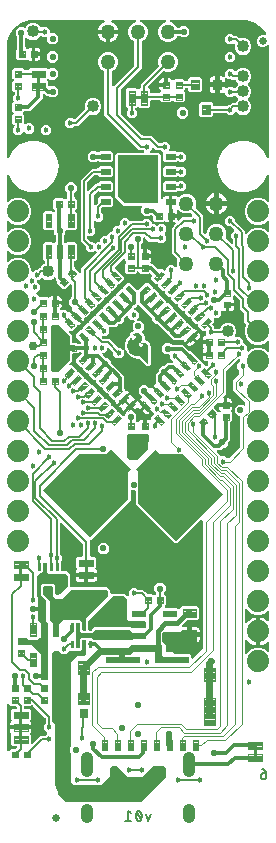
<source format=gbl>
G04 EAGLE Gerber RS-274X export*
G75*
%MOMM*%
%FSLAX34Y34*%
%LPD*%
%INBottom Copper*%
%IPPOS*%
%AMOC8*
5,1,8,0,0,1.08239X$1,22.5*%
G01*
%ADD10C,0.152400*%
%ADD11C,1.879600*%
%ADD12C,1.000000*%
%ADD13C,0.099000*%
%ADD14C,0.102000*%
%ADD15C,0.099059*%
%ADD16C,0.104000*%
%ADD17C,0.635000*%
%ADD18C,0.100000*%
%ADD19C,0.100800*%
%ADD20C,0.105000*%
%ADD21C,1.270000*%
%ADD22C,0.500000*%
%ADD23C,0.103500*%
%ADD24C,1.016000*%
%ADD25C,0.762000*%
%ADD26C,0.554000*%
%ADD27C,0.200000*%
%ADD28C,0.300000*%
%ADD29C,0.150000*%
%ADD30C,0.454000*%
%ADD31C,0.600000*%
%ADD32C,0.550000*%
%ADD33C,0.400000*%
%ADD34C,0.160000*%
%ADD35C,0.120000*%
%ADD36C,0.350000*%

G36*
X65346Y468816D02*
X65346Y468816D01*
X65378Y468815D01*
X65483Y468844D01*
X65590Y468867D01*
X65619Y468882D01*
X65650Y468890D01*
X65743Y468948D01*
X65839Y468999D01*
X65862Y469022D01*
X65890Y469039D01*
X65963Y469120D01*
X66041Y469196D01*
X66057Y469224D01*
X66079Y469248D01*
X66126Y469346D01*
X66180Y469441D01*
X66188Y469473D01*
X66202Y469502D01*
X66216Y469591D01*
X66245Y469716D01*
X66243Y469764D01*
X66249Y469806D01*
X66249Y472706D01*
X79045Y485502D01*
X79084Y485553D01*
X79130Y485598D01*
X79168Y485666D01*
X79214Y485728D01*
X79237Y485788D01*
X79269Y485844D01*
X79286Y485919D01*
X79314Y485992D01*
X79319Y486056D01*
X79334Y486118D01*
X79330Y486196D01*
X79336Y486273D01*
X79323Y486336D01*
X79319Y486400D01*
X79294Y486473D01*
X79278Y486549D01*
X79248Y486606D01*
X79227Y486666D01*
X79185Y486723D01*
X79146Y486798D01*
X79086Y486859D01*
X79045Y486915D01*
X78707Y487254D01*
X78655Y487292D01*
X78610Y487338D01*
X78543Y487376D01*
X78481Y487423D01*
X78421Y487446D01*
X78365Y487477D01*
X78290Y487495D01*
X78217Y487522D01*
X78153Y487527D01*
X78091Y487542D01*
X78013Y487538D01*
X77936Y487544D01*
X77873Y487531D01*
X77809Y487528D01*
X77736Y487502D01*
X77660Y487487D01*
X77603Y487457D01*
X77542Y487435D01*
X77486Y487394D01*
X77411Y487354D01*
X77350Y487295D01*
X77293Y487254D01*
X76269Y486229D01*
X72731Y486229D01*
X70229Y488731D01*
X70229Y490467D01*
X70216Y490562D01*
X70211Y490658D01*
X70196Y490701D01*
X70189Y490746D01*
X70150Y490833D01*
X70118Y490924D01*
X70093Y490959D01*
X70073Y491003D01*
X69990Y491100D01*
X69937Y491173D01*
X67653Y493457D01*
X65749Y495361D01*
X65749Y547639D01*
X75211Y557101D01*
X79600Y557101D01*
X79695Y557114D01*
X79791Y557119D01*
X79834Y557134D01*
X79879Y557141D01*
X79967Y557180D01*
X80058Y557212D01*
X80092Y557237D01*
X80136Y557257D01*
X80234Y557340D01*
X80307Y557393D01*
X81764Y558851D01*
X91336Y558851D01*
X92801Y557386D01*
X92801Y551314D01*
X91336Y549849D01*
X81764Y549849D01*
X80307Y551307D01*
X80230Y551364D01*
X80159Y551429D01*
X80118Y551449D01*
X80081Y551476D01*
X79991Y551510D01*
X79905Y551552D01*
X79863Y551558D01*
X79817Y551575D01*
X79690Y551585D01*
X79600Y551599D01*
X77903Y551599D01*
X77808Y551586D01*
X77712Y551581D01*
X77669Y551566D01*
X77624Y551559D01*
X77537Y551520D01*
X77446Y551488D01*
X77411Y551463D01*
X77367Y551443D01*
X77270Y551360D01*
X77197Y551307D01*
X71543Y545653D01*
X71486Y545577D01*
X71421Y545505D01*
X71401Y545464D01*
X71374Y545428D01*
X71340Y545338D01*
X71298Y545251D01*
X71292Y545209D01*
X71275Y545164D01*
X71265Y545036D01*
X71251Y544947D01*
X71251Y539053D01*
X71255Y539021D01*
X71253Y538989D01*
X71275Y538882D01*
X71291Y538774D01*
X71304Y538745D01*
X71310Y538713D01*
X71362Y538616D01*
X71407Y538517D01*
X71428Y538493D01*
X71443Y538464D01*
X71519Y538386D01*
X71590Y538303D01*
X71617Y538285D01*
X71640Y538262D01*
X71735Y538208D01*
X71826Y538148D01*
X71857Y538139D01*
X71885Y538123D01*
X71992Y538098D01*
X72096Y538066D01*
X72128Y538066D01*
X72160Y538058D01*
X72269Y538064D01*
X72378Y538062D01*
X72409Y538071D01*
X72441Y538072D01*
X72544Y538108D01*
X72650Y538137D01*
X72677Y538154D01*
X72708Y538165D01*
X72781Y538218D01*
X72890Y538286D01*
X72922Y538322D01*
X72957Y538347D01*
X73153Y538543D01*
X73153Y538544D01*
X79011Y544401D01*
X79600Y544401D01*
X79695Y544414D01*
X79791Y544419D01*
X79834Y544434D01*
X79879Y544441D01*
X79967Y544480D01*
X80058Y544512D01*
X80092Y544537D01*
X80136Y544557D01*
X80234Y544640D01*
X80307Y544693D01*
X81764Y546151D01*
X91336Y546151D01*
X92801Y544686D01*
X92801Y538614D01*
X91336Y537149D01*
X81764Y537149D01*
X81358Y537555D01*
X81307Y537594D01*
X81262Y537640D01*
X81195Y537678D01*
X81133Y537724D01*
X81073Y537747D01*
X81017Y537779D01*
X80941Y537797D01*
X80869Y537824D01*
X80805Y537829D01*
X80742Y537844D01*
X80665Y537840D01*
X80588Y537846D01*
X80525Y537833D01*
X80461Y537829D01*
X80387Y537804D01*
X80312Y537788D01*
X80255Y537758D01*
X80194Y537737D01*
X80138Y537695D01*
X80063Y537656D01*
X80002Y537596D01*
X79945Y537555D01*
X77043Y534653D01*
X76986Y534576D01*
X76921Y534505D01*
X76901Y534464D01*
X76874Y534428D01*
X76840Y534338D01*
X76798Y534251D01*
X76792Y534209D01*
X76775Y534164D01*
X76765Y534036D01*
X76751Y533947D01*
X76751Y526953D01*
X76755Y526921D01*
X76753Y526889D01*
X76775Y526782D01*
X76791Y526674D01*
X76804Y526645D01*
X76810Y526613D01*
X76862Y526517D01*
X76907Y526417D01*
X76928Y526393D01*
X76943Y526364D01*
X77019Y526286D01*
X77090Y526203D01*
X77117Y526185D01*
X77140Y526162D01*
X77235Y526108D01*
X77326Y526048D01*
X77357Y526039D01*
X77385Y526023D01*
X77492Y525998D01*
X77596Y525966D01*
X77628Y525966D01*
X77659Y525958D01*
X77769Y525964D01*
X77878Y525962D01*
X77909Y525971D01*
X77941Y525972D01*
X78044Y526008D01*
X78150Y526037D01*
X78177Y526054D01*
X78208Y526065D01*
X78281Y526118D01*
X78390Y526186D01*
X78422Y526222D01*
X78457Y526247D01*
X80007Y527797D01*
X80064Y527873D01*
X80129Y527945D01*
X80149Y527986D01*
X80176Y528022D01*
X80210Y528112D01*
X80252Y528199D01*
X80258Y528241D01*
X80275Y528286D01*
X80285Y528414D01*
X80299Y528503D01*
X80299Y531986D01*
X81764Y533451D01*
X91336Y533451D01*
X92801Y531986D01*
X92801Y525914D01*
X91336Y524449D01*
X84853Y524449D01*
X84758Y524436D01*
X84662Y524431D01*
X84619Y524416D01*
X84574Y524409D01*
X84486Y524370D01*
X84396Y524338D01*
X84361Y524313D01*
X84317Y524293D01*
X84220Y524210D01*
X84147Y524157D01*
X83543Y523553D01*
X83486Y523476D01*
X83421Y523405D01*
X83401Y523364D01*
X83374Y523328D01*
X83340Y523238D01*
X83298Y523151D01*
X83292Y523109D01*
X83275Y523064D01*
X83265Y522936D01*
X83251Y522847D01*
X83251Y520203D01*
X83264Y520108D01*
X83269Y520012D01*
X83284Y519969D01*
X83291Y519924D01*
X83330Y519836D01*
X83362Y519745D01*
X83387Y519711D01*
X83407Y519667D01*
X83490Y519569D01*
X83543Y519496D01*
X84771Y518269D01*
X84771Y514731D01*
X82269Y512229D01*
X78731Y512229D01*
X78457Y512504D01*
X78431Y512523D01*
X78410Y512548D01*
X78318Y512607D01*
X78231Y512673D01*
X78201Y512684D01*
X78174Y512702D01*
X78069Y512734D01*
X77967Y512773D01*
X77935Y512775D01*
X77904Y512784D01*
X77795Y512786D01*
X77686Y512794D01*
X77654Y512788D01*
X77622Y512788D01*
X77517Y512759D01*
X77410Y512737D01*
X77381Y512722D01*
X77350Y512713D01*
X77257Y512656D01*
X77161Y512604D01*
X77138Y512582D01*
X77110Y512565D01*
X77037Y512484D01*
X76959Y512408D01*
X76943Y512379D01*
X76921Y512356D01*
X76874Y512257D01*
X76820Y512162D01*
X76812Y512131D01*
X76798Y512102D01*
X76784Y512012D01*
X76755Y511888D01*
X76757Y511839D01*
X76751Y511797D01*
X76751Y508203D01*
X76764Y508108D01*
X76769Y508012D01*
X76784Y507969D01*
X76791Y507924D01*
X76830Y507836D01*
X76862Y507745D01*
X76887Y507711D01*
X76907Y507667D01*
X76990Y507569D01*
X77043Y507496D01*
X78271Y506269D01*
X78271Y502731D01*
X75769Y500229D01*
X72250Y500229D01*
X72186Y500220D01*
X72122Y500221D01*
X72047Y500200D01*
X71971Y500189D01*
X71912Y500163D01*
X71850Y500146D01*
X71784Y500105D01*
X71714Y500073D01*
X71665Y500031D01*
X71610Y499998D01*
X71558Y499940D01*
X71500Y499890D01*
X71464Y499836D01*
X71421Y499788D01*
X71388Y499719D01*
X71345Y499654D01*
X71326Y499592D01*
X71298Y499535D01*
X71287Y499465D01*
X71263Y499384D01*
X71262Y499299D01*
X71251Y499230D01*
X71251Y498053D01*
X71264Y497958D01*
X71269Y497862D01*
X71284Y497819D01*
X71291Y497774D01*
X71330Y497687D01*
X71362Y497596D01*
X71387Y497561D01*
X71407Y497517D01*
X71490Y497420D01*
X71543Y497347D01*
X73827Y495063D01*
X73903Y495006D01*
X73975Y494941D01*
X74016Y494921D01*
X74052Y494894D01*
X74142Y494860D01*
X74229Y494818D01*
X74271Y494812D01*
X74316Y494795D01*
X74444Y494785D01*
X74533Y494771D01*
X76269Y494771D01*
X77293Y493746D01*
X77345Y493708D01*
X77390Y493662D01*
X77457Y493624D01*
X77519Y493577D01*
X77579Y493554D01*
X77635Y493523D01*
X77710Y493505D01*
X77783Y493478D01*
X77847Y493473D01*
X77910Y493458D01*
X77987Y493462D01*
X78064Y493456D01*
X78127Y493469D01*
X78191Y493472D01*
X78264Y493497D01*
X78340Y493513D01*
X78397Y493544D01*
X78458Y493565D01*
X78514Y493606D01*
X78589Y493646D01*
X78650Y493705D01*
X78707Y493746D01*
X79731Y494771D01*
X81230Y494771D01*
X81294Y494780D01*
X81358Y494779D01*
X81433Y494800D01*
X81509Y494811D01*
X81568Y494837D01*
X81630Y494854D01*
X81696Y494895D01*
X81766Y494927D01*
X81815Y494969D01*
X81870Y495002D01*
X81922Y495060D01*
X81980Y495110D01*
X82016Y495164D01*
X82059Y495212D01*
X82092Y495281D01*
X82135Y495346D01*
X82154Y495408D01*
X82182Y495465D01*
X82193Y495535D01*
X82217Y495616D01*
X82218Y495701D01*
X82229Y495770D01*
X82229Y497269D01*
X84731Y499771D01*
X86730Y499771D01*
X86794Y499780D01*
X86858Y499779D01*
X86933Y499800D01*
X87009Y499811D01*
X87068Y499837D01*
X87130Y499854D01*
X87196Y499895D01*
X87266Y499927D01*
X87315Y499969D01*
X87370Y500002D01*
X87422Y500060D01*
X87480Y500110D01*
X87516Y500164D01*
X87559Y500212D01*
X87592Y500281D01*
X87635Y500346D01*
X87654Y500408D01*
X87682Y500465D01*
X87693Y500535D01*
X87717Y500616D01*
X87718Y500701D01*
X87729Y500769D01*
X90231Y503271D01*
X91730Y503271D01*
X91794Y503280D01*
X91858Y503279D01*
X91933Y503300D01*
X92009Y503311D01*
X92068Y503337D01*
X92130Y503354D01*
X92196Y503395D01*
X92266Y503427D01*
X92315Y503469D01*
X92370Y503502D01*
X92422Y503560D01*
X92480Y503610D01*
X92516Y503664D01*
X92559Y503712D01*
X92592Y503781D01*
X92635Y503846D01*
X92654Y503908D01*
X92682Y503965D01*
X92693Y504035D01*
X92717Y504116D01*
X92718Y504201D01*
X92729Y504270D01*
X92729Y506269D01*
X95231Y508771D01*
X97730Y508771D01*
X97794Y508780D01*
X97858Y508779D01*
X97933Y508800D01*
X98009Y508811D01*
X98068Y508837D01*
X98130Y508854D01*
X98196Y508895D01*
X98266Y508927D01*
X98315Y508969D01*
X98370Y509002D01*
X98422Y509060D01*
X98480Y509110D01*
X98516Y509164D01*
X98559Y509212D01*
X98592Y509281D01*
X98635Y509346D01*
X98654Y509408D01*
X98682Y509465D01*
X98693Y509535D01*
X98717Y509616D01*
X98718Y509701D01*
X98729Y509770D01*
X98729Y512769D01*
X101231Y515271D01*
X104769Y515271D01*
X106996Y513043D01*
X107073Y512986D01*
X107145Y512921D01*
X107186Y512901D01*
X107222Y512874D01*
X107312Y512840D01*
X107398Y512798D01*
X107440Y512792D01*
X107486Y512775D01*
X107613Y512765D01*
X107703Y512751D01*
X117797Y512751D01*
X117892Y512764D01*
X117988Y512769D01*
X118031Y512784D01*
X118076Y512791D01*
X118164Y512830D01*
X118255Y512862D01*
X118289Y512887D01*
X118333Y512907D01*
X118431Y512990D01*
X118504Y513043D01*
X119731Y514271D01*
X123269Y514271D01*
X125771Y511769D01*
X125771Y510770D01*
X125780Y510706D01*
X125779Y510642D01*
X125800Y510567D01*
X125811Y510491D01*
X125837Y510432D01*
X125854Y510370D01*
X125895Y510304D01*
X125927Y510234D01*
X125969Y510185D01*
X126002Y510130D01*
X126060Y510078D01*
X126110Y510020D01*
X126164Y509984D01*
X126212Y509941D01*
X126281Y509908D01*
X126346Y509865D01*
X126408Y509846D01*
X126465Y509818D01*
X126535Y509807D01*
X126616Y509783D01*
X126701Y509782D01*
X126770Y509771D01*
X128769Y509771D01*
X129793Y508746D01*
X129845Y508708D01*
X129890Y508662D01*
X129957Y508624D01*
X130019Y508577D01*
X130079Y508554D01*
X130135Y508523D01*
X130210Y508505D01*
X130283Y508478D01*
X130347Y508473D01*
X130410Y508458D01*
X130487Y508462D01*
X130564Y508456D01*
X130627Y508469D01*
X130691Y508472D01*
X130764Y508497D01*
X130840Y508513D01*
X130897Y508544D01*
X130958Y508565D01*
X131014Y508606D01*
X131089Y508646D01*
X131150Y508705D01*
X131207Y508746D01*
X132339Y509879D01*
X135877Y509879D01*
X138379Y507377D01*
X138379Y503839D01*
X136996Y502457D01*
X136958Y502405D01*
X136912Y502360D01*
X136874Y502293D01*
X136827Y502231D01*
X136804Y502171D01*
X136773Y502115D01*
X136755Y502040D01*
X136728Y501967D01*
X136723Y501903D01*
X136708Y501840D01*
X136712Y501763D01*
X136706Y501686D01*
X136719Y501623D01*
X136722Y501559D01*
X136747Y501486D01*
X136763Y501410D01*
X136794Y501353D01*
X136815Y501292D01*
X136856Y501236D01*
X136896Y501161D01*
X136955Y501100D01*
X136996Y501043D01*
X138271Y499769D01*
X138271Y496231D01*
X135769Y493729D01*
X132231Y493729D01*
X131004Y494957D01*
X130927Y495014D01*
X130855Y495079D01*
X130814Y495099D01*
X130778Y495126D01*
X130688Y495160D01*
X130602Y495202D01*
X130560Y495208D01*
X130514Y495225D01*
X130387Y495235D01*
X130297Y495249D01*
X123861Y495249D01*
X120477Y498633D01*
X120451Y498653D01*
X120430Y498677D01*
X120338Y498737D01*
X120251Y498803D01*
X120221Y498814D01*
X120194Y498832D01*
X120089Y498864D01*
X119987Y498902D01*
X119955Y498905D01*
X119924Y498914D01*
X119815Y498915D01*
X119706Y498924D01*
X119674Y498917D01*
X119642Y498918D01*
X119537Y498889D01*
X119430Y498866D01*
X119401Y498851D01*
X119370Y498843D01*
X119277Y498785D01*
X119181Y498734D01*
X119158Y498711D01*
X119130Y498694D01*
X119057Y498613D01*
X118979Y498537D01*
X118963Y498509D01*
X118941Y498485D01*
X118894Y498387D01*
X118840Y498292D01*
X118832Y498260D01*
X118818Y498231D01*
X118804Y498142D01*
X118775Y498017D01*
X118777Y497969D01*
X118771Y497927D01*
X118771Y495024D01*
X117293Y493547D01*
X117236Y493470D01*
X117171Y493398D01*
X117151Y493357D01*
X117124Y493321D01*
X117090Y493231D01*
X117048Y493145D01*
X117042Y493103D01*
X117025Y493057D01*
X117015Y492930D01*
X117001Y492840D01*
X117001Y489540D01*
X117010Y489476D01*
X117009Y489412D01*
X117030Y489337D01*
X117041Y489261D01*
X117067Y489202D01*
X117084Y489140D01*
X117125Y489074D01*
X117157Y489004D01*
X117199Y488955D01*
X117232Y488900D01*
X117290Y488848D01*
X117340Y488790D01*
X117394Y488754D01*
X117442Y488711D01*
X117511Y488678D01*
X117576Y488635D01*
X117638Y488616D01*
X117695Y488588D01*
X117765Y488577D01*
X117846Y488553D01*
X117931Y488552D01*
X118000Y488541D01*
X118501Y488541D01*
X118501Y483500D01*
X118510Y483437D01*
X118509Y483372D01*
X118530Y483298D01*
X118541Y483221D01*
X118567Y483163D01*
X118584Y483101D01*
X118625Y483035D01*
X118657Y482964D01*
X118698Y482915D01*
X118732Y482861D01*
X118790Y482809D01*
X118840Y482750D01*
X118894Y482715D01*
X118942Y482672D01*
X119011Y482638D01*
X119076Y482595D01*
X119138Y482577D01*
X119195Y482549D01*
X119265Y482538D01*
X119346Y482513D01*
X119431Y482512D01*
X119500Y482501D01*
X119501Y482501D01*
X119501Y482500D01*
X119510Y482436D01*
X119509Y482372D01*
X119530Y482297D01*
X119541Y482221D01*
X119567Y482162D01*
X119584Y482100D01*
X119625Y482034D01*
X119657Y481964D01*
X119699Y481915D01*
X119733Y481860D01*
X119790Y481808D01*
X119840Y481750D01*
X119894Y481714D01*
X119942Y481671D01*
X120011Y481638D01*
X120076Y481595D01*
X120138Y481576D01*
X120196Y481548D01*
X120265Y481537D01*
X120346Y481513D01*
X120431Y481512D01*
X120500Y481501D01*
X125541Y481501D01*
X125541Y480108D01*
X125333Y479332D01*
X124931Y478637D01*
X124619Y478325D01*
X124609Y478312D01*
X124607Y478310D01*
X124602Y478301D01*
X124581Y478273D01*
X124535Y478228D01*
X124496Y478161D01*
X124450Y478099D01*
X124427Y478039D01*
X124395Y477983D01*
X124378Y477908D01*
X124350Y477835D01*
X124345Y477771D01*
X124331Y477709D01*
X124334Y477631D01*
X124329Y477554D01*
X124342Y477491D01*
X124345Y477427D01*
X124370Y477354D01*
X124386Y477278D01*
X124416Y477221D01*
X124437Y477161D01*
X124479Y477104D01*
X124519Y477029D01*
X124578Y476968D01*
X124619Y476912D01*
X124737Y476793D01*
X124814Y476736D01*
X124885Y476671D01*
X124926Y476651D01*
X124963Y476624D01*
X125053Y476590D01*
X125139Y476548D01*
X125181Y476542D01*
X125227Y476525D01*
X125354Y476515D01*
X125444Y476501D01*
X126471Y476501D01*
X128814Y474158D01*
X128814Y474157D01*
X130975Y471997D01*
X131026Y471958D01*
X131071Y471912D01*
X131138Y471874D01*
X131200Y471828D01*
X131260Y471805D01*
X131316Y471773D01*
X131392Y471756D01*
X131464Y471728D01*
X131528Y471723D01*
X131591Y471708D01*
X131668Y471712D01*
X131745Y471706D01*
X131808Y471720D01*
X131872Y471723D01*
X131945Y471748D01*
X132021Y471764D01*
X132078Y471794D01*
X132139Y471815D01*
X132195Y471857D01*
X132270Y471896D01*
X132331Y471956D01*
X132388Y471997D01*
X132759Y472369D01*
X134845Y472369D01*
X136240Y470974D01*
X136266Y470955D01*
X136287Y470930D01*
X136378Y470870D01*
X136466Y470805D01*
X136496Y470794D01*
X136523Y470776D01*
X136627Y470744D01*
X136729Y470705D01*
X136762Y470703D01*
X136792Y470694D01*
X136902Y470692D01*
X137011Y470684D01*
X137042Y470690D01*
X137074Y470690D01*
X137180Y470719D01*
X137287Y470741D01*
X137315Y470756D01*
X137346Y470765D01*
X137439Y470822D01*
X137536Y470874D01*
X137559Y470896D01*
X137586Y470913D01*
X137659Y470994D01*
X137738Y471070D01*
X137754Y471098D01*
X137775Y471122D01*
X137823Y471221D01*
X137877Y471316D01*
X137884Y471347D01*
X137898Y471376D01*
X137912Y471465D01*
X137942Y471590D01*
X137939Y471639D01*
X137946Y471681D01*
X137946Y472553D01*
X140447Y475054D01*
X143986Y475054D01*
X145411Y473629D01*
X145481Y473576D01*
X145544Y473517D01*
X145593Y473492D01*
X145637Y473459D01*
X145718Y473429D01*
X145795Y473389D01*
X145849Y473379D01*
X145901Y473360D01*
X145987Y473353D01*
X146073Y473337D01*
X146127Y473342D01*
X146182Y473338D01*
X146267Y473356D01*
X146353Y473364D01*
X146404Y473384D01*
X146458Y473396D01*
X146535Y473436D01*
X146615Y473468D01*
X146658Y473502D01*
X146707Y473528D01*
X146769Y473589D01*
X146838Y473642D01*
X146870Y473686D01*
X146909Y473725D01*
X146952Y473800D01*
X147003Y473871D01*
X147021Y473922D01*
X147048Y473970D01*
X147068Y474055D01*
X147097Y474136D01*
X147100Y474191D01*
X147113Y474245D01*
X147109Y474331D01*
X147114Y474418D01*
X147102Y474467D01*
X147099Y474526D01*
X147061Y474634D01*
X147041Y474718D01*
X146949Y474939D01*
X146949Y478261D01*
X147514Y479624D01*
X147516Y479633D01*
X147521Y479641D01*
X147551Y479770D01*
X147584Y479897D01*
X147583Y479906D01*
X147586Y479916D01*
X147579Y480048D01*
X147575Y480179D01*
X147572Y480188D01*
X147571Y480197D01*
X147528Y480322D01*
X147487Y480447D01*
X147482Y480455D01*
X147479Y480464D01*
X147434Y480526D01*
X147328Y480680D01*
X147310Y480695D01*
X147297Y480713D01*
X142679Y485331D01*
X142679Y506606D01*
X144583Y508510D01*
X145862Y509789D01*
X145875Y509806D01*
X145891Y509820D01*
X145959Y509919D01*
X146031Y510014D01*
X146039Y510034D01*
X146051Y510052D01*
X146088Y510166D01*
X146131Y510278D01*
X146132Y510300D01*
X146139Y510320D01*
X146143Y510440D01*
X146152Y510559D01*
X146148Y510581D01*
X146149Y510602D01*
X146119Y510718D01*
X146095Y510836D01*
X146085Y510855D01*
X146079Y510875D01*
X146019Y510979D01*
X145962Y511085D01*
X145947Y511100D01*
X145936Y511119D01*
X145849Y511201D01*
X145766Y511287D01*
X145747Y511297D01*
X145731Y511312D01*
X145625Y511366D01*
X145520Y511426D01*
X145499Y511431D01*
X145480Y511440D01*
X145362Y511463D01*
X145246Y511491D01*
X145224Y511489D01*
X145203Y511493D01*
X145112Y511484D01*
X144964Y511476D01*
X144929Y511464D01*
X144897Y511461D01*
X144892Y511459D01*
X143499Y511459D01*
X143499Y515501D01*
X147541Y515501D01*
X147541Y514108D01*
X147539Y514103D01*
X147537Y514082D01*
X147529Y514062D01*
X147520Y513943D01*
X147506Y513823D01*
X147509Y513802D01*
X147507Y513781D01*
X147532Y513664D01*
X147551Y513545D01*
X147561Y513526D01*
X147565Y513505D01*
X147621Y513399D01*
X147673Y513291D01*
X147687Y513275D01*
X147698Y513256D01*
X147781Y513170D01*
X147861Y513080D01*
X147879Y513069D01*
X147894Y513054D01*
X147998Y512995D01*
X148100Y512931D01*
X148121Y512925D01*
X148140Y512915D01*
X148256Y512887D01*
X148372Y512854D01*
X148393Y512855D01*
X148414Y512850D01*
X148534Y512856D01*
X148654Y512857D01*
X148674Y512863D01*
X148696Y512864D01*
X148809Y512903D01*
X148924Y512938D01*
X148942Y512949D01*
X148962Y512956D01*
X149036Y513010D01*
X149161Y513091D01*
X149185Y513119D01*
X149211Y513138D01*
X151824Y515751D01*
X158297Y515751D01*
X158392Y515764D01*
X158488Y515769D01*
X158531Y515784D01*
X158576Y515791D01*
X158664Y515830D01*
X158755Y515862D01*
X158789Y515887D01*
X158833Y515907D01*
X158930Y515990D01*
X159004Y516043D01*
X160178Y517218D01*
X160217Y517270D01*
X160263Y517314D01*
X160301Y517382D01*
X160348Y517444D01*
X160370Y517504D01*
X160402Y517560D01*
X160420Y517635D01*
X160447Y517708D01*
X160452Y517772D01*
X160467Y517834D01*
X160463Y517912D01*
X160469Y517989D01*
X160456Y518052D01*
X160453Y518116D01*
X160427Y518189D01*
X160412Y518265D01*
X160381Y518322D01*
X160360Y518382D01*
X160319Y518439D01*
X160279Y518514D01*
X160220Y518575D01*
X160179Y518631D01*
X159413Y519397D01*
X159405Y519403D01*
X159399Y519410D01*
X159293Y519487D01*
X159187Y519566D01*
X159178Y519570D01*
X159171Y519575D01*
X159047Y519619D01*
X158923Y519666D01*
X158914Y519667D01*
X158905Y519670D01*
X158773Y519678D01*
X158642Y519688D01*
X158633Y519686D01*
X158623Y519686D01*
X158548Y519668D01*
X158366Y519630D01*
X158345Y519619D01*
X158324Y519614D01*
X156961Y519049D01*
X153639Y519049D01*
X150570Y520321D01*
X148752Y522138D01*
X148744Y522145D01*
X148737Y522153D01*
X148631Y522229D01*
X148527Y522307D01*
X148516Y522311D01*
X148508Y522318D01*
X148384Y522361D01*
X148263Y522407D01*
X148252Y522408D01*
X148242Y522411D01*
X148111Y522419D01*
X147981Y522429D01*
X147971Y522427D01*
X147960Y522427D01*
X147832Y522398D01*
X147705Y522371D01*
X147696Y522366D01*
X147685Y522364D01*
X147572Y522300D01*
X147456Y522239D01*
X147449Y522231D01*
X147439Y522226D01*
X147348Y522133D01*
X147254Y522042D01*
X147249Y522033D01*
X147241Y522025D01*
X147180Y521910D01*
X147115Y521797D01*
X147113Y521786D01*
X147108Y521777D01*
X147081Y521649D01*
X147050Y521522D01*
X147051Y521511D01*
X147049Y521501D01*
X147058Y521371D01*
X147065Y521240D01*
X147068Y521230D01*
X147069Y521220D01*
X147098Y521144D01*
X147157Y520974D01*
X147171Y520955D01*
X147180Y520932D01*
X147333Y520667D01*
X147541Y519892D01*
X147541Y518499D01*
X143499Y518499D01*
X143499Y522910D01*
X143490Y522974D01*
X143491Y523038D01*
X143470Y523113D01*
X143459Y523189D01*
X143433Y523248D01*
X143416Y523310D01*
X143375Y523376D01*
X143343Y523446D01*
X143301Y523495D01*
X143299Y523499D01*
X143299Y528700D01*
X143290Y528763D01*
X143291Y528828D01*
X143270Y528902D01*
X143262Y528961D01*
X143263Y528965D01*
X143287Y529046D01*
X143288Y529131D01*
X143299Y529200D01*
X143299Y533991D01*
X146200Y533991D01*
X146974Y533784D01*
X147667Y533383D01*
X147864Y533187D01*
X147915Y533148D01*
X147960Y533102D01*
X148027Y533064D01*
X148089Y533017D01*
X148149Y532995D01*
X148205Y532963D01*
X148281Y532945D01*
X148353Y532918D01*
X148417Y532913D01*
X148480Y532898D01*
X148557Y532902D01*
X148634Y532896D01*
X148697Y532909D01*
X148761Y532912D01*
X148835Y532938D01*
X148910Y532954D01*
X148967Y532984D01*
X149028Y533005D01*
X149084Y533046D01*
X149159Y533086D01*
X149220Y533145D01*
X149277Y533187D01*
X150570Y534479D01*
X153639Y535751D01*
X156961Y535751D01*
X160030Y534479D01*
X162379Y532130D01*
X163651Y529061D01*
X163651Y525739D01*
X163086Y524376D01*
X163084Y524367D01*
X163079Y524359D01*
X163049Y524230D01*
X163016Y524103D01*
X163017Y524094D01*
X163014Y524084D01*
X163021Y523952D01*
X163025Y523821D01*
X163028Y523812D01*
X163029Y523803D01*
X163072Y523678D01*
X163113Y523553D01*
X163118Y523545D01*
X163121Y523536D01*
X163166Y523474D01*
X163272Y523320D01*
X163290Y523305D01*
X163303Y523287D01*
X167347Y519243D01*
X169251Y517339D01*
X169251Y503553D01*
X169264Y503458D01*
X169269Y503362D01*
X169284Y503319D01*
X169291Y503274D01*
X169330Y503187D01*
X169362Y503096D01*
X169387Y503061D01*
X169407Y503017D01*
X169490Y502920D01*
X169543Y502847D01*
X170643Y501747D01*
X170669Y501727D01*
X170690Y501703D01*
X170782Y501643D01*
X170869Y501577D01*
X170899Y501566D01*
X170926Y501548D01*
X171031Y501516D01*
X171133Y501478D01*
X171165Y501475D01*
X171196Y501466D01*
X171305Y501465D01*
X171414Y501456D01*
X171446Y501463D01*
X171478Y501462D01*
X171583Y501491D01*
X171690Y501514D01*
X171719Y501529D01*
X171750Y501537D01*
X171843Y501595D01*
X171939Y501646D01*
X171962Y501669D01*
X171990Y501686D01*
X172063Y501766D01*
X172141Y501843D01*
X172157Y501871D01*
X172179Y501895D01*
X172226Y501993D01*
X172280Y502088D01*
X172288Y502120D01*
X172302Y502149D01*
X172316Y502238D01*
X172345Y502363D01*
X172343Y502411D01*
X172349Y502453D01*
X172349Y503661D01*
X173621Y506730D01*
X175970Y509079D01*
X179039Y510351D01*
X182361Y510351D01*
X185430Y509079D01*
X187779Y506730D01*
X189051Y503661D01*
X189051Y500339D01*
X188486Y498976D01*
X188484Y498967D01*
X188479Y498959D01*
X188449Y498830D01*
X188416Y498703D01*
X188417Y498694D01*
X188414Y498684D01*
X188421Y498552D01*
X188425Y498421D01*
X188428Y498412D01*
X188429Y498403D01*
X188472Y498278D01*
X188513Y498153D01*
X188518Y498145D01*
X188521Y498136D01*
X188566Y498074D01*
X188672Y497920D01*
X188690Y497905D01*
X188703Y497887D01*
X193043Y493547D01*
X193069Y493527D01*
X193090Y493503D01*
X193182Y493443D01*
X193269Y493377D01*
X193299Y493366D01*
X193326Y493348D01*
X193431Y493316D01*
X193533Y493278D01*
X193565Y493275D01*
X193596Y493266D01*
X193705Y493265D01*
X193814Y493256D01*
X193846Y493263D01*
X193878Y493262D01*
X193983Y493291D01*
X194090Y493314D01*
X194119Y493329D01*
X194150Y493337D01*
X194243Y493395D01*
X194339Y493446D01*
X194362Y493469D01*
X194390Y493486D01*
X194463Y493567D01*
X194541Y493643D01*
X194557Y493671D01*
X194579Y493695D01*
X194626Y493793D01*
X194680Y493888D01*
X194688Y493920D01*
X194702Y493949D01*
X194716Y494038D01*
X194745Y494163D01*
X194743Y494211D01*
X194749Y494253D01*
X194749Y496297D01*
X194736Y496392D01*
X194731Y496488D01*
X194716Y496531D01*
X194709Y496576D01*
X194670Y496664D01*
X194638Y496755D01*
X194613Y496789D01*
X194593Y496833D01*
X194510Y496931D01*
X194457Y497004D01*
X193229Y498231D01*
X193229Y501769D01*
X195578Y504118D01*
X195617Y504170D01*
X195663Y504214D01*
X195701Y504282D01*
X195748Y504344D01*
X195770Y504404D01*
X195802Y504460D01*
X195820Y504535D01*
X195847Y504608D01*
X195852Y504672D01*
X195867Y504734D01*
X195863Y504812D01*
X195869Y504889D01*
X195856Y504952D01*
X195853Y505016D01*
X195827Y505089D01*
X195811Y505165D01*
X195781Y505222D01*
X195760Y505282D01*
X195719Y505339D01*
X195679Y505414D01*
X195620Y505475D01*
X195578Y505531D01*
X192673Y508437D01*
X192596Y508494D01*
X192525Y508559D01*
X192484Y508579D01*
X192448Y508606D01*
X192358Y508640D01*
X192271Y508682D01*
X192229Y508688D01*
X192184Y508705D01*
X192056Y508715D01*
X191967Y508729D01*
X190231Y508729D01*
X187729Y511231D01*
X187729Y514769D01*
X190231Y517271D01*
X193769Y517271D01*
X196271Y514769D01*
X196271Y513033D01*
X196284Y512938D01*
X196289Y512842D01*
X196304Y512799D01*
X196311Y512754D01*
X196350Y512667D01*
X196382Y512576D01*
X196407Y512541D01*
X196427Y512497D01*
X196510Y512400D01*
X196563Y512327D01*
X204751Y504139D01*
X204751Y502683D01*
X204755Y502651D01*
X204753Y502619D01*
X204775Y502512D01*
X204791Y502404D01*
X204804Y502375D01*
X204810Y502343D01*
X204862Y502247D01*
X204907Y502147D01*
X204928Y502123D01*
X204943Y502094D01*
X205019Y502016D01*
X205090Y501933D01*
X205117Y501915D01*
X205140Y501892D01*
X205235Y501838D01*
X205326Y501778D01*
X205357Y501769D01*
X205385Y501753D01*
X205491Y501728D01*
X205596Y501696D01*
X205628Y501696D01*
X205659Y501688D01*
X205769Y501694D01*
X205878Y501692D01*
X205909Y501701D01*
X205941Y501703D01*
X206044Y501738D01*
X206150Y501768D01*
X206177Y501784D01*
X206208Y501795D01*
X206281Y501848D01*
X206390Y501916D01*
X206422Y501952D01*
X206457Y501977D01*
X209443Y504963D01*
X213633Y506699D01*
X218167Y506699D01*
X222357Y504963D01*
X223877Y503443D01*
X223903Y503423D01*
X223924Y503399D01*
X224016Y503339D01*
X224103Y503274D01*
X224133Y503262D01*
X224160Y503244D01*
X224265Y503212D01*
X224367Y503174D01*
X224399Y503171D01*
X224430Y503162D01*
X224539Y503161D01*
X224648Y503152D01*
X224680Y503159D01*
X224712Y503158D01*
X224817Y503187D01*
X224924Y503210D01*
X224953Y503225D01*
X224984Y503234D01*
X225077Y503291D01*
X225173Y503342D01*
X225196Y503365D01*
X225224Y503382D01*
X225297Y503463D01*
X225375Y503539D01*
X225391Y503567D01*
X225413Y503591D01*
X225460Y503689D01*
X225514Y503784D01*
X225522Y503816D01*
X225536Y503845D01*
X225550Y503934D01*
X225579Y504059D01*
X225577Y504107D01*
X225583Y504149D01*
X225583Y511851D01*
X225579Y511883D01*
X225581Y511915D01*
X225559Y512022D01*
X225543Y512130D01*
X225530Y512159D01*
X225524Y512191D01*
X225472Y512287D01*
X225427Y512387D01*
X225406Y512411D01*
X225391Y512440D01*
X225315Y512518D01*
X225244Y512601D01*
X225217Y512619D01*
X225194Y512642D01*
X225099Y512696D01*
X225008Y512756D01*
X224977Y512765D01*
X224949Y512781D01*
X224843Y512806D01*
X224738Y512838D01*
X224706Y512838D01*
X224675Y512846D01*
X224565Y512840D01*
X224456Y512842D01*
X224425Y512833D01*
X224393Y512831D01*
X224290Y512796D01*
X224184Y512766D01*
X224157Y512750D01*
X224126Y512739D01*
X224053Y512686D01*
X223944Y512618D01*
X223912Y512582D01*
X223877Y512557D01*
X222357Y511037D01*
X218167Y509301D01*
X213633Y509301D01*
X209443Y511037D01*
X206237Y514243D01*
X204501Y518433D01*
X204501Y522967D01*
X206237Y527157D01*
X209443Y530363D01*
X213633Y532099D01*
X218167Y532099D01*
X222357Y530363D01*
X223877Y528843D01*
X223903Y528823D01*
X223924Y528799D01*
X224016Y528739D01*
X224103Y528674D01*
X224133Y528662D01*
X224160Y528644D01*
X224265Y528612D01*
X224367Y528574D01*
X224399Y528571D01*
X224430Y528562D01*
X224539Y528561D01*
X224648Y528552D01*
X224680Y528559D01*
X224712Y528558D01*
X224817Y528587D01*
X224924Y528610D01*
X224953Y528625D01*
X224984Y528634D01*
X225077Y528691D01*
X225173Y528742D01*
X225196Y528765D01*
X225224Y528782D01*
X225297Y528863D01*
X225375Y528939D01*
X225391Y528967D01*
X225413Y528991D01*
X225460Y529089D01*
X225514Y529184D01*
X225522Y529216D01*
X225536Y529245D01*
X225550Y529334D01*
X225579Y529459D01*
X225577Y529507D01*
X225583Y529549D01*
X225583Y550722D01*
X225580Y550744D01*
X225582Y550765D01*
X225560Y550883D01*
X225543Y551001D01*
X225535Y551021D01*
X225531Y551042D01*
X225477Y551149D01*
X225427Y551258D01*
X225413Y551275D01*
X225404Y551294D01*
X225322Y551382D01*
X225244Y551473D01*
X225226Y551485D01*
X225211Y551500D01*
X225109Y551561D01*
X225008Y551627D01*
X224987Y551633D01*
X224969Y551644D01*
X224853Y551675D01*
X224738Y551710D01*
X224717Y551710D01*
X224696Y551715D01*
X224576Y551712D01*
X224456Y551713D01*
X224435Y551708D01*
X224414Y551707D01*
X224300Y551670D01*
X224184Y551638D01*
X224166Y551627D01*
X224146Y551620D01*
X224047Y551553D01*
X223944Y551490D01*
X223930Y551474D01*
X223912Y551462D01*
X223855Y551391D01*
X223755Y551281D01*
X223739Y551247D01*
X223719Y551222D01*
X219970Y544729D01*
X214146Y539842D01*
X207001Y537241D01*
X199399Y537241D01*
X192254Y539842D01*
X186430Y544729D01*
X182629Y551313D01*
X181309Y558800D01*
X182629Y566287D01*
X186430Y572871D01*
X192254Y577758D01*
X199399Y580359D01*
X207001Y580359D01*
X214146Y577758D01*
X219970Y572871D01*
X223719Y566378D01*
X223732Y566361D01*
X223741Y566342D01*
X223819Y566251D01*
X223893Y566156D01*
X223910Y566144D01*
X223924Y566127D01*
X224025Y566061D01*
X224122Y565992D01*
X224142Y565985D01*
X224160Y565973D01*
X224275Y565938D01*
X224388Y565898D01*
X224409Y565897D01*
X224430Y565890D01*
X224550Y565889D01*
X224669Y565882D01*
X224690Y565887D01*
X224712Y565887D01*
X224827Y565919D01*
X224944Y565946D01*
X224963Y565956D01*
X224984Y565962D01*
X225086Y566025D01*
X225190Y566083D01*
X225205Y566099D01*
X225224Y566110D01*
X225304Y566199D01*
X225388Y566284D01*
X225398Y566303D01*
X225413Y566319D01*
X225465Y566427D01*
X225522Y566533D01*
X225526Y566554D01*
X225536Y566573D01*
X225550Y566663D01*
X225581Y566809D01*
X225578Y566845D01*
X225583Y566878D01*
X225583Y660400D01*
X225577Y660441D01*
X225580Y660478D01*
X225547Y660897D01*
X225518Y661028D01*
X225491Y661159D01*
X225487Y661165D01*
X225486Y661172D01*
X225421Y661290D01*
X225358Y661408D01*
X225353Y661413D01*
X225350Y661419D01*
X225255Y661514D01*
X225161Y661610D01*
X225155Y661613D01*
X225150Y661618D01*
X225033Y661682D01*
X224916Y661749D01*
X224909Y661750D01*
X224903Y661754D01*
X224772Y661783D01*
X224642Y661814D01*
X224634Y661813D01*
X224627Y661815D01*
X224493Y661806D01*
X224360Y661799D01*
X224353Y661797D01*
X224346Y661796D01*
X224218Y661750D01*
X224094Y661707D01*
X224088Y661703D01*
X224081Y661700D01*
X223853Y661534D01*
X223849Y661528D01*
X223845Y661525D01*
X222932Y660612D01*
X221030Y659824D01*
X218970Y659824D01*
X217068Y660612D01*
X215612Y662068D01*
X214824Y663970D01*
X214824Y666030D01*
X215612Y667932D01*
X217068Y669388D01*
X218970Y670176D01*
X221030Y670176D01*
X221203Y670104D01*
X221212Y670102D01*
X221219Y670097D01*
X221348Y670067D01*
X221477Y670034D01*
X221485Y670034D01*
X221493Y670032D01*
X221626Y670038D01*
X221758Y670043D01*
X221766Y670045D01*
X221775Y670046D01*
X221901Y670089D01*
X222027Y670130D01*
X222034Y670135D01*
X222041Y670138D01*
X222150Y670214D01*
X222260Y670289D01*
X222265Y670295D01*
X222272Y670300D01*
X222354Y670404D01*
X222439Y670507D01*
X222442Y670514D01*
X222447Y670521D01*
X222498Y670643D01*
X222550Y670766D01*
X222551Y670774D01*
X222555Y670782D01*
X222569Y670914D01*
X222585Y671046D01*
X222584Y671054D01*
X222584Y671062D01*
X222561Y671194D01*
X222540Y671324D01*
X222536Y671332D01*
X222535Y671340D01*
X222501Y671406D01*
X222419Y671579D01*
X222404Y671596D01*
X222394Y671614D01*
X219129Y676108D01*
X219128Y676110D01*
X219127Y676112D01*
X219111Y676127D01*
X219102Y676141D01*
X219060Y676180D01*
X218933Y676311D01*
X218919Y676319D01*
X218908Y676329D01*
X213495Y680262D01*
X213493Y680263D01*
X213492Y680264D01*
X213461Y680280D01*
X213246Y680394D01*
X213230Y680397D01*
X213217Y680404D01*
X206854Y682471D01*
X206713Y682496D01*
X206624Y682517D01*
X203278Y682780D01*
X203237Y682778D01*
X203200Y682783D01*
X142202Y682783D01*
X142116Y682771D01*
X142029Y682768D01*
X141977Y682751D01*
X141923Y682743D01*
X141844Y682708D01*
X141761Y682681D01*
X141716Y682650D01*
X141666Y682627D01*
X141600Y682571D01*
X141528Y682522D01*
X141493Y682480D01*
X141451Y682444D01*
X141404Y682371D01*
X141349Y682304D01*
X141327Y682254D01*
X141297Y682208D01*
X141272Y682125D01*
X141237Y682045D01*
X141231Y681991D01*
X141215Y681938D01*
X141213Y681851D01*
X141203Y681765D01*
X141212Y681711D01*
X141211Y681656D01*
X141234Y681572D01*
X141248Y681487D01*
X141271Y681437D01*
X141286Y681384D01*
X141332Y681310D01*
X141369Y681232D01*
X141405Y681191D01*
X141434Y681144D01*
X141499Y681086D01*
X141556Y681021D01*
X141600Y680995D01*
X141643Y680955D01*
X141746Y680906D01*
X141819Y680861D01*
X144430Y679779D01*
X146779Y677430D01*
X147033Y676818D01*
X147038Y676809D01*
X147041Y676800D01*
X147110Y676688D01*
X147177Y676575D01*
X147184Y676568D01*
X147189Y676560D01*
X147286Y676472D01*
X147383Y676382D01*
X147391Y676378D01*
X147398Y676371D01*
X147517Y676314D01*
X147634Y676254D01*
X147643Y676252D01*
X147652Y676248D01*
X147728Y676236D01*
X147911Y676202D01*
X147935Y676204D01*
X147956Y676201D01*
X149040Y676201D01*
X149135Y676214D01*
X149231Y676219D01*
X149274Y676234D01*
X149319Y676241D01*
X149407Y676280D01*
X149498Y676312D01*
X149532Y676337D01*
X149576Y676357D01*
X149673Y676440D01*
X149747Y676493D01*
X151024Y677771D01*
X154976Y677771D01*
X157771Y674976D01*
X157771Y671024D01*
X154976Y668229D01*
X151024Y668229D01*
X150347Y668907D01*
X150270Y668964D01*
X150198Y669029D01*
X150157Y669049D01*
X150121Y669076D01*
X150031Y669110D01*
X149945Y669152D01*
X149903Y669158D01*
X149857Y669175D01*
X149729Y669185D01*
X149640Y669199D01*
X147956Y669199D01*
X147947Y669198D01*
X147938Y669199D01*
X147807Y669178D01*
X147677Y669159D01*
X147669Y669156D01*
X147659Y669154D01*
X147540Y669097D01*
X147420Y669043D01*
X147413Y669037D01*
X147404Y669033D01*
X147306Y668946D01*
X147206Y668860D01*
X147201Y668852D01*
X147194Y668846D01*
X147153Y668780D01*
X147051Y668624D01*
X147044Y668601D01*
X147033Y668582D01*
X146779Y667970D01*
X144430Y665621D01*
X141361Y664349D01*
X138039Y664349D01*
X134970Y665621D01*
X132621Y667970D01*
X131349Y671039D01*
X131349Y674361D01*
X132621Y677430D01*
X134970Y679779D01*
X137581Y680861D01*
X137655Y680905D01*
X137734Y680941D01*
X137776Y680976D01*
X137823Y681004D01*
X137883Y681068D01*
X137949Y681124D01*
X137979Y681170D01*
X138016Y681210D01*
X138055Y681287D01*
X138103Y681360D01*
X138119Y681413D01*
X138144Y681462D01*
X138160Y681547D01*
X138185Y681630D01*
X138186Y681685D01*
X138196Y681739D01*
X138188Y681825D01*
X138189Y681912D01*
X138175Y681965D01*
X138169Y682019D01*
X138137Y682100D01*
X138114Y682184D01*
X138085Y682231D01*
X138065Y682281D01*
X138011Y682350D01*
X137966Y682424D01*
X137925Y682460D01*
X137891Y682504D01*
X137821Y682555D01*
X137757Y682613D01*
X137707Y682637D01*
X137663Y682669D01*
X137581Y682698D01*
X137503Y682736D01*
X137452Y682744D01*
X137397Y682763D01*
X137283Y682770D01*
X137198Y682783D01*
X116802Y682783D01*
X116716Y682771D01*
X116629Y682768D01*
X116577Y682751D01*
X116523Y682743D01*
X116444Y682708D01*
X116361Y682681D01*
X116316Y682650D01*
X116266Y682627D01*
X116200Y682571D01*
X116128Y682522D01*
X116093Y682480D01*
X116051Y682444D01*
X116004Y682371D01*
X115949Y682304D01*
X115927Y682254D01*
X115897Y682208D01*
X115872Y682125D01*
X115837Y682045D01*
X115831Y681991D01*
X115815Y681938D01*
X115813Y681851D01*
X115803Y681765D01*
X115812Y681711D01*
X115811Y681656D01*
X115834Y681572D01*
X115848Y681487D01*
X115871Y681437D01*
X115886Y681384D01*
X115932Y681310D01*
X115969Y681232D01*
X116005Y681191D01*
X116034Y681144D01*
X116099Y681086D01*
X116156Y681021D01*
X116200Y680995D01*
X116243Y680955D01*
X116346Y680906D01*
X116419Y680861D01*
X119030Y679779D01*
X121379Y677430D01*
X122651Y674361D01*
X122651Y671039D01*
X121379Y667970D01*
X119030Y665621D01*
X117918Y665160D01*
X117909Y665155D01*
X117900Y665152D01*
X117788Y665083D01*
X117675Y665016D01*
X117668Y665009D01*
X117660Y665004D01*
X117572Y664907D01*
X117482Y664810D01*
X117478Y664802D01*
X117471Y664795D01*
X117414Y664676D01*
X117354Y664559D01*
X117352Y664550D01*
X117348Y664541D01*
X117336Y664465D01*
X117302Y664282D01*
X117304Y664258D01*
X117301Y664237D01*
X117301Y642057D01*
X99793Y624550D01*
X99736Y624473D01*
X99671Y624402D01*
X99651Y624361D01*
X99624Y624324D01*
X99590Y624234D01*
X99548Y624148D01*
X99542Y624106D01*
X99525Y624060D01*
X99515Y623933D01*
X99501Y623843D01*
X99501Y604157D01*
X99514Y604062D01*
X99519Y603966D01*
X99534Y603923D01*
X99541Y603878D01*
X99580Y603790D01*
X99612Y603699D01*
X99637Y603665D01*
X99657Y603621D01*
X99740Y603523D01*
X99793Y603450D01*
X117950Y585293D01*
X118027Y585236D01*
X118098Y585171D01*
X118139Y585151D01*
X118176Y585124D01*
X118266Y585090D01*
X118352Y585048D01*
X118394Y585042D01*
X118440Y585025D01*
X118567Y585015D01*
X118657Y585001D01*
X125743Y585001D01*
X131950Y578793D01*
X132027Y578736D01*
X132098Y578671D01*
X132139Y578651D01*
X132176Y578624D01*
X132266Y578590D01*
X132352Y578548D01*
X132394Y578542D01*
X132440Y578525D01*
X132567Y578515D01*
X132657Y578501D01*
X133547Y578501D01*
X133642Y578514D01*
X133738Y578519D01*
X133781Y578534D01*
X133826Y578541D01*
X133914Y578580D01*
X134005Y578612D01*
X134039Y578637D01*
X134083Y578657D01*
X134181Y578740D01*
X134254Y578793D01*
X135231Y579771D01*
X138769Y579771D01*
X141271Y577269D01*
X141271Y573731D01*
X140796Y573257D01*
X140786Y573242D01*
X140781Y573239D01*
X140775Y573229D01*
X140752Y573210D01*
X140693Y573118D01*
X140627Y573031D01*
X140616Y573001D01*
X140598Y572974D01*
X140566Y572869D01*
X140527Y572767D01*
X140525Y572735D01*
X140516Y572704D01*
X140514Y572595D01*
X140506Y572486D01*
X140512Y572454D01*
X140512Y572422D01*
X140541Y572317D01*
X140563Y572210D01*
X140578Y572181D01*
X140587Y572150D01*
X140644Y572057D01*
X140696Y571961D01*
X140718Y571938D01*
X140735Y571910D01*
X140816Y571837D01*
X140892Y571759D01*
X140921Y571743D01*
X140944Y571721D01*
X141043Y571674D01*
X141138Y571620D01*
X141169Y571612D01*
X141198Y571598D01*
X141288Y571584D01*
X141412Y571555D01*
X141461Y571557D01*
X141503Y571551D01*
X146836Y571551D01*
X147467Y570920D01*
X147518Y570881D01*
X147563Y570835D01*
X147630Y570797D01*
X147692Y570750D01*
X147753Y570728D01*
X147808Y570696D01*
X147884Y570678D01*
X147956Y570651D01*
X148020Y570646D01*
X148083Y570631D01*
X148160Y570635D01*
X148237Y570629D01*
X148300Y570642D01*
X148365Y570646D01*
X148438Y570671D01*
X148514Y570687D01*
X148570Y570717D01*
X148631Y570738D01*
X148688Y570779D01*
X148763Y570819D01*
X148823Y570878D01*
X148880Y570920D01*
X149231Y571271D01*
X152769Y571271D01*
X155271Y568769D01*
X155271Y565231D01*
X152769Y562729D01*
X149231Y562729D01*
X148830Y563130D01*
X148779Y563169D01*
X148734Y563215D01*
X148666Y563253D01*
X148604Y563300D01*
X148544Y563322D01*
X148488Y563354D01*
X148413Y563372D01*
X148341Y563399D01*
X148277Y563404D01*
X148214Y563419D01*
X148137Y563415D01*
X148059Y563421D01*
X147996Y563408D01*
X147932Y563404D01*
X147859Y563379D01*
X147783Y563363D01*
X147726Y563333D01*
X147666Y563312D01*
X147609Y563271D01*
X147534Y563231D01*
X147474Y563172D01*
X147417Y563130D01*
X146836Y562549D01*
X137264Y562549D01*
X135799Y564014D01*
X135799Y570247D01*
X135786Y570342D01*
X135781Y570438D01*
X135766Y570481D01*
X135759Y570526D01*
X135720Y570614D01*
X135688Y570705D01*
X135663Y570739D01*
X135643Y570783D01*
X135560Y570881D01*
X135507Y570954D01*
X134254Y572207D01*
X134177Y572264D01*
X134105Y572329D01*
X134064Y572349D01*
X134028Y572376D01*
X133938Y572410D01*
X133852Y572452D01*
X133810Y572458D01*
X133764Y572475D01*
X133637Y572485D01*
X133547Y572499D01*
X129757Y572499D01*
X127977Y574280D01*
X127951Y574299D01*
X127930Y574324D01*
X127838Y574384D01*
X127751Y574449D01*
X127721Y574460D01*
X127694Y574478D01*
X127589Y574510D01*
X127487Y574549D01*
X127455Y574551D01*
X127424Y574560D01*
X127315Y574562D01*
X127206Y574570D01*
X127174Y574564D01*
X127142Y574564D01*
X127037Y574535D01*
X126930Y574513D01*
X126901Y574498D01*
X126870Y574489D01*
X126777Y574432D01*
X126681Y574380D01*
X126658Y574358D01*
X126630Y574341D01*
X126557Y574260D01*
X126479Y574184D01*
X126463Y574156D01*
X126441Y574132D01*
X126394Y574033D01*
X126340Y573938D01*
X126332Y573907D01*
X126318Y573878D01*
X126304Y573789D01*
X126297Y573757D01*
X124496Y571957D01*
X124477Y571931D01*
X124452Y571910D01*
X124392Y571818D01*
X124327Y571731D01*
X124316Y571701D01*
X124298Y571674D01*
X124266Y571569D01*
X124227Y571467D01*
X124225Y571435D01*
X124216Y571404D01*
X124214Y571295D01*
X124206Y571186D01*
X124212Y571154D01*
X124212Y571122D01*
X124241Y571017D01*
X124263Y570910D01*
X124278Y570881D01*
X124287Y570850D01*
X124344Y570757D01*
X124396Y570661D01*
X124418Y570638D01*
X124435Y570610D01*
X124516Y570537D01*
X124593Y570459D01*
X124621Y570443D01*
X124644Y570421D01*
X124743Y570374D01*
X124838Y570320D01*
X124869Y570312D01*
X124898Y570298D01*
X124988Y570284D01*
X125112Y570255D01*
X125161Y570257D01*
X125203Y570251D01*
X132232Y570251D01*
X133551Y568932D01*
X133551Y532535D01*
X133554Y532513D01*
X133552Y532492D01*
X133574Y532374D01*
X133591Y532255D01*
X133599Y532236D01*
X133603Y532215D01*
X133657Y532108D01*
X133707Y531999D01*
X133721Y531982D01*
X133730Y531963D01*
X133812Y531875D01*
X133890Y531784D01*
X133908Y531772D01*
X133923Y531757D01*
X134026Y531696D01*
X134126Y531630D01*
X134147Y531624D01*
X134165Y531612D01*
X134281Y531582D01*
X134396Y531547D01*
X134417Y531547D01*
X134438Y531542D01*
X134558Y531545D01*
X134678Y531544D01*
X134699Y531549D01*
X134720Y531550D01*
X134834Y531587D01*
X134950Y531619D01*
X134968Y531630D01*
X134988Y531637D01*
X135088Y531704D01*
X135190Y531767D01*
X135204Y531783D01*
X135222Y531795D01*
X135279Y531866D01*
X135379Y531976D01*
X135395Y532010D01*
X135415Y532035D01*
X135867Y532817D01*
X136433Y533383D01*
X137126Y533784D01*
X137900Y533991D01*
X140801Y533991D01*
X140801Y529200D01*
X140810Y529137D01*
X140809Y529072D01*
X140830Y528998D01*
X140838Y528939D01*
X140837Y528935D01*
X140813Y528854D01*
X140812Y528769D01*
X140801Y528700D01*
X140801Y523614D01*
X140750Y523570D01*
X140714Y523516D01*
X140671Y523468D01*
X140638Y523399D01*
X140595Y523334D01*
X140576Y523272D01*
X140548Y523215D01*
X140537Y523145D01*
X140513Y523064D01*
X140512Y522979D01*
X140501Y522910D01*
X140501Y517500D01*
X140510Y517437D01*
X140509Y517372D01*
X140530Y517298D01*
X140541Y517221D01*
X140567Y517163D01*
X140584Y517101D01*
X140625Y517035D01*
X140642Y516997D01*
X140638Y516989D01*
X140595Y516924D01*
X140576Y516862D01*
X140548Y516804D01*
X140537Y516735D01*
X140513Y516654D01*
X140512Y516569D01*
X140501Y516500D01*
X140501Y511459D01*
X139108Y511459D01*
X138332Y511667D01*
X137637Y512069D01*
X137325Y512381D01*
X137273Y512419D01*
X137228Y512465D01*
X137161Y512504D01*
X137099Y512550D01*
X137039Y512573D01*
X136983Y512605D01*
X136908Y512622D01*
X136835Y512650D01*
X136771Y512655D01*
X136709Y512669D01*
X136631Y512666D01*
X136554Y512671D01*
X136491Y512658D01*
X136427Y512655D01*
X136354Y512630D01*
X136278Y512614D01*
X136221Y512584D01*
X136161Y512563D01*
X136104Y512521D01*
X136029Y512481D01*
X135968Y512422D01*
X135912Y512381D01*
X135530Y511999D01*
X128470Y511999D01*
X126999Y513470D01*
X126999Y516136D01*
X126986Y516231D01*
X126981Y516327D01*
X126966Y516370D01*
X126959Y516415D01*
X126920Y516503D01*
X126888Y516594D01*
X126863Y516628D01*
X126843Y516672D01*
X126760Y516769D01*
X126707Y516843D01*
X126105Y517445D01*
X126053Y517483D01*
X126008Y517529D01*
X125941Y517567D01*
X125879Y517614D01*
X125819Y517637D01*
X125763Y517668D01*
X125688Y517686D01*
X125615Y517713D01*
X125551Y517718D01*
X125489Y517733D01*
X125411Y517729D01*
X125334Y517735D01*
X125271Y517722D01*
X125207Y517719D01*
X125134Y517693D01*
X125058Y517678D01*
X125001Y517647D01*
X124940Y517626D01*
X124884Y517585D01*
X124809Y517545D01*
X124748Y517486D01*
X124691Y517445D01*
X123976Y516729D01*
X120024Y516729D01*
X117229Y519524D01*
X117229Y523476D01*
X117797Y524043D01*
X117816Y524069D01*
X117840Y524090D01*
X117900Y524182D01*
X117966Y524269D01*
X117977Y524299D01*
X117995Y524326D01*
X118027Y524431D01*
X118065Y524533D01*
X118068Y524565D01*
X118077Y524596D01*
X118079Y524705D01*
X118087Y524814D01*
X118081Y524846D01*
X118081Y524878D01*
X118052Y524983D01*
X118030Y525090D01*
X118014Y525119D01*
X118006Y525150D01*
X117949Y525243D01*
X117897Y525339D01*
X117875Y525362D01*
X117858Y525390D01*
X117777Y525463D01*
X117700Y525541D01*
X117672Y525557D01*
X117648Y525579D01*
X117550Y525626D01*
X117455Y525680D01*
X117424Y525688D01*
X117395Y525702D01*
X117305Y525716D01*
X117181Y525745D01*
X117132Y525743D01*
X117090Y525749D01*
X102368Y525749D01*
X100757Y527360D01*
X96660Y531457D01*
X95049Y533068D01*
X95049Y568932D01*
X96368Y570251D01*
X118797Y570251D01*
X118829Y570255D01*
X118861Y570253D01*
X118968Y570275D01*
X119076Y570291D01*
X119106Y570304D01*
X119137Y570310D01*
X119234Y570362D01*
X119333Y570407D01*
X119358Y570428D01*
X119386Y570443D01*
X119465Y570519D01*
X119548Y570590D01*
X119565Y570617D01*
X119588Y570640D01*
X119642Y570734D01*
X119702Y570826D01*
X119711Y570857D01*
X119727Y570885D01*
X119753Y570992D01*
X119784Y571096D01*
X119785Y571128D01*
X119792Y571160D01*
X119787Y571269D01*
X119788Y571378D01*
X119780Y571409D01*
X119778Y571441D01*
X119742Y571544D01*
X119713Y571650D01*
X119696Y571677D01*
X119685Y571708D01*
X119632Y571781D01*
X119565Y571890D01*
X119529Y571922D01*
X119504Y571957D01*
X119254Y572207D01*
X119177Y572264D01*
X119105Y572329D01*
X119064Y572349D01*
X119028Y572376D01*
X118938Y572410D01*
X118852Y572452D01*
X118810Y572458D01*
X118764Y572475D01*
X118636Y572485D01*
X118547Y572499D01*
X115257Y572499D01*
X85899Y601857D01*
X85899Y638836D01*
X85898Y638846D01*
X85899Y638855D01*
X85878Y638985D01*
X85859Y639116D01*
X85856Y639124D01*
X85854Y639134D01*
X85797Y639253D01*
X85743Y639373D01*
X85737Y639380D01*
X85733Y639388D01*
X85646Y639486D01*
X85560Y639587D01*
X85552Y639592D01*
X85546Y639599D01*
X85480Y639639D01*
X85324Y639741D01*
X85301Y639748D01*
X85282Y639760D01*
X84170Y640221D01*
X81821Y642570D01*
X80549Y645639D01*
X80549Y648961D01*
X81821Y652030D01*
X84170Y654379D01*
X87239Y655651D01*
X90561Y655651D01*
X93630Y654379D01*
X95979Y652030D01*
X97251Y648961D01*
X97251Y645639D01*
X95979Y642570D01*
X93630Y640221D01*
X92518Y639760D01*
X92509Y639755D01*
X92500Y639752D01*
X92388Y639683D01*
X92275Y639616D01*
X92268Y639609D01*
X92260Y639604D01*
X92172Y639506D01*
X92082Y639410D01*
X92078Y639402D01*
X92071Y639395D01*
X92014Y639276D01*
X91954Y639159D01*
X91952Y639150D01*
X91948Y639141D01*
X91936Y639065D01*
X91902Y638882D01*
X91904Y638858D01*
X91901Y638836D01*
X91901Y627557D01*
X91905Y627525D01*
X91903Y627493D01*
X91925Y627386D01*
X91941Y627278D01*
X91954Y627248D01*
X91960Y627217D01*
X92012Y627120D01*
X92057Y627021D01*
X92078Y626996D01*
X92093Y626968D01*
X92169Y626889D01*
X92240Y626806D01*
X92267Y626789D01*
X92290Y626766D01*
X92385Y626712D01*
X92476Y626652D01*
X92507Y626642D01*
X92535Y626627D01*
X92642Y626601D01*
X92746Y626570D01*
X92778Y626569D01*
X92809Y626562D01*
X92919Y626567D01*
X93028Y626566D01*
X93059Y626574D01*
X93091Y626576D01*
X93194Y626612D01*
X93300Y626641D01*
X93327Y626658D01*
X93358Y626668D01*
X93431Y626722D01*
X93540Y626789D01*
X93572Y626825D01*
X93607Y626850D01*
X111007Y644250D01*
X111064Y644327D01*
X111129Y644398D01*
X111149Y644439D01*
X111176Y644476D01*
X111210Y644566D01*
X111252Y644652D01*
X111258Y644694D01*
X111275Y644740D01*
X111285Y644867D01*
X111299Y644957D01*
X111299Y664237D01*
X111298Y664246D01*
X111299Y664255D01*
X111278Y664386D01*
X111259Y664516D01*
X111256Y664524D01*
X111254Y664534D01*
X111197Y664653D01*
X111143Y664773D01*
X111137Y664780D01*
X111133Y664788D01*
X111046Y664887D01*
X110960Y664987D01*
X110952Y664992D01*
X110946Y664999D01*
X110880Y665039D01*
X110724Y665141D01*
X110701Y665148D01*
X110682Y665160D01*
X109570Y665621D01*
X107221Y667970D01*
X105949Y671039D01*
X105949Y674361D01*
X107221Y677430D01*
X109570Y679779D01*
X112181Y680861D01*
X112255Y680905D01*
X112334Y680941D01*
X112376Y680976D01*
X112423Y681004D01*
X112483Y681068D01*
X112549Y681124D01*
X112579Y681170D01*
X112616Y681210D01*
X112655Y681287D01*
X112703Y681360D01*
X112719Y681413D01*
X112744Y681462D01*
X112760Y681547D01*
X112785Y681630D01*
X112786Y681685D01*
X112796Y681739D01*
X112788Y681825D01*
X112789Y681912D01*
X112775Y681965D01*
X112769Y682019D01*
X112737Y682100D01*
X112714Y682184D01*
X112685Y682231D01*
X112665Y682281D01*
X112611Y682350D01*
X112566Y682424D01*
X112525Y682460D01*
X112491Y682504D01*
X112421Y682555D01*
X112357Y682613D01*
X112307Y682637D01*
X112263Y682669D01*
X112181Y682698D01*
X112103Y682736D01*
X112052Y682744D01*
X111997Y682763D01*
X111883Y682770D01*
X111798Y682783D01*
X92813Y682783D01*
X92727Y682771D01*
X92640Y682768D01*
X92588Y682751D01*
X92534Y682743D01*
X92455Y682708D01*
X92372Y682681D01*
X92327Y682650D01*
X92277Y682627D01*
X92211Y682571D01*
X92139Y682522D01*
X92104Y682479D01*
X92063Y682444D01*
X92015Y682371D01*
X91960Y682304D01*
X91938Y682254D01*
X91908Y682208D01*
X91883Y682125D01*
X91848Y682045D01*
X91842Y681991D01*
X91826Y681938D01*
X91825Y681851D01*
X91814Y681765D01*
X91823Y681711D01*
X91822Y681656D01*
X91845Y681572D01*
X91859Y681487D01*
X91883Y681437D01*
X91897Y681384D01*
X91943Y681310D01*
X91980Y681232D01*
X92016Y681191D01*
X92045Y681144D01*
X92110Y681086D01*
X92167Y681021D01*
X92211Y680995D01*
X92255Y680955D01*
X92357Y680906D01*
X92431Y680861D01*
X93111Y680579D01*
X94568Y679606D01*
X95806Y678368D01*
X96779Y676911D01*
X97449Y675293D01*
X97567Y674699D01*
X89900Y674699D01*
X89836Y674690D01*
X89772Y674691D01*
X89698Y674670D01*
X89621Y674659D01*
X89562Y674633D01*
X89500Y674616D01*
X89434Y674575D01*
X89364Y674543D01*
X89315Y674501D01*
X89260Y674468D01*
X89209Y674410D01*
X89150Y674360D01*
X89114Y674306D01*
X89071Y674258D01*
X89038Y674189D01*
X88995Y674124D01*
X88976Y674062D01*
X88948Y674005D01*
X88938Y673935D01*
X88913Y673854D01*
X88912Y673769D01*
X88901Y673700D01*
X88901Y672699D01*
X88899Y672699D01*
X88899Y673700D01*
X88890Y673764D01*
X88891Y673828D01*
X88870Y673903D01*
X88859Y673979D01*
X88833Y674038D01*
X88816Y674100D01*
X88775Y674166D01*
X88743Y674236D01*
X88701Y674285D01*
X88668Y674340D01*
X88610Y674392D01*
X88560Y674450D01*
X88506Y674486D01*
X88458Y674529D01*
X88389Y674562D01*
X88324Y674605D01*
X88262Y674624D01*
X88204Y674652D01*
X88135Y674662D01*
X88054Y674687D01*
X87969Y674688D01*
X87900Y674699D01*
X80233Y674699D01*
X80351Y675293D01*
X81021Y676911D01*
X81994Y678368D01*
X83232Y679606D01*
X84689Y680579D01*
X85369Y680861D01*
X85444Y680905D01*
X85523Y680941D01*
X85565Y680976D01*
X85612Y681004D01*
X85672Y681068D01*
X85737Y681124D01*
X85768Y681170D01*
X85805Y681210D01*
X85844Y681287D01*
X85892Y681360D01*
X85908Y681413D01*
X85933Y681462D01*
X85949Y681547D01*
X85974Y681630D01*
X85975Y681685D01*
X85985Y681739D01*
X85977Y681825D01*
X85978Y681912D01*
X85963Y681965D01*
X85958Y682019D01*
X85926Y682100D01*
X85903Y682184D01*
X85874Y682230D01*
X85854Y682281D01*
X85800Y682350D01*
X85755Y682424D01*
X85714Y682460D01*
X85680Y682504D01*
X85610Y682555D01*
X85545Y682613D01*
X85496Y682637D01*
X85451Y682669D01*
X85370Y682698D01*
X85292Y682736D01*
X85241Y682744D01*
X85186Y682763D01*
X85072Y682770D01*
X84987Y682783D01*
X25400Y682783D01*
X25358Y682777D01*
X25322Y682780D01*
X21976Y682517D01*
X21837Y682486D01*
X21746Y682471D01*
X15383Y680404D01*
X15381Y680403D01*
X15379Y680402D01*
X15348Y680387D01*
X15130Y680280D01*
X15118Y680268D01*
X15105Y680262D01*
X12788Y678578D01*
X12708Y678502D01*
X12625Y678430D01*
X12607Y678404D01*
X12585Y678382D01*
X12531Y678286D01*
X12470Y678194D01*
X12461Y678164D01*
X12446Y678137D01*
X12427Y678059D01*
X12371Y678065D01*
X12293Y678051D01*
X12215Y678047D01*
X12155Y678026D01*
X12093Y678015D01*
X12030Y677983D01*
X11948Y677954D01*
X11887Y677909D01*
X11819Y677874D01*
X9692Y676329D01*
X9690Y676328D01*
X9688Y676327D01*
X9664Y676302D01*
X9549Y676191D01*
X9515Y676161D01*
X9508Y676151D01*
X9489Y676133D01*
X9481Y676119D01*
X9471Y676108D01*
X5538Y670696D01*
X5537Y670694D01*
X5536Y670692D01*
X5520Y670661D01*
X5406Y670446D01*
X5403Y670430D01*
X5396Y670417D01*
X3329Y664054D01*
X3304Y663913D01*
X3283Y663824D01*
X3020Y660479D01*
X3022Y660437D01*
X3017Y660400D01*
X3017Y566878D01*
X3020Y566856D01*
X3018Y566835D01*
X3040Y566717D01*
X3057Y566599D01*
X3065Y566579D01*
X3069Y566558D01*
X3123Y566451D01*
X3173Y566342D01*
X3187Y566325D01*
X3196Y566306D01*
X3278Y566218D01*
X3356Y566127D01*
X3374Y566115D01*
X3389Y566100D01*
X3491Y566039D01*
X3592Y565973D01*
X3613Y565967D01*
X3631Y565956D01*
X3747Y565925D01*
X3862Y565890D01*
X3883Y565890D01*
X3904Y565885D01*
X4024Y565888D01*
X4144Y565887D01*
X4165Y565892D01*
X4186Y565893D01*
X4300Y565930D01*
X4416Y565962D01*
X4434Y565973D01*
X4454Y565980D01*
X4553Y566047D01*
X4656Y566110D01*
X4670Y566126D01*
X4688Y566138D01*
X4745Y566209D01*
X4845Y566319D01*
X4861Y566353D01*
X4881Y566378D01*
X8630Y572871D01*
X14454Y577758D01*
X21599Y580359D01*
X29201Y580359D01*
X36346Y577758D01*
X42170Y572871D01*
X45971Y566287D01*
X47291Y558800D01*
X45971Y551313D01*
X42170Y544729D01*
X36346Y539842D01*
X29201Y537241D01*
X21599Y537241D01*
X14454Y539842D01*
X8630Y544729D01*
X4881Y551222D01*
X4868Y551239D01*
X4859Y551258D01*
X4781Y551349D01*
X4707Y551444D01*
X4690Y551456D01*
X4676Y551473D01*
X4575Y551539D01*
X4478Y551608D01*
X4458Y551615D01*
X4440Y551627D01*
X4325Y551662D01*
X4212Y551702D01*
X4191Y551703D01*
X4170Y551710D01*
X4050Y551711D01*
X3931Y551718D01*
X3910Y551713D01*
X3888Y551713D01*
X3773Y551681D01*
X3656Y551654D01*
X3637Y551644D01*
X3616Y551638D01*
X3514Y551575D01*
X3410Y551517D01*
X3395Y551501D01*
X3376Y551490D01*
X3296Y551401D01*
X3212Y551316D01*
X3202Y551297D01*
X3187Y551281D01*
X3135Y551173D01*
X3078Y551067D01*
X3074Y551046D01*
X3064Y551027D01*
X3050Y550937D01*
X3019Y550791D01*
X3022Y550755D01*
X3017Y550722D01*
X3017Y529549D01*
X3021Y529517D01*
X3019Y529485D01*
X3041Y529378D01*
X3057Y529270D01*
X3070Y529241D01*
X3076Y529209D01*
X3128Y529113D01*
X3173Y529013D01*
X3194Y528989D01*
X3209Y528960D01*
X3285Y528882D01*
X3356Y528799D01*
X3383Y528781D01*
X3406Y528758D01*
X3501Y528704D01*
X3592Y528644D01*
X3623Y528635D01*
X3651Y528619D01*
X3757Y528594D01*
X3862Y528562D01*
X3894Y528562D01*
X3925Y528554D01*
X4035Y528560D01*
X4144Y528558D01*
X4175Y528567D01*
X4207Y528569D01*
X4310Y528604D01*
X4416Y528634D01*
X4443Y528650D01*
X4474Y528661D01*
X4547Y528714D01*
X4656Y528782D01*
X4688Y528818D01*
X4723Y528843D01*
X6243Y530363D01*
X10433Y532099D01*
X14967Y532099D01*
X19157Y530363D01*
X22363Y527157D01*
X24099Y522967D01*
X24099Y518433D01*
X22363Y514243D01*
X19157Y511037D01*
X14967Y509301D01*
X10433Y509301D01*
X6243Y511037D01*
X4723Y512557D01*
X4697Y512577D01*
X4676Y512601D01*
X4584Y512661D01*
X4497Y512726D01*
X4467Y512738D01*
X4440Y512756D01*
X4335Y512788D01*
X4233Y512826D01*
X4201Y512829D01*
X4170Y512838D01*
X4061Y512839D01*
X3952Y512848D01*
X3920Y512841D01*
X3888Y512842D01*
X3783Y512813D01*
X3676Y512790D01*
X3647Y512775D01*
X3616Y512766D01*
X3523Y512709D01*
X3427Y512658D01*
X3404Y512635D01*
X3376Y512618D01*
X3303Y512537D01*
X3225Y512461D01*
X3209Y512433D01*
X3187Y512409D01*
X3140Y512311D01*
X3086Y512216D01*
X3078Y512184D01*
X3064Y512155D01*
X3050Y512066D01*
X3021Y511941D01*
X3023Y511893D01*
X3017Y511851D01*
X3017Y504149D01*
X3021Y504117D01*
X3019Y504085D01*
X3041Y503978D01*
X3057Y503870D01*
X3070Y503841D01*
X3076Y503809D01*
X3128Y503713D01*
X3173Y503613D01*
X3194Y503589D01*
X3209Y503560D01*
X3285Y503482D01*
X3356Y503399D01*
X3383Y503381D01*
X3406Y503358D01*
X3501Y503304D01*
X3592Y503244D01*
X3623Y503235D01*
X3651Y503219D01*
X3757Y503194D01*
X3862Y503162D01*
X3894Y503162D01*
X3925Y503154D01*
X4035Y503160D01*
X4144Y503158D01*
X4175Y503167D01*
X4207Y503169D01*
X4310Y503204D01*
X4416Y503234D01*
X4443Y503250D01*
X4474Y503261D01*
X4547Y503314D01*
X4656Y503382D01*
X4688Y503418D01*
X4723Y503443D01*
X6243Y504963D01*
X10433Y506699D01*
X14967Y506699D01*
X19157Y504963D01*
X22363Y501757D01*
X24099Y497567D01*
X24099Y493033D01*
X22363Y488843D01*
X19157Y485637D01*
X14967Y483901D01*
X10433Y483901D01*
X6243Y485637D01*
X4723Y487157D01*
X4697Y487177D01*
X4676Y487201D01*
X4584Y487261D01*
X4497Y487326D01*
X4467Y487338D01*
X4440Y487356D01*
X4335Y487388D01*
X4233Y487426D01*
X4201Y487429D01*
X4170Y487438D01*
X4061Y487439D01*
X3952Y487448D01*
X3920Y487441D01*
X3888Y487442D01*
X3783Y487413D01*
X3676Y487390D01*
X3647Y487375D01*
X3616Y487366D01*
X3523Y487309D01*
X3427Y487258D01*
X3404Y487235D01*
X3376Y487218D01*
X3303Y487137D01*
X3225Y487061D01*
X3209Y487033D01*
X3187Y487009D01*
X3140Y486911D01*
X3086Y486816D01*
X3078Y486784D01*
X3064Y486755D01*
X3050Y486666D01*
X3021Y486541D01*
X3023Y486493D01*
X3017Y486451D01*
X3017Y478749D01*
X3021Y478717D01*
X3019Y478685D01*
X3041Y478578D01*
X3057Y478470D01*
X3070Y478441D01*
X3076Y478409D01*
X3128Y478313D01*
X3173Y478213D01*
X3194Y478189D01*
X3209Y478160D01*
X3285Y478082D01*
X3356Y477999D01*
X3383Y477981D01*
X3406Y477958D01*
X3501Y477904D01*
X3592Y477844D01*
X3623Y477835D01*
X3651Y477819D01*
X3757Y477794D01*
X3862Y477762D01*
X3894Y477762D01*
X3925Y477754D01*
X4035Y477760D01*
X4144Y477758D01*
X4175Y477767D01*
X4207Y477769D01*
X4310Y477804D01*
X4416Y477834D01*
X4443Y477850D01*
X4474Y477861D01*
X4547Y477914D01*
X4656Y477982D01*
X4688Y478018D01*
X4723Y478043D01*
X6243Y479563D01*
X10433Y481299D01*
X14967Y481299D01*
X19157Y479563D01*
X22363Y476357D01*
X24099Y472167D01*
X24099Y470551D01*
X24103Y470519D01*
X24101Y470487D01*
X24123Y470380D01*
X24139Y470272D01*
X24152Y470242D01*
X24158Y470211D01*
X24210Y470114D01*
X24255Y470015D01*
X24276Y469990D01*
X24291Y469962D01*
X24367Y469884D01*
X24438Y469800D01*
X24465Y469783D01*
X24488Y469760D01*
X24583Y469706D01*
X24674Y469646D01*
X24705Y469637D01*
X24733Y469621D01*
X24839Y469595D01*
X24944Y469564D01*
X24976Y469563D01*
X25007Y469556D01*
X25117Y469561D01*
X25226Y469560D01*
X25257Y469568D01*
X25289Y469570D01*
X25392Y469606D01*
X25498Y469635D01*
X25525Y469652D01*
X25556Y469663D01*
X25629Y469716D01*
X25738Y469783D01*
X25770Y469819D01*
X25805Y469844D01*
X27231Y471271D01*
X28813Y471271D01*
X28908Y471284D01*
X29004Y471289D01*
X29047Y471304D01*
X29092Y471311D01*
X29180Y471350D01*
X29271Y471382D01*
X29305Y471407D01*
X29349Y471427D01*
X29447Y471510D01*
X29520Y471563D01*
X30857Y472901D01*
X31011Y472901D01*
X31021Y472902D01*
X31030Y472901D01*
X31160Y472922D01*
X31290Y472941D01*
X31299Y472944D01*
X31308Y472946D01*
X31428Y473003D01*
X31547Y473057D01*
X31555Y473063D01*
X31563Y473067D01*
X31661Y473154D01*
X31762Y473240D01*
X31767Y473248D01*
X31774Y473254D01*
X31814Y473320D01*
X31916Y473476D01*
X31923Y473499D01*
X31934Y473518D01*
X32097Y473911D01*
X34089Y475903D01*
X34882Y476231D01*
X34891Y476236D01*
X34900Y476239D01*
X35012Y476308D01*
X35125Y476375D01*
X35132Y476382D01*
X35140Y476387D01*
X35228Y476485D01*
X35318Y476581D01*
X35322Y476589D01*
X35329Y476596D01*
X35386Y476714D01*
X35446Y476832D01*
X35448Y476841D01*
X35452Y476850D01*
X35464Y476926D01*
X35498Y477109D01*
X35496Y477133D01*
X35499Y477155D01*
X35499Y478296D01*
X35486Y478391D01*
X35481Y478487D01*
X35466Y478531D01*
X35459Y478576D01*
X35420Y478663D01*
X35388Y478754D01*
X35363Y478788D01*
X35343Y478832D01*
X35260Y478930D01*
X35207Y479003D01*
X33749Y480460D01*
X33749Y493538D01*
X35211Y495000D01*
X41789Y495000D01*
X42543Y494245D01*
X42595Y494207D01*
X42640Y494160D01*
X42707Y494122D01*
X42769Y494076D01*
X42829Y494053D01*
X42885Y494021D01*
X42961Y494004D01*
X43033Y493976D01*
X43097Y493971D01*
X43160Y493956D01*
X43237Y493960D01*
X43314Y493954D01*
X43377Y493968D01*
X43441Y493971D01*
X43514Y493996D01*
X43590Y494012D01*
X43647Y494042D01*
X43708Y494063D01*
X43764Y494105D01*
X43839Y494145D01*
X43900Y494204D01*
X43957Y494245D01*
X44207Y494495D01*
X44264Y494572D01*
X44329Y494643D01*
X44349Y494684D01*
X44376Y494721D01*
X44410Y494811D01*
X44452Y494897D01*
X44458Y494939D01*
X44475Y494985D01*
X44485Y495112D01*
X44499Y495202D01*
X44499Y500340D01*
X44486Y500435D01*
X44481Y500531D01*
X44466Y500574D01*
X44459Y500619D01*
X44420Y500707D01*
X44388Y500798D01*
X44363Y500832D01*
X44343Y500876D01*
X44260Y500973D01*
X44207Y501047D01*
X43229Y502024D01*
X43229Y504028D01*
X43225Y504061D01*
X43227Y504093D01*
X43205Y504200D01*
X43189Y504308D01*
X43176Y504337D01*
X43169Y504369D01*
X43118Y504465D01*
X43073Y504565D01*
X43052Y504589D01*
X43037Y504618D01*
X42961Y504696D01*
X42890Y504779D01*
X42863Y504797D01*
X42840Y504820D01*
X42745Y504873D01*
X42654Y504933D01*
X42623Y504943D01*
X42594Y504959D01*
X42489Y504984D01*
X42384Y505016D01*
X42352Y505016D01*
X42320Y505024D01*
X42211Y505018D01*
X42102Y505019D01*
X42071Y505011D01*
X42038Y505009D01*
X42013Y505000D01*
X35211Y505000D01*
X33749Y506462D01*
X33749Y519540D01*
X35211Y521002D01*
X41789Y521002D01*
X42293Y520497D01*
X42319Y520478D01*
X42340Y520453D01*
X42432Y520393D01*
X42519Y520328D01*
X42549Y520316D01*
X42576Y520299D01*
X42681Y520267D01*
X42783Y520228D01*
X42815Y520226D01*
X42846Y520216D01*
X42955Y520215D01*
X43064Y520206D01*
X43096Y520213D01*
X43128Y520213D01*
X43233Y520242D01*
X43340Y520264D01*
X43369Y520279D01*
X43400Y520288D01*
X43493Y520345D01*
X43589Y520396D01*
X43612Y520419D01*
X43640Y520436D01*
X43713Y520517D01*
X43791Y520593D01*
X43807Y520621D01*
X43829Y520645D01*
X43876Y520743D01*
X43930Y520839D01*
X43938Y520870D01*
X43952Y520899D01*
X43966Y520988D01*
X43995Y521113D01*
X43993Y521161D01*
X43999Y521204D01*
X43999Y521556D01*
X43986Y521651D01*
X43981Y521747D01*
X43966Y521790D01*
X43959Y521835D01*
X43920Y521923D01*
X43888Y522014D01*
X43863Y522048D01*
X43843Y522092D01*
X43760Y522190D01*
X43707Y522263D01*
X42499Y523470D01*
X42499Y530530D01*
X43970Y532001D01*
X51030Y532001D01*
X51793Y531237D01*
X51845Y531199D01*
X51890Y531153D01*
X51957Y531114D01*
X52019Y531068D01*
X52079Y531045D01*
X52135Y531014D01*
X52210Y530996D01*
X52283Y530968D01*
X52347Y530964D01*
X52410Y530949D01*
X52487Y530953D01*
X52564Y530947D01*
X52627Y530960D01*
X52691Y530963D01*
X52764Y530988D01*
X52840Y531004D01*
X52897Y531034D01*
X52958Y531056D01*
X53014Y531097D01*
X53089Y531137D01*
X53150Y531196D01*
X53207Y531237D01*
X54207Y532237D01*
X54264Y532314D01*
X54329Y532386D01*
X54349Y532426D01*
X54376Y532463D01*
X54410Y532553D01*
X54452Y532639D01*
X54458Y532681D01*
X54475Y532727D01*
X54485Y532854D01*
X54499Y532944D01*
X54499Y536340D01*
X54486Y536435D01*
X54481Y536531D01*
X54466Y536574D01*
X54459Y536619D01*
X54420Y536707D01*
X54388Y536798D01*
X54363Y536832D01*
X54343Y536876D01*
X54260Y536973D01*
X54207Y537047D01*
X52729Y538524D01*
X52729Y542476D01*
X55524Y545271D01*
X59476Y545271D01*
X62271Y542476D01*
X62271Y538524D01*
X60793Y537047D01*
X60736Y536970D01*
X60671Y536898D01*
X60651Y536857D01*
X60624Y536821D01*
X60590Y536731D01*
X60548Y536645D01*
X60542Y536603D01*
X60525Y536557D01*
X60515Y536429D01*
X60501Y536340D01*
X60501Y532944D01*
X60514Y532849D01*
X60519Y532753D01*
X60534Y532710D01*
X60541Y532665D01*
X60580Y532577D01*
X60612Y532486D01*
X60637Y532452D01*
X60657Y532408D01*
X60740Y532310D01*
X60793Y532237D01*
X62501Y530530D01*
X62501Y523470D01*
X61117Y522086D01*
X61079Y522035D01*
X61033Y521990D01*
X60994Y521923D01*
X60948Y521861D01*
X60925Y521801D01*
X60894Y521745D01*
X60876Y521669D01*
X60848Y521597D01*
X60843Y521533D01*
X60829Y521470D01*
X60833Y521393D01*
X60827Y521316D01*
X60840Y521253D01*
X60843Y521189D01*
X60868Y521116D01*
X60884Y521040D01*
X60914Y520983D01*
X60935Y520922D01*
X60977Y520866D01*
X61017Y520791D01*
X61076Y520730D01*
X61117Y520673D01*
X62251Y519540D01*
X62251Y506462D01*
X60789Y505000D01*
X53997Y505000D01*
X53988Y505004D01*
X53955Y505006D01*
X53924Y505016D01*
X53815Y505017D01*
X53706Y505026D01*
X53675Y505019D01*
X53642Y505019D01*
X53537Y504990D01*
X53430Y504968D01*
X53402Y504953D01*
X53370Y504944D01*
X53277Y504887D01*
X53181Y504836D01*
X53158Y504813D01*
X53130Y504796D01*
X53057Y504715D01*
X52979Y504639D01*
X52963Y504611D01*
X52941Y504587D01*
X52894Y504489D01*
X52840Y504394D01*
X52832Y504362D01*
X52818Y504333D01*
X52804Y504244D01*
X52775Y504119D01*
X52777Y504071D01*
X52771Y504028D01*
X52771Y502024D01*
X51793Y501047D01*
X51736Y500970D01*
X51671Y500898D01*
X51651Y500857D01*
X51624Y500821D01*
X51590Y500731D01*
X51548Y500645D01*
X51542Y500603D01*
X51525Y500557D01*
X51515Y500429D01*
X51501Y500340D01*
X51501Y495202D01*
X51514Y495107D01*
X51519Y495011D01*
X51534Y494967D01*
X51541Y494922D01*
X51580Y494835D01*
X51612Y494744D01*
X51637Y494710D01*
X51657Y494666D01*
X51740Y494568D01*
X51793Y494495D01*
X52043Y494245D01*
X52095Y494207D01*
X52140Y494160D01*
X52207Y494122D01*
X52269Y494076D01*
X52329Y494053D01*
X52385Y494021D01*
X52460Y494004D01*
X52533Y493976D01*
X52597Y493971D01*
X52660Y493956D01*
X52737Y493960D01*
X52814Y493954D01*
X52877Y493968D01*
X52941Y493971D01*
X53014Y493996D01*
X53090Y494012D01*
X53147Y494042D01*
X53208Y494063D01*
X53264Y494105D01*
X53339Y494145D01*
X53400Y494204D01*
X53457Y494245D01*
X54211Y495000D01*
X60789Y495000D01*
X62251Y493538D01*
X62251Y480460D01*
X60793Y479003D01*
X60736Y478926D01*
X60671Y478855D01*
X60651Y478814D01*
X60624Y478777D01*
X60590Y478687D01*
X60548Y478601D01*
X60542Y478559D01*
X60525Y478513D01*
X60515Y478386D01*
X60501Y478296D01*
X60501Y473556D01*
X60514Y473461D01*
X60519Y473365D01*
X60534Y473322D01*
X60541Y473277D01*
X60580Y473190D01*
X60612Y473099D01*
X60637Y473064D01*
X60657Y473020D01*
X60740Y472923D01*
X60793Y472850D01*
X64543Y469100D01*
X64569Y469080D01*
X64590Y469056D01*
X64682Y468996D01*
X64769Y468930D01*
X64799Y468919D01*
X64826Y468901D01*
X64931Y468869D01*
X65033Y468831D01*
X65065Y468828D01*
X65096Y468819D01*
X65205Y468818D01*
X65314Y468809D01*
X65346Y468816D01*
G37*
G36*
X71821Y225004D02*
X71821Y225004D01*
X71817Y225026D01*
X71802Y225033D01*
X71796Y225042D01*
X71786Y225041D01*
X71770Y225048D01*
X69230Y225048D01*
X69211Y225036D01*
X69189Y225032D01*
X69182Y225017D01*
X69173Y225011D01*
X69174Y225001D01*
X69167Y224985D01*
X69167Y214443D01*
X61609Y214443D01*
X61609Y215999D01*
X61816Y216772D01*
X62216Y217464D01*
X62427Y217675D01*
X62466Y217727D01*
X62512Y217771D01*
X62550Y217839D01*
X62597Y217901D01*
X62619Y217961D01*
X62651Y218017D01*
X62669Y218092D01*
X62696Y218165D01*
X62701Y218229D01*
X62716Y218291D01*
X62712Y218369D01*
X62718Y218446D01*
X62705Y218509D01*
X62701Y218573D01*
X62676Y218646D01*
X62660Y218722D01*
X62630Y218779D01*
X62609Y218839D01*
X62568Y218896D01*
X62528Y218971D01*
X62469Y219032D01*
X62427Y219088D01*
X62149Y219366D01*
X62149Y227048D01*
X63611Y228510D01*
X66500Y228510D01*
X66564Y228519D01*
X66628Y228518D01*
X66703Y228539D01*
X66779Y228550D01*
X66838Y228576D01*
X66900Y228593D01*
X66966Y228634D01*
X67036Y228666D01*
X67085Y228708D01*
X67140Y228741D01*
X67192Y228799D01*
X67250Y228849D01*
X67286Y228903D01*
X67329Y228951D01*
X67362Y229020D01*
X67405Y229085D01*
X67424Y229147D01*
X67452Y229204D01*
X67463Y229274D01*
X67487Y229355D01*
X67488Y229440D01*
X67499Y229509D01*
X67499Y238843D01*
X67490Y238906D01*
X67491Y238957D01*
X67483Y238985D01*
X67481Y239034D01*
X67466Y239077D01*
X67459Y239122D01*
X67423Y239203D01*
X67416Y239229D01*
X67410Y239239D01*
X67388Y239301D01*
X67363Y239335D01*
X67343Y239379D01*
X67271Y239464D01*
X67268Y239469D01*
X67262Y239474D01*
X67260Y239477D01*
X67207Y239550D01*
X49957Y256800D01*
X49931Y256819D01*
X49910Y256844D01*
X49818Y256904D01*
X49731Y256969D01*
X49701Y256980D01*
X49674Y256998D01*
X49569Y257030D01*
X49467Y257069D01*
X49435Y257071D01*
X49404Y257080D01*
X49295Y257082D01*
X49186Y257090D01*
X49154Y257084D01*
X49122Y257084D01*
X49017Y257055D01*
X48910Y257033D01*
X48881Y257018D01*
X48850Y257009D01*
X48757Y256952D01*
X48661Y256900D01*
X48638Y256878D01*
X48610Y256861D01*
X48537Y256780D01*
X48459Y256704D01*
X48443Y256676D01*
X48421Y256652D01*
X48374Y256553D01*
X48320Y256458D01*
X48312Y256427D01*
X48298Y256398D01*
X48284Y256309D01*
X48255Y256184D01*
X48257Y256135D01*
X48251Y256093D01*
X48251Y230703D01*
X48264Y230608D01*
X48269Y230512D01*
X48284Y230469D01*
X48291Y230424D01*
X48330Y230336D01*
X48362Y230245D01*
X48387Y230211D01*
X48407Y230167D01*
X48490Y230069D01*
X48543Y229996D01*
X49771Y228769D01*
X49771Y225231D01*
X49293Y224754D01*
X49236Y224677D01*
X49171Y224605D01*
X49151Y224565D01*
X49124Y224528D01*
X49090Y224438D01*
X49048Y224352D01*
X49042Y224310D01*
X49025Y224264D01*
X49015Y224137D01*
X49001Y224047D01*
X49001Y217000D01*
X49010Y216936D01*
X49009Y216872D01*
X49030Y216797D01*
X49041Y216721D01*
X49067Y216662D01*
X49084Y216600D01*
X49125Y216534D01*
X49157Y216464D01*
X49199Y216415D01*
X49232Y216360D01*
X49290Y216308D01*
X49340Y216250D01*
X49394Y216214D01*
X49442Y216171D01*
X49511Y216138D01*
X49576Y216095D01*
X49638Y216076D01*
X49695Y216048D01*
X49765Y216037D01*
X49846Y216013D01*
X49931Y216012D01*
X50000Y216001D01*
X53829Y216001D01*
X57001Y212829D01*
X57001Y203500D01*
X57010Y203436D01*
X57009Y203372D01*
X57030Y203297D01*
X57041Y203221D01*
X57067Y203162D01*
X57084Y203100D01*
X57125Y203034D01*
X57157Y202964D01*
X57199Y202915D01*
X57232Y202860D01*
X57290Y202808D01*
X57340Y202750D01*
X57394Y202714D01*
X57442Y202671D01*
X57511Y202638D01*
X57576Y202595D01*
X57638Y202576D01*
X57695Y202548D01*
X57765Y202537D01*
X57846Y202513D01*
X57931Y202512D01*
X58000Y202501D01*
X88329Y202501D01*
X91001Y199829D01*
X91001Y198000D01*
X91010Y197936D01*
X91009Y197872D01*
X91030Y197797D01*
X91041Y197721D01*
X91067Y197662D01*
X91084Y197600D01*
X91125Y197534D01*
X91157Y197464D01*
X91199Y197415D01*
X91232Y197360D01*
X91290Y197308D01*
X91340Y197250D01*
X91394Y197214D01*
X91442Y197171D01*
X91511Y197138D01*
X91576Y197095D01*
X91638Y197076D01*
X91695Y197048D01*
X91765Y197037D01*
X91846Y197013D01*
X91931Y197012D01*
X92000Y197001D01*
X103329Y197001D01*
X105023Y195306D01*
X105049Y195287D01*
X105070Y195262D01*
X105162Y195202D01*
X105249Y195137D01*
X105279Y195125D01*
X105306Y195108D01*
X105411Y195076D01*
X105513Y195037D01*
X105545Y195035D01*
X105576Y195025D01*
X105685Y195024D01*
X105794Y195015D01*
X105826Y195022D01*
X105858Y195022D01*
X105963Y195051D01*
X106070Y195073D01*
X106099Y195088D01*
X106130Y195097D01*
X106223Y195154D01*
X106319Y195205D01*
X106342Y195228D01*
X106370Y195245D01*
X106443Y195326D01*
X106521Y195402D01*
X106537Y195430D01*
X106559Y195454D01*
X106606Y195552D01*
X106660Y195648D01*
X106668Y195679D01*
X106682Y195708D01*
X106696Y195797D01*
X106725Y195922D01*
X106723Y195971D01*
X106729Y196013D01*
X106729Y199269D01*
X109231Y201771D01*
X112769Y201771D01*
X113996Y200543D01*
X114073Y200486D01*
X114145Y200421D01*
X114186Y200401D01*
X114222Y200374D01*
X114312Y200340D01*
X114398Y200298D01*
X114440Y200292D01*
X114486Y200275D01*
X114613Y200265D01*
X114703Y200251D01*
X118639Y200251D01*
X120543Y198347D01*
X121597Y197293D01*
X121674Y197236D01*
X121745Y197171D01*
X121786Y197151D01*
X121822Y197124D01*
X121912Y197090D01*
X121999Y197048D01*
X122041Y197042D01*
X122086Y197025D01*
X122214Y197015D01*
X122303Y197001D01*
X126530Y197001D01*
X127293Y196237D01*
X127345Y196199D01*
X127390Y196153D01*
X127457Y196114D01*
X127519Y196068D01*
X127579Y196045D01*
X127635Y196014D01*
X127710Y195996D01*
X127783Y195968D01*
X127847Y195964D01*
X127909Y195949D01*
X127987Y195953D01*
X128064Y195947D01*
X128127Y195960D01*
X128191Y195963D01*
X128264Y195988D01*
X128340Y196004D01*
X128397Y196034D01*
X128458Y196056D01*
X128514Y196097D01*
X128589Y196137D01*
X128650Y196196D01*
X128707Y196237D01*
X129405Y196935D01*
X129443Y196987D01*
X129489Y197032D01*
X129527Y197099D01*
X129574Y197161D01*
X129597Y197221D01*
X129628Y197277D01*
X129646Y197352D01*
X129673Y197425D01*
X129678Y197489D01*
X129693Y197551D01*
X129689Y197629D01*
X129695Y197706D01*
X129682Y197769D01*
X129679Y197833D01*
X129653Y197906D01*
X129638Y197982D01*
X129607Y198039D01*
X129586Y198100D01*
X129545Y198156D01*
X129505Y198231D01*
X129446Y198292D01*
X129405Y198349D01*
X128229Y199524D01*
X128229Y203476D01*
X131024Y206271D01*
X134976Y206271D01*
X137771Y203476D01*
X137771Y199524D01*
X136595Y198349D01*
X136557Y198297D01*
X136511Y198252D01*
X136473Y198185D01*
X136426Y198123D01*
X136403Y198063D01*
X136372Y198007D01*
X136354Y197931D01*
X136327Y197859D01*
X136322Y197795D01*
X136307Y197732D01*
X136311Y197655D01*
X136305Y197578D01*
X136318Y197515D01*
X136321Y197451D01*
X136347Y197378D01*
X136362Y197302D01*
X136393Y197245D01*
X136414Y197184D01*
X136455Y197128D01*
X136495Y197053D01*
X136554Y196992D01*
X136595Y196935D01*
X138001Y195530D01*
X138001Y188470D01*
X137043Y187513D01*
X136986Y187436D01*
X136921Y187364D01*
X136901Y187324D01*
X136874Y187287D01*
X136840Y187197D01*
X136798Y187111D01*
X136792Y187069D01*
X136775Y187023D01*
X136765Y186896D01*
X136751Y186806D01*
X136751Y186250D01*
X136760Y186186D01*
X136759Y186122D01*
X136780Y186047D01*
X136791Y185971D01*
X136817Y185912D01*
X136834Y185850D01*
X136875Y185784D01*
X136907Y185714D01*
X136949Y185665D01*
X136982Y185610D01*
X137040Y185558D01*
X137090Y185500D01*
X137144Y185464D01*
X137192Y185421D01*
X137261Y185388D01*
X137326Y185345D01*
X137388Y185326D01*
X137445Y185298D01*
X137515Y185287D01*
X137596Y185263D01*
X137681Y185262D01*
X137750Y185251D01*
X147540Y185251D01*
X148293Y184497D01*
X148319Y184478D01*
X148340Y184453D01*
X148432Y184393D01*
X148519Y184328D01*
X148549Y184316D01*
X148576Y184299D01*
X148681Y184267D01*
X148783Y184228D01*
X148815Y184226D01*
X148846Y184216D01*
X148955Y184215D01*
X149064Y184206D01*
X149096Y184213D01*
X149128Y184213D01*
X149233Y184242D01*
X149340Y184264D01*
X149369Y184279D01*
X149400Y184288D01*
X149493Y184345D01*
X149589Y184396D01*
X149612Y184419D01*
X149640Y184436D01*
X149713Y184517D01*
X149791Y184593D01*
X149807Y184621D01*
X149829Y184645D01*
X149876Y184743D01*
X149930Y184839D01*
X149938Y184870D01*
X149952Y184899D01*
X149966Y184988D01*
X149966Y184991D01*
X151476Y186501D01*
X164524Y186501D01*
X166001Y185024D01*
X166001Y175976D01*
X164524Y174499D01*
X156071Y174499D01*
X155976Y174486D01*
X155880Y174481D01*
X155837Y174466D01*
X155792Y174459D01*
X155704Y174420D01*
X155614Y174388D01*
X155579Y174363D01*
X155535Y174343D01*
X155438Y174260D01*
X155365Y174207D01*
X151904Y170747D01*
X151885Y170721D01*
X151861Y170700D01*
X151801Y170608D01*
X151735Y170521D01*
X151724Y170491D01*
X151706Y170464D01*
X151674Y170359D01*
X151636Y170257D01*
X151633Y170225D01*
X151624Y170194D01*
X151622Y170085D01*
X151614Y169976D01*
X151620Y169944D01*
X151620Y169912D01*
X151649Y169807D01*
X151671Y169700D01*
X151687Y169671D01*
X151695Y169640D01*
X151753Y169547D01*
X151804Y169451D01*
X151826Y169428D01*
X151843Y169400D01*
X151924Y169327D01*
X152001Y169249D01*
X152029Y169233D01*
X152053Y169211D01*
X152151Y169164D01*
X152246Y169110D01*
X152277Y169102D01*
X152306Y169088D01*
X152396Y169074D01*
X152520Y169045D01*
X152569Y169047D01*
X152611Y169041D01*
X156001Y169041D01*
X156001Y166505D01*
X152000Y166505D01*
X151998Y166503D01*
X151996Y166504D01*
X149998Y164505D01*
X135500Y164505D01*
X135498Y164503D01*
X135496Y164504D01*
X134997Y164004D01*
X134996Y164001D01*
X134995Y164000D01*
X134995Y156500D01*
X134997Y156498D01*
X134997Y156496D01*
X137995Y153498D01*
X137995Y148500D01*
X137997Y148498D01*
X137996Y148496D01*
X138496Y147996D01*
X138499Y147996D01*
X138500Y147995D01*
X143998Y147995D01*
X145954Y146039D01*
X145957Y146038D01*
X145958Y146037D01*
X157948Y146037D01*
X157989Y145996D01*
X157992Y145996D01*
X157993Y145995D01*
X157998Y145995D01*
X159413Y144581D01*
X159413Y143003D01*
X159417Y142971D01*
X159415Y142939D01*
X159437Y142832D01*
X159453Y142724D01*
X159466Y142695D01*
X159472Y142663D01*
X159524Y142567D01*
X159569Y142467D01*
X159590Y142442D01*
X159605Y142414D01*
X159681Y142336D01*
X159752Y142253D01*
X159779Y142235D01*
X159802Y142212D01*
X159897Y142158D01*
X159988Y142098D01*
X160019Y142089D01*
X160047Y142073D01*
X160154Y142048D01*
X160258Y142016D01*
X160290Y142015D01*
X160321Y142008D01*
X160431Y142014D01*
X160540Y142012D01*
X160571Y142021D01*
X160603Y142022D01*
X160706Y142058D01*
X160812Y142087D01*
X160839Y142104D01*
X160870Y142115D01*
X160943Y142168D01*
X161052Y142235D01*
X161084Y142271D01*
X161119Y142297D01*
X168606Y149784D01*
X168664Y149861D01*
X168728Y149932D01*
X168748Y149973D01*
X168776Y150010D01*
X168810Y150100D01*
X168851Y150186D01*
X168858Y150228D01*
X168875Y150274D01*
X168885Y150401D01*
X168899Y150491D01*
X168899Y258657D01*
X168894Y258689D01*
X168897Y258721D01*
X168875Y258828D01*
X168859Y258936D01*
X168846Y258966D01*
X168839Y258997D01*
X168788Y259094D01*
X168743Y259193D01*
X168722Y259218D01*
X168707Y259246D01*
X168631Y259325D01*
X168560Y259408D01*
X168533Y259425D01*
X168510Y259448D01*
X168415Y259502D01*
X168324Y259562D01*
X168293Y259571D01*
X168265Y259587D01*
X168158Y259613D01*
X168054Y259644D01*
X168022Y259645D01*
X167990Y259652D01*
X167881Y259647D01*
X167772Y259648D01*
X167741Y259640D01*
X167709Y259638D01*
X167605Y259602D01*
X167500Y259573D01*
X167473Y259556D01*
X167442Y259545D01*
X167369Y259492D01*
X167260Y259425D01*
X167227Y259389D01*
X167193Y259364D01*
X149043Y241214D01*
X147579Y239749D01*
X145921Y239749D01*
X112499Y273171D01*
X112499Y283730D01*
X112490Y283794D01*
X112491Y283858D01*
X112470Y283933D01*
X112459Y284009D01*
X112433Y284068D01*
X112416Y284130D01*
X112375Y284196D01*
X112343Y284266D01*
X112301Y284315D01*
X112268Y284370D01*
X112210Y284422D01*
X112160Y284480D01*
X112106Y284516D01*
X112058Y284559D01*
X111989Y284592D01*
X111924Y284635D01*
X111862Y284654D01*
X111805Y284682D01*
X111735Y284693D01*
X111654Y284717D01*
X111569Y284718D01*
X111500Y284729D01*
X109000Y284729D01*
X108936Y284720D01*
X108872Y284721D01*
X108797Y284700D01*
X108721Y284689D01*
X108662Y284663D01*
X108600Y284646D01*
X108534Y284605D01*
X108464Y284573D01*
X108415Y284531D01*
X108360Y284498D01*
X108308Y284440D01*
X108250Y284390D01*
X108214Y284336D01*
X108171Y284288D01*
X108138Y284219D01*
X108095Y284154D01*
X108076Y284092D01*
X108048Y284035D01*
X108037Y283965D01*
X108013Y283884D01*
X108012Y283799D01*
X108001Y283730D01*
X108001Y276171D01*
X74301Y242471D01*
X74297Y242470D01*
X74221Y242459D01*
X74162Y242433D01*
X74100Y242416D01*
X74034Y242375D01*
X73964Y242343D01*
X73915Y242301D01*
X73860Y242268D01*
X73808Y242210D01*
X73750Y242160D01*
X73714Y242106D01*
X73671Y242058D01*
X73638Y241989D01*
X73595Y241924D01*
X73576Y241862D01*
X73548Y241805D01*
X73537Y241735D01*
X73513Y241654D01*
X73512Y241569D01*
X73501Y241500D01*
X73501Y229509D01*
X73510Y229445D01*
X73509Y229381D01*
X73530Y229306D01*
X73541Y229230D01*
X73567Y229171D01*
X73584Y229109D01*
X73625Y229043D01*
X73657Y228973D01*
X73699Y228924D01*
X73732Y228869D01*
X73790Y228817D01*
X73840Y228759D01*
X73894Y228723D01*
X73942Y228680D01*
X74011Y228647D01*
X74076Y228604D01*
X74138Y228585D01*
X74195Y228557D01*
X74265Y228546D01*
X74346Y228522D01*
X74431Y228521D01*
X74500Y228510D01*
X77389Y228510D01*
X78851Y227048D01*
X78851Y219366D01*
X78573Y219088D01*
X78534Y219037D01*
X78488Y218992D01*
X78450Y218925D01*
X78403Y218863D01*
X78381Y218803D01*
X78349Y218747D01*
X78331Y218671D01*
X78304Y218599D01*
X78299Y218535D01*
X78284Y218472D01*
X78288Y218395D01*
X78282Y218318D01*
X78295Y218255D01*
X78299Y218191D01*
X78324Y218118D01*
X78340Y218042D01*
X78370Y217985D01*
X78391Y217924D01*
X78432Y217867D01*
X78472Y217793D01*
X78531Y217732D01*
X78573Y217675D01*
X78784Y217464D01*
X79184Y216772D01*
X79391Y215999D01*
X79391Y214443D01*
X71833Y214443D01*
X71833Y224985D01*
X71821Y225004D01*
G37*
G36*
X120564Y338510D02*
X120564Y338510D01*
X120628Y338509D01*
X120703Y338530D01*
X120779Y338541D01*
X120838Y338567D01*
X120900Y338584D01*
X120966Y338625D01*
X121036Y338657D01*
X121085Y338699D01*
X121140Y338733D01*
X121192Y338790D01*
X121250Y338840D01*
X121286Y338894D01*
X121329Y338942D01*
X121362Y339011D01*
X121405Y339076D01*
X121424Y339138D01*
X121452Y339196D01*
X121463Y339265D01*
X121487Y339346D01*
X121488Y339431D01*
X121499Y339500D01*
X121499Y344541D01*
X122892Y344541D01*
X123667Y344333D01*
X124153Y344052D01*
X124193Y344036D01*
X124229Y344013D01*
X124323Y343984D01*
X124415Y343947D01*
X124458Y343943D01*
X124499Y343930D01*
X124597Y343929D01*
X124696Y343919D01*
X124738Y343927D01*
X124781Y343927D01*
X124876Y343953D01*
X124973Y343971D01*
X125011Y343990D01*
X125053Y344002D01*
X125137Y344054D01*
X125225Y344098D01*
X125256Y344128D01*
X125293Y344150D01*
X125359Y344223D01*
X125431Y344291D01*
X125453Y344328D01*
X125482Y344359D01*
X125525Y344448D01*
X125575Y344533D01*
X125586Y344575D01*
X125605Y344613D01*
X125618Y344698D01*
X125646Y344806D01*
X125644Y344866D01*
X125652Y344918D01*
X125652Y346825D01*
X127687Y348860D01*
X127726Y348911D01*
X127772Y348956D01*
X127810Y349024D01*
X127857Y349085D01*
X127879Y349145D01*
X127911Y349201D01*
X127929Y349277D01*
X127956Y349349D01*
X127961Y349413D01*
X127976Y349476D01*
X127972Y349553D01*
X127978Y349630D01*
X127965Y349693D01*
X127962Y349758D01*
X127936Y349831D01*
X127920Y349907D01*
X127890Y349963D01*
X127869Y350024D01*
X127828Y350081D01*
X127788Y350156D01*
X127729Y350216D01*
X127687Y350273D01*
X125839Y352121D01*
X125768Y352204D01*
X125715Y352277D01*
X121074Y356918D01*
X121023Y356956D01*
X120978Y357002D01*
X120968Y357008D01*
X120938Y357038D01*
X120897Y357095D01*
X116007Y361985D01*
X116722Y362700D01*
X117072Y362902D01*
X117115Y362935D01*
X117162Y362960D01*
X117225Y363022D01*
X117294Y363076D01*
X117325Y363120D01*
X117364Y363157D01*
X117407Y363234D01*
X117459Y363305D01*
X117476Y363356D01*
X117503Y363402D01*
X117523Y363488D01*
X117552Y363571D01*
X117555Y363625D01*
X117568Y363677D01*
X117563Y363765D01*
X117568Y363853D01*
X117556Y363905D01*
X117553Y363959D01*
X117525Y364042D01*
X117505Y364128D01*
X117479Y364174D01*
X117461Y364225D01*
X117415Y364288D01*
X117367Y364374D01*
X117315Y364424D01*
X117279Y364474D01*
X114729Y367024D01*
X114729Y370976D01*
X117524Y373771D01*
X121476Y373771D01*
X123928Y371319D01*
X123979Y371280D01*
X124024Y371234D01*
X124091Y371196D01*
X124153Y371150D01*
X124214Y371127D01*
X124270Y371095D01*
X124345Y371077D01*
X124417Y371050D01*
X124481Y371045D01*
X124544Y371030D01*
X124621Y371034D01*
X124699Y371028D01*
X124761Y371041D01*
X124826Y371045D01*
X124899Y371070D01*
X124975Y371086D01*
X125031Y371116D01*
X125092Y371137D01*
X125149Y371179D01*
X125224Y371218D01*
X125284Y371278D01*
X125341Y371319D01*
X125731Y371709D01*
X130621Y366819D01*
X130672Y366780D01*
X130717Y366734D01*
X130784Y366696D01*
X130846Y366649D01*
X130907Y366627D01*
X130962Y366595D01*
X131038Y366577D01*
X131110Y366550D01*
X131174Y366545D01*
X131237Y366530D01*
X131314Y366534D01*
X131391Y366528D01*
X131454Y366541D01*
X131519Y366544D01*
X131592Y366570D01*
X131668Y366586D01*
X131724Y366616D01*
X131785Y366637D01*
X131842Y366678D01*
X131916Y366718D01*
X131977Y366777D01*
X132034Y366819D01*
X132211Y366995D01*
X132249Y367047D01*
X132295Y367092D01*
X132334Y367159D01*
X132380Y367221D01*
X132403Y367281D01*
X132434Y367337D01*
X132452Y367412D01*
X132480Y367485D01*
X132485Y367549D01*
X132499Y367612D01*
X132495Y367689D01*
X132501Y367766D01*
X132488Y367829D01*
X132485Y367893D01*
X132460Y367967D01*
X132444Y368042D01*
X132414Y368099D01*
X132393Y368160D01*
X132351Y368216D01*
X132311Y368291D01*
X132257Y368347D01*
X132241Y368372D01*
X132230Y368383D01*
X132211Y368409D01*
X127321Y373299D01*
X128035Y374013D01*
X128733Y374416D01*
X128830Y374442D01*
X128870Y374459D01*
X128912Y374468D01*
X128999Y374514D01*
X129090Y374553D01*
X129123Y374580D01*
X129161Y374600D01*
X129232Y374669D01*
X129308Y374732D01*
X129332Y374767D01*
X129363Y374797D01*
X129412Y374883D01*
X129467Y374964D01*
X129481Y375005D01*
X129502Y375043D01*
X129525Y375138D01*
X129556Y375232D01*
X129557Y375275D01*
X129567Y375317D01*
X129562Y375416D01*
X129565Y375514D01*
X129555Y375556D01*
X129553Y375599D01*
X129520Y375692D01*
X129499Y375775D01*
X129499Y382950D01*
X131437Y384887D01*
X131494Y384964D01*
X131559Y385036D01*
X131579Y385077D01*
X131606Y385113D01*
X131640Y385203D01*
X131682Y385289D01*
X131688Y385331D01*
X131705Y385377D01*
X131715Y385504D01*
X131729Y385594D01*
X131729Y386976D01*
X134524Y389771D01*
X135906Y389771D01*
X136001Y389784D01*
X136097Y389789D01*
X136140Y389804D01*
X136185Y389811D01*
X136273Y389850D01*
X136364Y389882D01*
X136398Y389907D01*
X136442Y389927D01*
X136540Y390010D01*
X136613Y390063D01*
X136707Y390157D01*
X139050Y392501D01*
X142985Y392501D01*
X143017Y392505D01*
X143049Y392503D01*
X143156Y392525D01*
X143264Y392541D01*
X143294Y392554D01*
X143325Y392560D01*
X143422Y392612D01*
X143521Y392657D01*
X143546Y392678D01*
X143574Y392693D01*
X143652Y392769D01*
X143736Y392840D01*
X143753Y392867D01*
X143776Y392890D01*
X143830Y392985D01*
X143890Y393076D01*
X143899Y393107D01*
X143915Y393135D01*
X143940Y393241D01*
X143972Y393346D01*
X143973Y393378D01*
X143980Y393409D01*
X143975Y393519D01*
X143976Y393628D01*
X143968Y393659D01*
X143966Y393691D01*
X143930Y393794D01*
X143901Y393900D01*
X143884Y393927D01*
X143873Y393958D01*
X143820Y394031D01*
X143753Y394140D01*
X143717Y394172D01*
X143692Y394207D01*
X141198Y396700D01*
X141198Y398710D01*
X141189Y398774D01*
X141190Y398837D01*
X141190Y398838D01*
X141169Y398913D01*
X141158Y398989D01*
X141132Y399048D01*
X141115Y399110D01*
X141074Y399176D01*
X141042Y399246D01*
X141000Y399295D01*
X140967Y399350D01*
X140909Y399402D01*
X140859Y399460D01*
X140805Y399496D01*
X140757Y399539D01*
X140688Y399572D01*
X140623Y399615D01*
X140561Y399634D01*
X140504Y399662D01*
X140434Y399673D01*
X140353Y399697D01*
X140268Y399698D01*
X140199Y399709D01*
X137524Y399709D01*
X134729Y402504D01*
X134729Y406456D01*
X137524Y409251D01*
X141476Y409251D01*
X142453Y408273D01*
X142530Y408216D01*
X142602Y408151D01*
X142643Y408131D01*
X142679Y408104D01*
X142769Y408070D01*
X142855Y408028D01*
X142897Y408022D01*
X142943Y408005D01*
X143071Y407995D01*
X143160Y407981D01*
X152568Y407981D01*
X157887Y402661D01*
X157964Y402604D01*
X158036Y402539D01*
X158077Y402519D01*
X158113Y402492D01*
X158203Y402458D01*
X158289Y402416D01*
X158331Y402410D01*
X158377Y402393D01*
X158504Y402383D01*
X158594Y402369D01*
X159241Y402369D01*
X166348Y395262D01*
X166348Y394770D01*
X166357Y394706D01*
X166356Y394642D01*
X166377Y394567D01*
X166388Y394491D01*
X166414Y394432D01*
X166431Y394370D01*
X166472Y394304D01*
X166504Y394234D01*
X166546Y394185D01*
X166579Y394130D01*
X166637Y394078D01*
X166687Y394020D01*
X166741Y393984D01*
X166789Y393941D01*
X166858Y393908D01*
X166923Y393865D01*
X166985Y393846D01*
X167043Y393818D01*
X167112Y393807D01*
X167193Y393783D01*
X167278Y393782D01*
X167347Y393771D01*
X167769Y393771D01*
X170279Y391260D01*
X170279Y391219D01*
X170300Y391145D01*
X170311Y391068D01*
X170337Y391009D01*
X170354Y390947D01*
X170395Y390881D01*
X170427Y390811D01*
X170469Y390762D01*
X170502Y390707D01*
X170560Y390656D01*
X170610Y390597D01*
X170664Y390561D01*
X170712Y390518D01*
X170781Y390485D01*
X170846Y390442D01*
X170908Y390423D01*
X170965Y390395D01*
X171035Y390385D01*
X171116Y390360D01*
X171201Y390359D01*
X171260Y390349D01*
X171777Y389833D01*
X171828Y389794D01*
X171873Y389748D01*
X171940Y389710D01*
X172002Y389664D01*
X172062Y389641D01*
X172119Y389609D01*
X172194Y389591D01*
X172266Y389564D01*
X172330Y389559D01*
X172393Y389544D01*
X172470Y389548D01*
X172547Y389542D01*
X172610Y389555D01*
X172675Y389559D01*
X172748Y389584D01*
X172823Y389600D01*
X172880Y389630D01*
X172941Y389651D01*
X172998Y389693D01*
X173072Y389732D01*
X173133Y389792D01*
X173139Y389796D01*
X173160Y389809D01*
X173166Y389815D01*
X173190Y389833D01*
X173227Y389870D01*
X173262Y389917D01*
X173274Y389929D01*
X173284Y389946D01*
X173284Y389947D01*
X173349Y390018D01*
X173369Y390059D01*
X173396Y390096D01*
X173430Y390185D01*
X173472Y390272D01*
X173478Y390314D01*
X173495Y390360D01*
X173505Y390487D01*
X173519Y390576D01*
X173519Y392323D01*
X173564Y392392D01*
X173630Y392479D01*
X173641Y392509D01*
X173659Y392536D01*
X173691Y392640D01*
X173730Y392743D01*
X173732Y392775D01*
X173741Y392806D01*
X173743Y392915D01*
X173751Y393024D01*
X173745Y393056D01*
X173745Y393088D01*
X173716Y393193D01*
X173694Y393300D01*
X173679Y393329D01*
X173670Y393360D01*
X173613Y393453D01*
X173561Y393549D01*
X173539Y393572D01*
X173522Y393600D01*
X173441Y393673D01*
X173365Y393751D01*
X173336Y393767D01*
X173313Y393789D01*
X173214Y393836D01*
X173119Y393890D01*
X173088Y393898D01*
X173059Y393912D01*
X172969Y393926D01*
X172845Y393955D01*
X172796Y393953D01*
X172754Y393959D01*
X171608Y393959D01*
X170832Y394167D01*
X170137Y394569D01*
X169569Y395137D01*
X169167Y395832D01*
X168959Y396608D01*
X168959Y398001D01*
X174000Y398001D01*
X174063Y398010D01*
X174128Y398009D01*
X174202Y398030D01*
X174279Y398041D01*
X174337Y398067D01*
X174399Y398084D01*
X174465Y398125D01*
X174536Y398157D01*
X174585Y398198D01*
X174639Y398232D01*
X174691Y398290D01*
X174750Y398340D01*
X174785Y398394D01*
X174828Y398442D01*
X174862Y398511D01*
X174905Y398576D01*
X174923Y398638D01*
X174951Y398695D01*
X174962Y398765D01*
X174987Y398846D01*
X174988Y398931D01*
X174999Y399000D01*
X174999Y399001D01*
X175000Y399001D01*
X175064Y399010D01*
X175128Y399009D01*
X175203Y399030D01*
X175279Y399041D01*
X175338Y399067D01*
X175400Y399084D01*
X175466Y399125D01*
X175536Y399157D01*
X175585Y399199D01*
X175640Y399233D01*
X175692Y399290D01*
X175750Y399340D01*
X175786Y399394D01*
X175829Y399442D01*
X175862Y399511D01*
X175905Y399576D01*
X175924Y399638D01*
X175952Y399696D01*
X175963Y399765D01*
X175987Y399846D01*
X175988Y399931D01*
X175999Y400000D01*
X175999Y409500D01*
X175990Y409563D01*
X175991Y409628D01*
X175970Y409702D01*
X175959Y409779D01*
X175933Y409837D01*
X175916Y409899D01*
X175875Y409965D01*
X175843Y410036D01*
X175801Y410085D01*
X175768Y410139D01*
X175710Y410191D01*
X175660Y410250D01*
X175606Y410285D01*
X175558Y410328D01*
X175489Y410362D01*
X175424Y410405D01*
X175362Y410423D01*
X175305Y410451D01*
X175235Y410462D01*
X175154Y410487D01*
X175069Y410488D01*
X175000Y410499D01*
X174999Y410499D01*
X174999Y410500D01*
X174990Y410564D01*
X174991Y410628D01*
X174970Y410703D01*
X174959Y410779D01*
X174933Y410838D01*
X174916Y410900D01*
X174875Y410966D01*
X174843Y411036D01*
X174801Y411085D01*
X174767Y411140D01*
X174710Y411192D01*
X174660Y411250D01*
X174606Y411286D01*
X174558Y411329D01*
X174489Y411362D01*
X174424Y411405D01*
X174362Y411424D01*
X174304Y411452D01*
X174235Y411463D01*
X174154Y411487D01*
X174069Y411488D01*
X174000Y411499D01*
X168959Y411499D01*
X168959Y412892D01*
X169167Y413668D01*
X169569Y414363D01*
X170137Y414931D01*
X170832Y415333D01*
X170989Y415375D01*
X171057Y415404D01*
X171130Y415424D01*
X171187Y415459D01*
X171248Y415485D01*
X171306Y415533D01*
X171370Y415572D01*
X171415Y415622D01*
X171466Y415664D01*
X171508Y415726D01*
X171559Y415782D01*
X171588Y415842D01*
X171626Y415897D01*
X171649Y415968D01*
X171682Y416035D01*
X171691Y416096D01*
X171714Y416165D01*
X171717Y416262D01*
X171729Y416340D01*
X171729Y418653D01*
X171720Y418716D01*
X171721Y418781D01*
X171700Y418855D01*
X171689Y418932D01*
X171663Y418990D01*
X171646Y419053D01*
X171605Y419119D01*
X171573Y419189D01*
X171531Y419238D01*
X171498Y419292D01*
X171440Y419344D01*
X171390Y419403D01*
X171336Y419438D01*
X171288Y419482D01*
X171219Y419515D01*
X171154Y419558D01*
X171092Y419577D01*
X171035Y419605D01*
X170965Y419615D01*
X170884Y419640D01*
X170799Y419641D01*
X170730Y419652D01*
X169175Y419652D01*
X165250Y423577D01*
X165250Y424310D01*
X165241Y424373D01*
X165242Y424438D01*
X165221Y424512D01*
X165210Y424589D01*
X165184Y424647D01*
X165167Y424709D01*
X165126Y424775D01*
X165094Y424846D01*
X165052Y424895D01*
X165019Y424949D01*
X164961Y425001D01*
X164911Y425060D01*
X164857Y425095D01*
X164809Y425138D01*
X164740Y425172D01*
X164675Y425215D01*
X164613Y425233D01*
X164555Y425261D01*
X164486Y425272D01*
X164405Y425297D01*
X164320Y425298D01*
X164251Y425309D01*
X163518Y425309D01*
X159593Y429234D01*
X159593Y429967D01*
X159584Y430030D01*
X159585Y430094D01*
X159564Y430169D01*
X159553Y430246D01*
X159527Y430304D01*
X159510Y430366D01*
X159469Y430432D01*
X159437Y430503D01*
X159395Y430551D01*
X159362Y430606D01*
X159304Y430658D01*
X159254Y430717D01*
X159200Y430752D01*
X159152Y430795D01*
X159083Y430829D01*
X159018Y430871D01*
X158956Y430890D01*
X158899Y430918D01*
X158829Y430929D01*
X158748Y430954D01*
X158663Y430955D01*
X158594Y430966D01*
X157862Y430966D01*
X153936Y434891D01*
X153936Y435623D01*
X153927Y435687D01*
X153928Y435751D01*
X153908Y435826D01*
X153897Y435903D01*
X153870Y435961D01*
X153853Y436023D01*
X153812Y436089D01*
X153780Y436160D01*
X153739Y436208D01*
X153705Y436263D01*
X153647Y436315D01*
X153597Y436374D01*
X153543Y436409D01*
X153496Y436452D01*
X153426Y436486D01*
X153361Y436528D01*
X153299Y436547D01*
X153242Y436575D01*
X153172Y436586D01*
X153091Y436611D01*
X153007Y436612D01*
X152937Y436623D01*
X152205Y436623D01*
X148280Y440548D01*
X148280Y441280D01*
X148270Y441344D01*
X148271Y441408D01*
X148251Y441483D01*
X148240Y441559D01*
X148213Y441618D01*
X148196Y441680D01*
X148155Y441746D01*
X148123Y441816D01*
X148082Y441865D01*
X148048Y441920D01*
X147990Y441972D01*
X147940Y442031D01*
X147886Y442066D01*
X147839Y442109D01*
X147769Y442143D01*
X147704Y442185D01*
X147643Y442204D01*
X147585Y442232D01*
X147515Y442243D01*
X147434Y442268D01*
X147350Y442269D01*
X147280Y442279D01*
X146548Y442279D01*
X142623Y446205D01*
X142623Y446937D01*
X142614Y447001D01*
X142614Y447065D01*
X142594Y447140D01*
X142583Y447216D01*
X142556Y447275D01*
X142539Y447337D01*
X142499Y447403D01*
X142467Y447473D01*
X142425Y447522D01*
X142391Y447577D01*
X142334Y447629D01*
X142283Y447688D01*
X142229Y447723D01*
X142182Y447766D01*
X142112Y447800D01*
X142047Y447842D01*
X141986Y447861D01*
X141928Y447889D01*
X141859Y447900D01*
X141778Y447924D01*
X141693Y447926D01*
X141623Y447936D01*
X140891Y447936D01*
X136966Y451862D01*
X136966Y452594D01*
X136957Y452658D01*
X136958Y452722D01*
X136937Y452797D01*
X136926Y452873D01*
X136900Y452932D01*
X136882Y452994D01*
X136842Y453060D01*
X136810Y453130D01*
X136768Y453179D01*
X136734Y453234D01*
X136677Y453286D01*
X136626Y453344D01*
X136573Y453380D01*
X136525Y453423D01*
X136455Y453456D01*
X136390Y453499D01*
X136329Y453518D01*
X136271Y453546D01*
X136202Y453556D01*
X136121Y453581D01*
X136036Y453582D01*
X135967Y453593D01*
X135234Y453593D01*
X131309Y457518D01*
X131309Y458251D01*
X131300Y458314D01*
X131301Y458379D01*
X131280Y458453D01*
X131269Y458530D01*
X131243Y458588D01*
X131226Y458650D01*
X131185Y458716D01*
X131153Y458787D01*
X131111Y458836D01*
X131077Y458890D01*
X131020Y458942D01*
X130970Y459001D01*
X130916Y459036D01*
X130868Y459079D01*
X130798Y459113D01*
X130734Y459156D01*
X130672Y459174D01*
X130614Y459202D01*
X130545Y459213D01*
X130464Y459238D01*
X130379Y459239D01*
X130310Y459250D01*
X129577Y459250D01*
X125652Y463175D01*
X125652Y465261D01*
X126024Y465633D01*
X126062Y465685D01*
X126108Y465729D01*
X126147Y465797D01*
X126193Y465859D01*
X126216Y465919D01*
X126247Y465975D01*
X126265Y466050D01*
X126293Y466123D01*
X126298Y466187D01*
X126312Y466249D01*
X126308Y466327D01*
X126314Y466404D01*
X126301Y466467D01*
X126298Y466531D01*
X126273Y466604D01*
X126257Y466680D01*
X126227Y466737D01*
X126206Y466797D01*
X126164Y466854D01*
X126124Y466929D01*
X126065Y466990D01*
X126024Y467046D01*
X125007Y468063D01*
X124956Y468102D01*
X124911Y468148D01*
X124843Y468186D01*
X124781Y468232D01*
X124721Y468255D01*
X124665Y468287D01*
X124590Y468305D01*
X124517Y468332D01*
X124453Y468337D01*
X124391Y468352D01*
X124313Y468348D01*
X124236Y468354D01*
X124173Y468341D01*
X124109Y468337D01*
X124036Y468312D01*
X123960Y468296D01*
X123904Y468266D01*
X123843Y468245D01*
X123786Y468203D01*
X123711Y468164D01*
X123650Y468104D01*
X123594Y468063D01*
X123530Y467999D01*
X116470Y467999D01*
X114763Y469707D01*
X114686Y469764D01*
X114615Y469829D01*
X114573Y469849D01*
X114537Y469876D01*
X114447Y469910D01*
X114361Y469952D01*
X114319Y469958D01*
X114273Y469975D01*
X114146Y469985D01*
X114056Y469999D01*
X113944Y469999D01*
X113849Y469986D01*
X113753Y469981D01*
X113710Y469966D01*
X113665Y469959D01*
X113577Y469920D01*
X113486Y469888D01*
X113452Y469863D01*
X113408Y469843D01*
X113310Y469760D01*
X113237Y469707D01*
X111530Y467999D01*
X104470Y467999D01*
X102999Y469470D01*
X102999Y476530D01*
X103763Y477293D01*
X103801Y477345D01*
X103847Y477390D01*
X103886Y477457D01*
X103932Y477519D01*
X103955Y477579D01*
X103986Y477635D01*
X104004Y477710D01*
X104032Y477783D01*
X104036Y477847D01*
X104051Y477910D01*
X104047Y477987D01*
X104053Y478064D01*
X104040Y478127D01*
X104037Y478191D01*
X104012Y478264D01*
X103996Y478340D01*
X103966Y478397D01*
X103944Y478458D01*
X103903Y478514D01*
X103863Y478589D01*
X103804Y478650D01*
X103763Y478707D01*
X102999Y479470D01*
X102999Y479842D01*
X102995Y479873D01*
X102997Y479906D01*
X102975Y480013D01*
X102959Y480121D01*
X102946Y480150D01*
X102940Y480182D01*
X102888Y480278D01*
X102843Y480378D01*
X102822Y480402D01*
X102807Y480431D01*
X102731Y480509D01*
X102660Y480592D01*
X102633Y480610D01*
X102610Y480633D01*
X102515Y480686D01*
X102424Y480746D01*
X102393Y480756D01*
X102365Y480772D01*
X102258Y480797D01*
X102154Y480829D01*
X102122Y480829D01*
X102091Y480837D01*
X101981Y480831D01*
X101872Y480833D01*
X101841Y480824D01*
X101809Y480822D01*
X101706Y480786D01*
X101600Y480757D01*
X101573Y480740D01*
X101542Y480730D01*
X101469Y480677D01*
X101360Y480609D01*
X101328Y480573D01*
X101293Y480548D01*
X94820Y474075D01*
X94801Y474049D01*
X94776Y474028D01*
X94716Y473936D01*
X94651Y473849D01*
X94639Y473819D01*
X94622Y473792D01*
X94590Y473687D01*
X94551Y473585D01*
X94549Y473553D01*
X94539Y473522D01*
X94538Y473413D01*
X94529Y473304D01*
X94536Y473272D01*
X94535Y473240D01*
X94565Y473135D01*
X94587Y473028D01*
X94602Y472999D01*
X94611Y472968D01*
X94668Y472875D01*
X94719Y472779D01*
X94742Y472756D01*
X94759Y472728D01*
X94840Y472655D01*
X94916Y472577D01*
X94944Y472561D01*
X94968Y472539D01*
X95066Y472492D01*
X95161Y472438D01*
X95175Y472435D01*
X102348Y465262D01*
X102348Y463175D01*
X98423Y459250D01*
X97690Y459250D01*
X97627Y459241D01*
X97562Y459242D01*
X97488Y459221D01*
X97411Y459210D01*
X97353Y459184D01*
X97291Y459167D01*
X97225Y459126D01*
X97154Y459094D01*
X97105Y459052D01*
X97051Y459018D01*
X96999Y458961D01*
X96940Y458911D01*
X96905Y458857D01*
X96862Y458809D01*
X96828Y458740D01*
X96785Y458675D01*
X96767Y458613D01*
X96739Y458555D01*
X96728Y458486D01*
X96703Y458405D01*
X96702Y458320D01*
X96691Y458251D01*
X96691Y457518D01*
X92766Y453593D01*
X92033Y453593D01*
X91970Y453584D01*
X91906Y453585D01*
X91831Y453564D01*
X91754Y453553D01*
X91696Y453527D01*
X91634Y453510D01*
X91568Y453469D01*
X91497Y453437D01*
X91449Y453395D01*
X91394Y453362D01*
X91342Y453304D01*
X91283Y453254D01*
X91248Y453200D01*
X91205Y453152D01*
X91171Y453083D01*
X91129Y453018D01*
X91110Y452956D01*
X91082Y452899D01*
X91071Y452829D01*
X91046Y452748D01*
X91045Y452663D01*
X91034Y452594D01*
X91034Y451862D01*
X87109Y447936D01*
X86377Y447936D01*
X86313Y447927D01*
X86249Y447928D01*
X86174Y447907D01*
X86097Y447897D01*
X86039Y447870D01*
X85977Y447853D01*
X85911Y447812D01*
X85840Y447780D01*
X85792Y447739D01*
X85737Y447705D01*
X85685Y447647D01*
X85626Y447597D01*
X85591Y447543D01*
X85548Y447495D01*
X85514Y447426D01*
X85472Y447361D01*
X85453Y447299D01*
X85425Y447242D01*
X85414Y447172D01*
X85389Y447091D01*
X85388Y447007D01*
X85377Y446937D01*
X85377Y446205D01*
X81452Y442279D01*
X80720Y442279D01*
X80656Y442270D01*
X80592Y442271D01*
X80517Y442251D01*
X80441Y442240D01*
X80382Y442213D01*
X80320Y442196D01*
X80254Y442155D01*
X80184Y442123D01*
X80135Y442082D01*
X80080Y442048D01*
X80028Y441990D01*
X79969Y441940D01*
X79934Y441886D01*
X79891Y441839D01*
X79857Y441769D01*
X79815Y441704D01*
X79796Y441643D01*
X79768Y441585D01*
X79757Y441515D01*
X79732Y441434D01*
X79731Y441350D01*
X79721Y441280D01*
X79721Y440548D01*
X75795Y436623D01*
X75063Y436623D01*
X74999Y436614D01*
X74935Y436614D01*
X74860Y436594D01*
X74784Y436583D01*
X74725Y436556D01*
X74663Y436539D01*
X74597Y436498D01*
X74527Y436467D01*
X74478Y436425D01*
X74423Y436391D01*
X74371Y436334D01*
X74312Y436283D01*
X74277Y436229D01*
X74234Y436182D01*
X74200Y436112D01*
X74158Y436047D01*
X74139Y435986D01*
X74111Y435928D01*
X74100Y435859D01*
X74076Y435778D01*
X74074Y435693D01*
X74064Y435623D01*
X74064Y434891D01*
X70138Y430966D01*
X69946Y430966D01*
X69882Y430957D01*
X69818Y430958D01*
X69743Y430937D01*
X69667Y430926D01*
X69608Y430900D01*
X69546Y430882D01*
X69480Y430842D01*
X69410Y430810D01*
X69361Y430768D01*
X69306Y430734D01*
X69254Y430677D01*
X69196Y430626D01*
X69160Y430573D01*
X69117Y430525D01*
X69084Y430455D01*
X69041Y430390D01*
X69022Y430329D01*
X68994Y430271D01*
X68984Y430202D01*
X68959Y430121D01*
X68958Y430036D01*
X68947Y429967D01*
X68947Y429875D01*
X68738Y429097D01*
X68336Y428399D01*
X67621Y427685D01*
X62731Y432575D01*
X62680Y432613D01*
X62635Y432659D01*
X62624Y432665D01*
X62595Y432695D01*
X62554Y432752D01*
X57664Y437642D01*
X58446Y438424D01*
X58484Y438475D01*
X58530Y438520D01*
X58569Y438587D01*
X58615Y438649D01*
X58638Y438709D01*
X58669Y438765D01*
X58687Y438841D01*
X58715Y438913D01*
X58720Y438977D01*
X58734Y439040D01*
X58730Y439117D01*
X58736Y439194D01*
X58723Y439257D01*
X58720Y439321D01*
X58695Y439395D01*
X58679Y439470D01*
X58649Y439527D01*
X58628Y439588D01*
X58586Y439644D01*
X58546Y439719D01*
X58487Y439780D01*
X58446Y439837D01*
X56234Y442049D01*
X56234Y446001D01*
X57711Y447479D01*
X57769Y447555D01*
X57833Y447627D01*
X57853Y447668D01*
X57880Y447704D01*
X57914Y447794D01*
X57956Y447881D01*
X57963Y447923D01*
X57980Y447968D01*
X57990Y448096D01*
X58004Y448185D01*
X58004Y458019D01*
X57999Y458051D01*
X58002Y458083D01*
X57979Y458190D01*
X57964Y458298D01*
X57950Y458328D01*
X57944Y458359D01*
X57893Y458456D01*
X57848Y458555D01*
X57827Y458580D01*
X57811Y458608D01*
X57735Y458686D01*
X57664Y458770D01*
X57637Y458787D01*
X57615Y458810D01*
X57520Y458864D01*
X57428Y458924D01*
X57397Y458933D01*
X57369Y458949D01*
X57263Y458975D01*
X57158Y459006D01*
X57126Y459007D01*
X57095Y459014D01*
X56985Y459009D01*
X56876Y459010D01*
X56845Y459002D01*
X56813Y459000D01*
X56710Y458964D01*
X56605Y458935D01*
X56577Y458918D01*
X56547Y458907D01*
X56474Y458854D01*
X56365Y458787D01*
X56332Y458751D01*
X56298Y458726D01*
X52504Y454932D01*
X50424Y454932D01*
X45432Y459924D01*
X45432Y461632D01*
X45419Y461727D01*
X45414Y461823D01*
X45399Y461866D01*
X45393Y461911D01*
X45353Y461999D01*
X45321Y462089D01*
X45296Y462124D01*
X45276Y462168D01*
X45193Y462265D01*
X45171Y462302D01*
X45159Y462313D01*
X45140Y462338D01*
X44499Y462979D01*
X44499Y463873D01*
X44495Y463905D01*
X44497Y463937D01*
X44475Y464044D01*
X44459Y464152D01*
X44446Y464182D01*
X44440Y464213D01*
X44388Y464310D01*
X44343Y464409D01*
X44322Y464434D01*
X44307Y464462D01*
X44231Y464541D01*
X44160Y464624D01*
X44133Y464641D01*
X44110Y464664D01*
X44015Y464718D01*
X43924Y464778D01*
X43893Y464788D01*
X43865Y464803D01*
X43759Y464829D01*
X43654Y464860D01*
X43622Y464861D01*
X43591Y464868D01*
X43481Y464863D01*
X43372Y464864D01*
X43341Y464856D01*
X43309Y464854D01*
X43206Y464818D01*
X43100Y464789D01*
X43073Y464772D01*
X43042Y464762D01*
X42969Y464708D01*
X42860Y464641D01*
X42828Y464605D01*
X42793Y464580D01*
X42111Y463897D01*
X39508Y462819D01*
X36692Y462819D01*
X34089Y463897D01*
X33720Y464267D01*
X33668Y464305D01*
X33623Y464351D01*
X33556Y464390D01*
X33494Y464436D01*
X33434Y464459D01*
X33378Y464490D01*
X33303Y464508D01*
X33230Y464536D01*
X33166Y464540D01*
X33104Y464555D01*
X33026Y464551D01*
X32949Y464557D01*
X32886Y464544D01*
X32822Y464541D01*
X32749Y464516D01*
X32673Y464500D01*
X32616Y464470D01*
X32555Y464448D01*
X32499Y464407D01*
X32424Y464367D01*
X32363Y464308D01*
X32306Y464267D01*
X30769Y462729D01*
X29770Y462729D01*
X29706Y462720D01*
X29642Y462721D01*
X29567Y462700D01*
X29491Y462689D01*
X29432Y462663D01*
X29370Y462646D01*
X29304Y462605D01*
X29234Y462573D01*
X29185Y462531D01*
X29130Y462498D01*
X29078Y462440D01*
X29020Y462390D01*
X28984Y462336D01*
X28941Y462288D01*
X28908Y462219D01*
X28865Y462154D01*
X28846Y462092D01*
X28818Y462035D01*
X28807Y461965D01*
X28783Y461884D01*
X28782Y461799D01*
X28771Y461730D01*
X28771Y461116D01*
X28784Y461021D01*
X28789Y460925D01*
X28804Y460882D01*
X28811Y460837D01*
X28850Y460749D01*
X28882Y460658D01*
X28907Y460624D01*
X28927Y460580D01*
X29010Y460482D01*
X29063Y460409D01*
X31096Y458377D01*
X31096Y454839D01*
X28355Y452098D01*
X28316Y452047D01*
X28270Y452002D01*
X28232Y451935D01*
X28185Y451873D01*
X28163Y451813D01*
X28131Y451757D01*
X28113Y451681D01*
X28086Y451609D01*
X28081Y451545D01*
X28066Y451482D01*
X28070Y451405D01*
X28064Y451328D01*
X28077Y451265D01*
X28080Y451201D01*
X28106Y451127D01*
X28122Y451052D01*
X28152Y450995D01*
X28173Y450934D01*
X28214Y450877D01*
X28254Y450803D01*
X28313Y450742D01*
X28355Y450685D01*
X30246Y448793D01*
X30323Y448736D01*
X30395Y448671D01*
X30435Y448651D01*
X30472Y448624D01*
X30562Y448590D01*
X30648Y448548D01*
X30690Y448542D01*
X30736Y448525D01*
X30863Y448515D01*
X30953Y448501D01*
X37530Y448501D01*
X37912Y448119D01*
X37963Y448081D01*
X38008Y448034D01*
X38075Y447996D01*
X38137Y447950D01*
X38197Y447927D01*
X38253Y447895D01*
X38329Y447878D01*
X38401Y447850D01*
X38465Y447845D01*
X38528Y447831D01*
X38605Y447834D01*
X38682Y447829D01*
X38745Y447842D01*
X38809Y447845D01*
X38883Y447870D01*
X38958Y447886D01*
X39015Y447916D01*
X39076Y447937D01*
X39133Y447979D01*
X39207Y448019D01*
X39268Y448078D01*
X39325Y448119D01*
X39637Y448431D01*
X40332Y448833D01*
X41108Y449041D01*
X42501Y449041D01*
X42501Y444000D01*
X42510Y443937D01*
X42509Y443872D01*
X42530Y443798D01*
X42541Y443721D01*
X42567Y443663D01*
X42584Y443601D01*
X42625Y443535D01*
X42642Y443497D01*
X42638Y443489D01*
X42595Y443424D01*
X42576Y443362D01*
X42548Y443304D01*
X42537Y443235D01*
X42513Y443154D01*
X42512Y443069D01*
X42501Y443000D01*
X42501Y433000D01*
X42510Y432937D01*
X42509Y432872D01*
X42530Y432798D01*
X42541Y432721D01*
X42567Y432663D01*
X42584Y432601D01*
X42625Y432535D01*
X42657Y432464D01*
X42698Y432415D01*
X42732Y432361D01*
X42790Y432309D01*
X42840Y432250D01*
X42894Y432215D01*
X42942Y432172D01*
X43011Y432138D01*
X43076Y432095D01*
X43138Y432077D01*
X43195Y432049D01*
X43265Y432038D01*
X43346Y432013D01*
X43431Y432012D01*
X43500Y432001D01*
X44500Y432001D01*
X44564Y432010D01*
X44628Y432009D01*
X44703Y432030D01*
X44779Y432041D01*
X44838Y432067D01*
X44900Y432084D01*
X44966Y432125D01*
X45036Y432157D01*
X45085Y432199D01*
X45140Y432233D01*
X45192Y432290D01*
X45250Y432340D01*
X45286Y432394D01*
X45329Y432442D01*
X45362Y432511D01*
X45405Y432576D01*
X45424Y432638D01*
X45452Y432696D01*
X45463Y432765D01*
X45487Y432846D01*
X45488Y432931D01*
X45499Y433000D01*
X45499Y442001D01*
X49541Y442001D01*
X49541Y440608D01*
X49333Y439832D01*
X48931Y439137D01*
X48771Y438977D01*
X48752Y438951D01*
X48727Y438930D01*
X48667Y438838D01*
X48602Y438751D01*
X48590Y438721D01*
X48573Y438694D01*
X48541Y438590D01*
X48502Y438487D01*
X48500Y438455D01*
X48490Y438424D01*
X48489Y438315D01*
X48480Y438206D01*
X48487Y438174D01*
X48486Y438142D01*
X48516Y438037D01*
X48538Y437930D01*
X48553Y437901D01*
X48562Y437870D01*
X48619Y437777D01*
X48670Y437681D01*
X48693Y437658D01*
X48710Y437630D01*
X48791Y437557D01*
X48867Y437479D01*
X48895Y437463D01*
X48919Y437441D01*
X49017Y437394D01*
X49112Y437340D01*
X49144Y437332D01*
X49173Y437318D01*
X49262Y437304D01*
X49387Y437275D01*
X49435Y437277D01*
X49478Y437271D01*
X53039Y437271D01*
X54459Y435850D01*
X54511Y435812D01*
X54556Y435766D01*
X54623Y435728D01*
X54685Y435681D01*
X54745Y435658D01*
X54801Y435627D01*
X54876Y435609D01*
X54949Y435582D01*
X55013Y435577D01*
X55075Y435562D01*
X55153Y435566D01*
X55230Y435560D01*
X55293Y435573D01*
X55357Y435576D01*
X55430Y435602D01*
X55506Y435617D01*
X55563Y435648D01*
X55624Y435669D01*
X55680Y435710D01*
X55755Y435750D01*
X55816Y435809D01*
X55873Y435850D01*
X56074Y436052D01*
X60964Y431162D01*
X61015Y431123D01*
X61060Y431077D01*
X61070Y431071D01*
X61087Y431045D01*
X61117Y431017D01*
X61141Y430985D01*
X66031Y426095D01*
X65316Y425380D01*
X64619Y424977D01*
X63841Y424769D01*
X63749Y424769D01*
X63686Y424760D01*
X63621Y424761D01*
X63547Y424740D01*
X63470Y424729D01*
X63412Y424703D01*
X63350Y424686D01*
X63284Y424645D01*
X63213Y424613D01*
X63164Y424571D01*
X63110Y424537D01*
X63058Y424480D01*
X62999Y424429D01*
X62964Y424376D01*
X62921Y424328D01*
X62887Y424258D01*
X62844Y424194D01*
X62826Y424132D01*
X62798Y424074D01*
X62787Y424005D01*
X62762Y423924D01*
X62761Y423839D01*
X62750Y423770D01*
X62750Y423577D01*
X58825Y419652D01*
X57090Y419652D01*
X57058Y419648D01*
X57026Y419650D01*
X56919Y419628D01*
X56811Y419612D01*
X56781Y419599D01*
X56750Y419592D01*
X56653Y419541D01*
X56554Y419496D01*
X56529Y419475D01*
X56501Y419460D01*
X56422Y419384D01*
X56339Y419313D01*
X56322Y419286D01*
X56299Y419263D01*
X56245Y419168D01*
X56185Y419077D01*
X56175Y419046D01*
X56160Y419018D01*
X56134Y418911D01*
X56102Y418807D01*
X56102Y418775D01*
X56095Y418743D01*
X56100Y418634D01*
X56099Y418525D01*
X56107Y418494D01*
X56109Y418462D01*
X56145Y418359D01*
X56174Y418253D01*
X56191Y418226D01*
X56201Y418195D01*
X56255Y418122D01*
X56322Y418013D01*
X56358Y417981D01*
X56383Y417946D01*
X58501Y415829D01*
X58501Y410500D01*
X58510Y410436D01*
X58509Y410372D01*
X58530Y410297D01*
X58541Y410221D01*
X58567Y410162D01*
X58584Y410100D01*
X58625Y410034D01*
X58657Y409964D01*
X58699Y409915D01*
X58732Y409860D01*
X58790Y409808D01*
X58840Y409750D01*
X58894Y409714D01*
X58942Y409671D01*
X59011Y409638D01*
X59076Y409595D01*
X59138Y409576D01*
X59195Y409548D01*
X59265Y409537D01*
X59346Y409513D01*
X59431Y409512D01*
X59500Y409501D01*
X63036Y409501D01*
X63743Y408793D01*
X63820Y408736D01*
X63891Y408671D01*
X63932Y408651D01*
X63969Y408624D01*
X64059Y408590D01*
X64145Y408548D01*
X64187Y408542D01*
X64233Y408525D01*
X64360Y408515D01*
X64450Y408501D01*
X65477Y408501D01*
X65509Y408505D01*
X65542Y408503D01*
X65648Y408525D01*
X65757Y408541D01*
X65786Y408554D01*
X65818Y408560D01*
X65914Y408612D01*
X66014Y408657D01*
X66038Y408678D01*
X66067Y408693D01*
X66145Y408769D01*
X66228Y408840D01*
X66246Y408867D01*
X66269Y408890D01*
X66322Y408985D01*
X66382Y409076D01*
X66392Y409107D01*
X66408Y409135D01*
X66433Y409242D01*
X66465Y409346D01*
X66465Y409378D01*
X66473Y409409D01*
X66467Y409519D01*
X66469Y409628D01*
X66460Y409659D01*
X66458Y409691D01*
X66422Y409794D01*
X66393Y409900D01*
X66376Y409927D01*
X66366Y409958D01*
X66312Y410031D01*
X66245Y410140D01*
X66209Y410172D01*
X66184Y410207D01*
X61652Y414738D01*
X61652Y416825D01*
X65577Y420750D01*
X66310Y420750D01*
X66373Y420759D01*
X66438Y420758D01*
X66512Y420779D01*
X66589Y420790D01*
X66647Y420816D01*
X66709Y420833D01*
X66775Y420874D01*
X66846Y420906D01*
X66895Y420948D01*
X66949Y420981D01*
X67001Y421039D01*
X67060Y421089D01*
X67095Y421143D01*
X67138Y421191D01*
X67172Y421260D01*
X67215Y421325D01*
X67233Y421387D01*
X67261Y421445D01*
X67272Y421514D01*
X67297Y421595D01*
X67298Y421680D01*
X67309Y421749D01*
X67309Y422482D01*
X71234Y426407D01*
X71967Y426407D01*
X72030Y426416D01*
X72094Y426415D01*
X72169Y426436D01*
X72246Y426447D01*
X72304Y426473D01*
X72366Y426490D01*
X72432Y426531D01*
X72503Y426563D01*
X72551Y426605D01*
X72606Y426638D01*
X72658Y426696D01*
X72717Y426746D01*
X72752Y426800D01*
X72795Y426848D01*
X72829Y426917D01*
X72871Y426982D01*
X72890Y427044D01*
X72918Y427101D01*
X72929Y427171D01*
X72954Y427252D01*
X72955Y427337D01*
X72966Y427406D01*
X72966Y428138D01*
X76891Y432064D01*
X77623Y432064D01*
X77687Y432073D01*
X77751Y432072D01*
X77826Y432092D01*
X77903Y432103D01*
X77961Y432130D01*
X78023Y432147D01*
X78089Y432188D01*
X78160Y432220D01*
X78208Y432261D01*
X78263Y432295D01*
X78315Y432353D01*
X78374Y432403D01*
X78409Y432457D01*
X78452Y432504D01*
X78486Y432574D01*
X78528Y432639D01*
X78547Y432701D01*
X78575Y432758D01*
X78586Y432828D01*
X78611Y432909D01*
X78612Y432993D01*
X78623Y433063D01*
X78623Y433795D01*
X82548Y437720D01*
X83280Y437720D01*
X83344Y437730D01*
X83408Y437729D01*
X83483Y437749D01*
X83559Y437760D01*
X83618Y437787D01*
X83680Y437804D01*
X83746Y437845D01*
X83816Y437877D01*
X83865Y437918D01*
X83920Y437952D01*
X83972Y438010D01*
X84031Y438060D01*
X84066Y438114D01*
X84109Y438161D01*
X84143Y438231D01*
X84185Y438296D01*
X84204Y438357D01*
X84232Y438415D01*
X84243Y438485D01*
X84268Y438566D01*
X84269Y438650D01*
X84280Y438720D01*
X84280Y439452D01*
X88205Y443377D01*
X88937Y443377D01*
X89001Y443386D01*
X89065Y443386D01*
X89140Y443406D01*
X89216Y443417D01*
X89275Y443444D01*
X89337Y443461D01*
X89403Y443501D01*
X89473Y443533D01*
X89522Y443575D01*
X89577Y443609D01*
X89629Y443666D01*
X89688Y443717D01*
X89723Y443771D01*
X89766Y443818D01*
X89800Y443888D01*
X89842Y443953D01*
X89861Y444014D01*
X89889Y444072D01*
X89900Y444141D01*
X89924Y444222D01*
X89926Y444307D01*
X89936Y444377D01*
X89936Y445109D01*
X93862Y449034D01*
X94594Y449034D01*
X94658Y449043D01*
X94722Y449042D01*
X94797Y449063D01*
X94873Y449074D01*
X94932Y449100D01*
X94994Y449118D01*
X95060Y449158D01*
X95130Y449190D01*
X95179Y449232D01*
X95234Y449266D01*
X95286Y449323D01*
X95344Y449374D01*
X95380Y449427D01*
X95423Y449475D01*
X95456Y449545D01*
X95499Y449610D01*
X95518Y449671D01*
X95546Y449729D01*
X95557Y449798D01*
X95581Y449879D01*
X95582Y449964D01*
X95593Y450033D01*
X95593Y450766D01*
X99518Y454691D01*
X100251Y454691D01*
X100314Y454700D01*
X100379Y454699D01*
X100453Y454720D01*
X100530Y454731D01*
X100588Y454757D01*
X100651Y454774D01*
X100717Y454815D01*
X100787Y454847D01*
X100836Y454889D01*
X100890Y454923D01*
X100942Y454980D01*
X101001Y455030D01*
X101036Y455084D01*
X101080Y455132D01*
X101113Y455202D01*
X101156Y455266D01*
X101175Y455328D01*
X101203Y455386D01*
X101213Y455455D01*
X101238Y455536D01*
X101239Y455621D01*
X101250Y455690D01*
X101250Y456423D01*
X105175Y460348D01*
X107262Y460348D01*
X113293Y454316D01*
X113345Y454277D01*
X113390Y454231D01*
X113457Y454193D01*
X113519Y454147D01*
X113579Y454124D01*
X113635Y454092D01*
X113710Y454074D01*
X113783Y454047D01*
X113847Y454042D01*
X113909Y454027D01*
X113987Y454031D01*
X114064Y454025D01*
X114127Y454038D01*
X114191Y454042D01*
X114264Y454067D01*
X114340Y454083D01*
X114397Y454113D01*
X114458Y454134D01*
X114514Y454176D01*
X114589Y454215D01*
X114650Y454275D01*
X114707Y454316D01*
X120739Y460348D01*
X122825Y460348D01*
X126750Y456423D01*
X126750Y455690D01*
X126759Y455627D01*
X126758Y455562D01*
X126779Y455488D01*
X126790Y455411D01*
X126816Y455353D01*
X126833Y455291D01*
X126874Y455225D01*
X126906Y455154D01*
X126948Y455105D01*
X126982Y455051D01*
X127039Y454999D01*
X127089Y454940D01*
X127143Y454905D01*
X127191Y454862D01*
X127260Y454828D01*
X127325Y454785D01*
X127387Y454767D01*
X127445Y454739D01*
X127514Y454728D01*
X127595Y454703D01*
X127680Y454702D01*
X127749Y454691D01*
X128482Y454691D01*
X132407Y450766D01*
X132407Y450033D01*
X132416Y449970D01*
X132415Y449906D01*
X132436Y449831D01*
X132447Y449754D01*
X132473Y449696D01*
X132490Y449634D01*
X132531Y449568D01*
X132563Y449497D01*
X132605Y449449D01*
X132638Y449394D01*
X132696Y449342D01*
X132746Y449283D01*
X132800Y449248D01*
X132848Y449205D01*
X132917Y449171D01*
X132982Y449129D01*
X133044Y449110D01*
X133101Y449082D01*
X133171Y449071D01*
X133252Y449046D01*
X133337Y449045D01*
X133406Y449034D01*
X134138Y449034D01*
X138064Y445109D01*
X138064Y444377D01*
X138073Y444313D01*
X138072Y444249D01*
X138093Y444174D01*
X138103Y444097D01*
X138130Y444039D01*
X138147Y443977D01*
X138188Y443911D01*
X138220Y443840D01*
X138261Y443792D01*
X138295Y443737D01*
X138353Y443685D01*
X138403Y443626D01*
X138457Y443591D01*
X138505Y443548D01*
X138574Y443514D01*
X138639Y443472D01*
X138701Y443453D01*
X138758Y443425D01*
X138828Y443414D01*
X138909Y443389D01*
X138993Y443388D01*
X139063Y443377D01*
X139795Y443377D01*
X143721Y439452D01*
X143721Y438720D01*
X143730Y438656D01*
X143729Y438592D01*
X143749Y438517D01*
X143760Y438441D01*
X143787Y438382D01*
X143804Y438320D01*
X143845Y438254D01*
X143877Y438184D01*
X143918Y438135D01*
X143952Y438080D01*
X144010Y438028D01*
X144060Y437969D01*
X144114Y437934D01*
X144161Y437891D01*
X144231Y437857D01*
X144296Y437815D01*
X144357Y437796D01*
X144415Y437768D01*
X144485Y437757D01*
X144566Y437732D01*
X144650Y437731D01*
X144720Y437720D01*
X145452Y437720D01*
X149377Y433795D01*
X149377Y433063D01*
X149386Y432999D01*
X149386Y432935D01*
X149406Y432860D01*
X149417Y432784D01*
X149444Y432725D01*
X149461Y432663D01*
X149502Y432597D01*
X149533Y432527D01*
X149575Y432478D01*
X149609Y432423D01*
X149666Y432371D01*
X149717Y432312D01*
X149771Y432277D01*
X149818Y432234D01*
X149888Y432200D01*
X149953Y432158D01*
X150014Y432139D01*
X150072Y432111D01*
X150141Y432100D01*
X150222Y432076D01*
X150307Y432074D01*
X150377Y432064D01*
X151109Y432064D01*
X155034Y428138D01*
X155034Y427406D01*
X155043Y427342D01*
X155042Y427278D01*
X155063Y427203D01*
X155074Y427127D01*
X155100Y427068D01*
X155118Y427006D01*
X155158Y426940D01*
X155190Y426870D01*
X155232Y426821D01*
X155266Y426766D01*
X155323Y426714D01*
X155374Y426656D01*
X155427Y426620D01*
X155475Y426577D01*
X155545Y426544D01*
X155610Y426501D01*
X155671Y426482D01*
X155729Y426454D01*
X155798Y426443D01*
X155879Y426419D01*
X155964Y426418D01*
X156033Y426407D01*
X156766Y426407D01*
X160691Y422482D01*
X160691Y422289D01*
X160700Y422226D01*
X160699Y422161D01*
X160720Y422087D01*
X160731Y422010D01*
X160757Y421952D01*
X160774Y421889D01*
X160815Y421823D01*
X160847Y421753D01*
X160889Y421704D01*
X160923Y421650D01*
X160980Y421598D01*
X161031Y421539D01*
X161084Y421504D01*
X161132Y421460D01*
X161202Y421427D01*
X161266Y421384D01*
X161328Y421365D01*
X161386Y421337D01*
X161455Y421327D01*
X161536Y421302D01*
X161621Y421301D01*
X161690Y421290D01*
X161782Y421290D01*
X162560Y421082D01*
X163257Y420679D01*
X163972Y419964D01*
X159082Y415074D01*
X159044Y415023D01*
X158998Y414978D01*
X158992Y414968D01*
X158962Y414938D01*
X158905Y414897D01*
X154015Y410007D01*
X153300Y410722D01*
X152898Y411419D01*
X152872Y411517D01*
X152855Y411556D01*
X152846Y411598D01*
X152800Y411685D01*
X152761Y411776D01*
X152734Y411809D01*
X152713Y411847D01*
X152645Y411918D01*
X152582Y411994D01*
X152547Y412019D01*
X152517Y412049D01*
X152431Y412098D01*
X152349Y412154D01*
X152309Y412167D01*
X152271Y412188D01*
X152175Y412211D01*
X152082Y412242D01*
X152039Y412243D01*
X151997Y412253D01*
X151898Y412248D01*
X151800Y412252D01*
X151758Y412241D01*
X151715Y412239D01*
X151622Y412207D01*
X151526Y412182D01*
X151489Y412160D01*
X151449Y412146D01*
X151380Y412096D01*
X151283Y412039D01*
X151245Y411999D01*
X144550Y411999D01*
X131113Y425437D01*
X131036Y425494D01*
X130964Y425559D01*
X130923Y425579D01*
X130887Y425606D01*
X130797Y425640D01*
X130711Y425682D01*
X130669Y425688D01*
X130623Y425705D01*
X130496Y425715D01*
X130406Y425729D01*
X129024Y425729D01*
X126229Y428524D01*
X126229Y429906D01*
X126216Y430001D01*
X126211Y430097D01*
X126196Y430140D01*
X126189Y430185D01*
X126150Y430273D01*
X126118Y430364D01*
X126093Y430398D01*
X126073Y430442D01*
X125990Y430540D01*
X125937Y430613D01*
X121207Y435343D01*
X118343Y438207D01*
X115707Y440842D01*
X115707Y440843D01*
X115207Y441343D01*
X115155Y441381D01*
X115110Y441427D01*
X115043Y441465D01*
X114981Y441512D01*
X114921Y441535D01*
X114865Y441566D01*
X114790Y441584D01*
X114717Y441611D01*
X114653Y441616D01*
X114591Y441631D01*
X114513Y441627D01*
X114436Y441633D01*
X114373Y441620D01*
X114309Y441617D01*
X114236Y441591D01*
X114160Y441576D01*
X114103Y441545D01*
X114042Y441524D01*
X113986Y441483D01*
X113911Y441443D01*
X113850Y441384D01*
X113793Y441343D01*
X113294Y440843D01*
X113293Y440843D01*
X111427Y438977D01*
X111408Y438951D01*
X111383Y438930D01*
X111323Y438838D01*
X111258Y438751D01*
X111247Y438721D01*
X111229Y438694D01*
X111197Y438589D01*
X111159Y438487D01*
X111156Y438455D01*
X111147Y438424D01*
X111145Y438315D01*
X111137Y438206D01*
X111143Y438174D01*
X111143Y438142D01*
X111172Y438037D01*
X111194Y437930D01*
X111209Y437901D01*
X111218Y437870D01*
X111276Y437777D01*
X111327Y437681D01*
X111349Y437658D01*
X111366Y437630D01*
X111447Y437557D01*
X111524Y437479D01*
X111552Y437463D01*
X111576Y437441D01*
X111674Y437394D01*
X111769Y437340D01*
X111800Y437332D01*
X111829Y437318D01*
X111919Y437304D01*
X112043Y437275D01*
X112092Y437277D01*
X112134Y437271D01*
X112269Y437271D01*
X114771Y434769D01*
X114771Y431231D01*
X113516Y429977D01*
X113497Y429951D01*
X113472Y429930D01*
X113412Y429838D01*
X113347Y429751D01*
X113336Y429721D01*
X113318Y429694D01*
X113286Y429589D01*
X113247Y429487D01*
X113245Y429455D01*
X113236Y429424D01*
X113234Y429315D01*
X113226Y429206D01*
X113232Y429174D01*
X113232Y429142D01*
X113261Y429037D01*
X113283Y428930D01*
X113298Y428901D01*
X113307Y428870D01*
X113364Y428777D01*
X113416Y428681D01*
X113438Y428658D01*
X113455Y428630D01*
X113536Y428557D01*
X113613Y428479D01*
X113641Y428463D01*
X113664Y428441D01*
X113763Y428394D01*
X113858Y428340D01*
X113889Y428332D01*
X113918Y428318D01*
X114008Y428304D01*
X114132Y428275D01*
X114181Y428277D01*
X114223Y428271D01*
X116476Y428271D01*
X119271Y425476D01*
X119271Y421524D01*
X117564Y419817D01*
X117524Y419764D01*
X117477Y419718D01*
X117440Y419652D01*
X117394Y419591D01*
X117371Y419530D01*
X117339Y419473D01*
X117322Y419398D01*
X117295Y419327D01*
X117290Y419262D01*
X117275Y419198D01*
X117279Y419122D01*
X117273Y419046D01*
X117286Y418982D01*
X117290Y418916D01*
X117315Y418844D01*
X117331Y418770D01*
X117361Y418712D01*
X117383Y418650D01*
X117427Y418588D01*
X117463Y418521D01*
X117509Y418474D01*
X117547Y418421D01*
X117602Y418379D01*
X117660Y418319D01*
X117735Y418276D01*
X117792Y418233D01*
X118128Y418050D01*
X118208Y418020D01*
X118432Y417661D01*
X118445Y417645D01*
X118454Y417626D01*
X118517Y417560D01*
X118613Y417445D01*
X118644Y417425D01*
X118666Y417402D01*
X119014Y417131D01*
X119016Y417122D01*
X119044Y417076D01*
X119064Y417026D01*
X119118Y416957D01*
X119119Y416954D01*
X119362Y416225D01*
X119427Y416095D01*
X119463Y416011D01*
X119912Y415293D01*
X119912Y414739D01*
X119913Y414733D01*
X119912Y414727D01*
X119923Y414663D01*
X119934Y414583D01*
X119934Y414569D01*
X119938Y414554D01*
X119952Y414459D01*
X119960Y414441D01*
X119963Y414423D01*
X120112Y413976D01*
X120085Y413907D01*
X119936Y413236D01*
X119926Y413108D01*
X119912Y413019D01*
X119912Y412559D01*
X119914Y412544D01*
X119912Y412528D01*
X119934Y412404D01*
X119952Y412280D01*
X119958Y412266D01*
X119961Y412250D01*
X120016Y412137D01*
X120068Y412023D01*
X120078Y412011D01*
X120085Y411997D01*
X120170Y411904D01*
X120251Y411809D01*
X120264Y411800D01*
X120275Y411789D01*
X120350Y411744D01*
X120487Y411654D01*
X120516Y411645D01*
X120540Y411631D01*
X120704Y411566D01*
X120825Y411536D01*
X120911Y411508D01*
X121036Y411487D01*
X121318Y411480D01*
X121331Y411483D01*
X121342Y411483D01*
X121372Y411488D01*
X121424Y411459D01*
X121478Y411418D01*
X121541Y411395D01*
X121611Y411356D01*
X121676Y411342D01*
X121794Y411209D01*
X121805Y411202D01*
X121813Y411193D01*
X121877Y411143D01*
X122119Y410999D01*
X122125Y410998D01*
X122130Y410995D01*
X122553Y410826D01*
X122571Y410798D01*
X122633Y410697D01*
X122650Y410682D01*
X122662Y410663D01*
X122753Y410587D01*
X122841Y410506D01*
X122861Y410496D01*
X122879Y410482D01*
X122963Y410446D01*
X123094Y410382D01*
X123132Y410375D01*
X123163Y410362D01*
X123165Y410361D01*
X123304Y410129D01*
X123329Y410099D01*
X123347Y410064D01*
X123408Y410001D01*
X123453Y409946D01*
X123455Y409941D01*
X123470Y409925D01*
X123482Y409910D01*
X123486Y409907D01*
X123493Y409899D01*
X123529Y409844D01*
X123608Y409774D01*
X123663Y409713D01*
X123893Y409529D01*
X123895Y409501D01*
X123928Y409404D01*
X123954Y409304D01*
X123973Y409271D01*
X123986Y409234D01*
X124045Y409150D01*
X124098Y409061D01*
X124126Y409035D01*
X124148Y409003D01*
X124217Y408949D01*
X124239Y408930D01*
X124398Y408373D01*
X124424Y408315D01*
X124427Y408302D01*
X124435Y408290D01*
X124472Y408207D01*
X124502Y408133D01*
X124560Y408036D01*
X124579Y408013D01*
X124592Y407986D01*
X124655Y407920D01*
X124699Y407864D01*
X124721Y407785D01*
X124759Y407723D01*
X124780Y407670D01*
X124769Y407625D01*
X124766Y407595D01*
X124756Y407567D01*
X124754Y407483D01*
X124746Y407451D01*
X124747Y407419D01*
X124740Y407345D01*
X124748Y407299D01*
X124747Y407259D01*
X124749Y407236D01*
X124758Y407203D01*
X124760Y407169D01*
X124784Y407101D01*
X124790Y407067D01*
X124802Y407043D01*
X124824Y406964D01*
X124841Y406935D01*
X124853Y406903D01*
X124906Y406830D01*
X124912Y406820D01*
X124912Y406714D01*
X124924Y406630D01*
X124923Y406575D01*
X124941Y406512D01*
X124946Y406476D01*
X124950Y406439D01*
X124998Y406270D01*
X124991Y406249D01*
X124948Y406135D01*
X124946Y406116D01*
X124940Y406098D01*
X124937Y406007D01*
X124924Y405854D01*
X124931Y405820D01*
X124930Y405790D01*
X125021Y405066D01*
X124982Y404999D01*
X124974Y404965D01*
X124959Y404935D01*
X124945Y404846D01*
X124916Y404724D01*
X124919Y404674D01*
X124912Y404630D01*
X124912Y391103D01*
X123517Y389708D01*
X121543Y389708D01*
X121008Y390244D01*
X120916Y390313D01*
X120828Y390386D01*
X120805Y390396D01*
X120782Y390413D01*
X120622Y390474D01*
X120544Y390506D01*
X120495Y390519D01*
X120202Y391008D01*
X120105Y391127D01*
X120052Y391200D01*
X119613Y391639D01*
X119608Y391669D01*
X119569Y391756D01*
X119537Y391847D01*
X119512Y391882D01*
X119492Y391926D01*
X119409Y392023D01*
X119356Y392096D01*
X118622Y392830D01*
X118576Y392865D01*
X118536Y392907D01*
X118508Y392923D01*
X117806Y393741D01*
X117776Y393768D01*
X117754Y393798D01*
X117088Y394464D01*
X117085Y394471D01*
X117070Y394527D01*
X117030Y394591D01*
X116992Y394675D01*
X116942Y394734D01*
X116908Y394790D01*
X116606Y395141D01*
X116575Y395168D01*
X116554Y395198D01*
X115940Y395812D01*
X115850Y395879D01*
X115785Y395938D01*
X115765Y395947D01*
X115749Y395961D01*
X115742Y395965D01*
X115727Y395972D01*
X115715Y395981D01*
X115632Y396012D01*
X115531Y396061D01*
X115507Y396064D01*
X115482Y396075D01*
X115457Y396078D01*
X115451Y396080D01*
X115412Y396083D01*
X115310Y396095D01*
X115227Y396108D01*
X114913Y396108D01*
X114900Y396106D01*
X114886Y396108D01*
X114760Y396086D01*
X114634Y396068D01*
X114622Y396063D01*
X114608Y396060D01*
X114531Y396022D01*
X114429Y395976D01*
X113714Y396095D01*
X113624Y396097D01*
X113550Y396108D01*
X113178Y396108D01*
X113074Y396094D01*
X113033Y396091D01*
X112984Y396097D01*
X112911Y396108D01*
X112815Y396108D01*
X112793Y396127D01*
X112762Y396142D01*
X112730Y396165D01*
X112596Y396216D01*
X112512Y396253D01*
X112168Y396347D01*
X112115Y396354D01*
X112070Y396369D01*
X111920Y396394D01*
X111790Y396397D01*
X111660Y396403D01*
X111650Y396400D01*
X111638Y396400D01*
X111610Y396393D01*
X111485Y396443D01*
X111363Y396472D01*
X111278Y396501D01*
X111203Y396513D01*
X111168Y396534D01*
X111161Y396540D01*
X111136Y396552D01*
X110969Y396649D01*
X110967Y396650D01*
X110966Y396651D01*
X110825Y396707D01*
X110765Y396721D01*
X110717Y396743D01*
X110512Y396799D01*
X110413Y396811D01*
X110314Y396832D01*
X110276Y396828D01*
X110232Y396834D01*
X110176Y396825D01*
X110093Y396874D01*
X109906Y396953D01*
X109901Y396959D01*
X109791Y397039D01*
X109721Y397098D01*
X109537Y397208D01*
X109456Y397242D01*
X109394Y397279D01*
X108931Y397465D01*
X108864Y397481D01*
X108800Y397507D01*
X108734Y397513D01*
X108711Y397518D01*
X108697Y397527D01*
X108686Y397546D01*
X108619Y397607D01*
X108572Y397664D01*
X108189Y397998D01*
X108106Y398052D01*
X108045Y398103D01*
X107941Y398166D01*
X107835Y398211D01*
X107807Y398224D01*
X107768Y398254D01*
X107698Y398312D01*
X107441Y398466D01*
X107437Y398477D01*
X107399Y398586D01*
X107384Y398606D01*
X107374Y398632D01*
X107267Y398767D01*
X107217Y398835D01*
X107125Y398926D01*
X107097Y398948D01*
X107077Y398972D01*
X107007Y399032D01*
X107007Y399033D01*
X106880Y399115D01*
X106771Y399186D01*
X106770Y399187D01*
X106757Y399190D01*
X106684Y399213D01*
X106492Y399459D01*
X106415Y399534D01*
X106361Y399598D01*
X106324Y399631D01*
X106248Y399773D01*
X106237Y399783D01*
X106231Y399795D01*
X106179Y399862D01*
X106131Y399908D01*
X106097Y399955D01*
X105885Y400166D01*
X105807Y400225D01*
X105733Y400291D01*
X105696Y400308D01*
X105660Y400336D01*
X105643Y400342D01*
X105628Y400369D01*
X105510Y400526D01*
X105508Y400533D01*
X105454Y400654D01*
X105423Y400739D01*
X105275Y401005D01*
X105224Y401072D01*
X105190Y401134D01*
X104728Y401727D01*
X104727Y401745D01*
X104728Y401835D01*
X104725Y401846D01*
X104725Y401871D01*
X104719Y401890D01*
X104718Y401909D01*
X104687Y401995D01*
X104664Y402068D01*
X104653Y402107D01*
X104651Y402111D01*
X104641Y402141D01*
X104628Y402161D01*
X104625Y402171D01*
X104618Y402182D01*
X104612Y402199D01*
X104598Y402222D01*
X104531Y402312D01*
X104468Y402406D01*
X104446Y402423D01*
X104428Y402447D01*
X104297Y402545D01*
X104229Y402600D01*
X104178Y402630D01*
X104035Y403173D01*
X103973Y403320D01*
X103942Y403404D01*
X103927Y403431D01*
X103909Y403455D01*
X103897Y403482D01*
X103824Y403567D01*
X103757Y403656D01*
X103733Y403674D01*
X103713Y403696D01*
X103628Y403752D01*
X103685Y403952D01*
X103700Y404064D01*
X103722Y404175D01*
X103719Y404202D01*
X103723Y404232D01*
X103699Y404395D01*
X103690Y404482D01*
X103686Y404497D01*
X103683Y404504D01*
X103682Y404511D01*
X103660Y404559D01*
X103633Y404624D01*
X103580Y404751D01*
X103578Y404753D01*
X103577Y404757D01*
X103411Y404961D01*
X103372Y405614D01*
X103350Y405724D01*
X103341Y405810D01*
X103166Y406475D01*
X103183Y406512D01*
X103185Y406528D01*
X103191Y406543D01*
X103204Y406668D01*
X103220Y406792D01*
X103218Y406807D01*
X103220Y406823D01*
X103197Y406947D01*
X103179Y407071D01*
X103172Y407084D01*
X103169Y407101D01*
X103103Y407234D01*
X103213Y407821D01*
X103219Y407974D01*
X103228Y408064D01*
X103191Y408695D01*
X103194Y408704D01*
X103203Y408719D01*
X103235Y408838D01*
X103597Y409924D01*
X103611Y409997D01*
X103632Y410056D01*
X103843Y411182D01*
X103845Y411230D01*
X103856Y411276D01*
X103856Y411281D01*
X104197Y411817D01*
X104260Y411957D01*
X104302Y412038D01*
X104499Y412629D01*
X104514Y412639D01*
X104547Y412680D01*
X104582Y412709D01*
X105170Y413370D01*
X105218Y413443D01*
X105266Y413497D01*
X105738Y414240D01*
X105745Y414253D01*
X105754Y414265D01*
X105787Y414347D01*
X105795Y414364D01*
X106255Y414652D01*
X106471Y414834D01*
X106472Y414835D01*
X106473Y414836D01*
X106928Y415347D01*
X106983Y415376D01*
X106994Y415387D01*
X107008Y415395D01*
X107095Y415485D01*
X107186Y415572D01*
X107194Y415586D01*
X107205Y415597D01*
X107245Y415675D01*
X107327Y415817D01*
X107334Y415846D01*
X107346Y415871D01*
X107397Y416023D01*
X107398Y416029D01*
X107401Y416034D01*
X107411Y416097D01*
X107448Y416300D01*
X107445Y416320D01*
X107448Y416339D01*
X107448Y417077D01*
X107449Y417077D01*
X107464Y417098D01*
X107484Y417114D01*
X107549Y417210D01*
X107618Y417303D01*
X107627Y417327D01*
X107641Y417348D01*
X107668Y417436D01*
X107687Y417485D01*
X107700Y417495D01*
X107705Y417500D01*
X107711Y417503D01*
X107805Y417600D01*
X107900Y417694D01*
X107903Y417700D01*
X107908Y417705D01*
X107933Y417755D01*
X108011Y417809D01*
X108095Y417856D01*
X108127Y417889D01*
X108164Y417914D01*
X108225Y417989D01*
X108292Y418058D01*
X108311Y418096D01*
X108342Y418133D01*
X108356Y418166D01*
X108574Y418275D01*
X108579Y418278D01*
X108585Y418280D01*
X108637Y418318D01*
X108806Y418435D01*
X108819Y418451D01*
X108834Y418462D01*
X108967Y418595D01*
X109082Y418612D01*
X109105Y418622D01*
X109130Y418627D01*
X109211Y418670D01*
X109339Y418728D01*
X109370Y418754D01*
X109403Y418772D01*
X109802Y419071D01*
X109923Y419105D01*
X109929Y419108D01*
X109935Y419110D01*
X110048Y419181D01*
X110163Y419253D01*
X110167Y419257D01*
X110173Y419261D01*
X110360Y419473D01*
X110363Y419479D01*
X110367Y419484D01*
X110409Y419550D01*
X110440Y419581D01*
X110478Y419648D01*
X110525Y419710D01*
X110547Y419770D01*
X110579Y419826D01*
X110597Y419901D01*
X110624Y419973D01*
X110629Y420038D01*
X110644Y420101D01*
X110640Y420178D01*
X110646Y420255D01*
X110633Y420318D01*
X110630Y420382D01*
X110605Y420455D01*
X110589Y420531D01*
X110558Y420588D01*
X110537Y420649D01*
X110496Y420705D01*
X110456Y420780D01*
X110397Y420841D01*
X110356Y420898D01*
X109729Y421524D01*
X109729Y425476D01*
X111277Y427023D01*
X111296Y427049D01*
X111320Y427070D01*
X111381Y427162D01*
X111446Y427249D01*
X111457Y427279D01*
X111475Y427306D01*
X111507Y427411D01*
X111545Y427513D01*
X111548Y427545D01*
X111557Y427576D01*
X111559Y427685D01*
X111567Y427794D01*
X111561Y427826D01*
X111561Y427858D01*
X111532Y427963D01*
X111510Y428070D01*
X111495Y428099D01*
X111486Y428130D01*
X111428Y428223D01*
X111377Y428319D01*
X111355Y428342D01*
X111338Y428370D01*
X111257Y428443D01*
X111180Y428521D01*
X111152Y428537D01*
X111128Y428559D01*
X111030Y428606D01*
X110935Y428660D01*
X110904Y428668D01*
X110875Y428682D01*
X110785Y428696D01*
X110661Y428725D01*
X110612Y428723D01*
X110570Y428729D01*
X108731Y428729D01*
X106229Y431231D01*
X106229Y431366D01*
X106225Y431398D01*
X106227Y431430D01*
X106205Y431537D01*
X106189Y431645D01*
X106176Y431675D01*
X106170Y431706D01*
X106118Y431803D01*
X106073Y431902D01*
X106052Y431927D01*
X106037Y431955D01*
X105961Y432034D01*
X105890Y432117D01*
X105863Y432134D01*
X105840Y432157D01*
X105745Y432211D01*
X105654Y432271D01*
X105623Y432280D01*
X105595Y432296D01*
X105488Y432322D01*
X105384Y432353D01*
X105352Y432354D01*
X105321Y432361D01*
X105211Y432356D01*
X105102Y432357D01*
X105071Y432349D01*
X105039Y432347D01*
X104936Y432311D01*
X104830Y432282D01*
X104803Y432265D01*
X104772Y432254D01*
X104699Y432201D01*
X104590Y432134D01*
X104558Y432098D01*
X104523Y432073D01*
X102563Y430113D01*
X102506Y430036D01*
X102441Y429964D01*
X102421Y429923D01*
X102394Y429887D01*
X102360Y429797D01*
X102318Y429711D01*
X102312Y429669D01*
X102295Y429623D01*
X102285Y429496D01*
X102271Y429406D01*
X102271Y428024D01*
X99476Y425229D01*
X98094Y425229D01*
X97999Y425216D01*
X97903Y425211D01*
X97860Y425196D01*
X97815Y425189D01*
X97727Y425150D01*
X97636Y425118D01*
X97602Y425093D01*
X97558Y425073D01*
X97460Y424990D01*
X97387Y424937D01*
X95450Y422999D01*
X90453Y422999D01*
X90421Y422995D01*
X90389Y422997D01*
X90282Y422975D01*
X90174Y422959D01*
X90144Y422946D01*
X90113Y422940D01*
X90016Y422888D01*
X89917Y422843D01*
X89892Y422822D01*
X89864Y422807D01*
X89785Y422731D01*
X89702Y422660D01*
X89685Y422633D01*
X89662Y422610D01*
X89608Y422515D01*
X89548Y422424D01*
X89539Y422393D01*
X89523Y422365D01*
X89497Y422259D01*
X89466Y422154D01*
X89465Y422122D01*
X89458Y422090D01*
X89463Y421981D01*
X89462Y421872D01*
X89470Y421841D01*
X89472Y421809D01*
X89508Y421706D01*
X89537Y421600D01*
X89554Y421573D01*
X89565Y421542D01*
X89618Y421469D01*
X89685Y421360D01*
X89721Y421328D01*
X89746Y421293D01*
X89771Y421269D01*
X89771Y417731D01*
X87269Y415229D01*
X84789Y415229D01*
X84757Y415225D01*
X84725Y415227D01*
X84618Y415205D01*
X84510Y415189D01*
X84480Y415176D01*
X84449Y415170D01*
X84352Y415118D01*
X84253Y415073D01*
X84228Y415052D01*
X84200Y415037D01*
X84121Y414961D01*
X84039Y414890D01*
X84021Y414863D01*
X83998Y414840D01*
X83944Y414746D01*
X83884Y414654D01*
X83875Y414623D01*
X83859Y414595D01*
X83834Y414489D01*
X83802Y414384D01*
X83801Y414352D01*
X83794Y414321D01*
X83799Y414211D01*
X83798Y414102D01*
X83807Y414071D01*
X83808Y414039D01*
X83844Y413936D01*
X83873Y413830D01*
X83890Y413803D01*
X83901Y413772D01*
X83954Y413699D01*
X84021Y413590D01*
X84057Y413558D01*
X84082Y413523D01*
X84772Y412833D01*
X84849Y412776D01*
X84921Y412711D01*
X84962Y412691D01*
X84998Y412664D01*
X85088Y412630D01*
X85174Y412588D01*
X85217Y412582D01*
X85262Y412565D01*
X85389Y412555D01*
X85479Y412541D01*
X90226Y412541D01*
X96987Y405780D01*
X97064Y405722D01*
X97135Y405658D01*
X97176Y405638D01*
X97213Y405611D01*
X97303Y405577D01*
X97389Y405535D01*
X97431Y405528D01*
X97477Y405511D01*
X97604Y405501D01*
X97694Y405487D01*
X99553Y405487D01*
X101907Y403133D01*
X101935Y403112D01*
X101957Y403086D01*
X102047Y403028D01*
X102059Y403019D01*
X102060Y402986D01*
X102054Y402946D01*
X102054Y399447D01*
X99553Y396946D01*
X96014Y396946D01*
X93513Y399447D01*
X93513Y401060D01*
X93499Y401155D01*
X93494Y401251D01*
X93479Y401294D01*
X93473Y401339D01*
X93433Y401427D01*
X93402Y401518D01*
X93377Y401552D01*
X93357Y401596D01*
X93274Y401694D01*
X93220Y401767D01*
X89787Y405200D01*
X89761Y405220D01*
X89740Y405244D01*
X89648Y405304D01*
X89561Y405370D01*
X89531Y405381D01*
X89504Y405399D01*
X89399Y405431D01*
X89297Y405469D01*
X89265Y405472D01*
X89234Y405481D01*
X89125Y405482D01*
X89016Y405491D01*
X88984Y405484D01*
X88952Y405485D01*
X88847Y405456D01*
X88740Y405433D01*
X88711Y405418D01*
X88680Y405410D01*
X88587Y405352D01*
X88491Y405301D01*
X88468Y405278D01*
X88440Y405261D01*
X88367Y405180D01*
X88289Y405104D01*
X88273Y405076D01*
X88251Y405052D01*
X88204Y404954D01*
X88150Y404859D01*
X88142Y404827D01*
X88128Y404798D01*
X88114Y404709D01*
X88085Y404584D01*
X88087Y404536D01*
X88081Y404494D01*
X88081Y403731D01*
X85579Y401229D01*
X85134Y401229D01*
X85102Y401225D01*
X85070Y401227D01*
X84963Y401205D01*
X84855Y401189D01*
X84825Y401176D01*
X84794Y401170D01*
X84697Y401118D01*
X84598Y401073D01*
X84573Y401052D01*
X84545Y401037D01*
X84466Y400961D01*
X84383Y400890D01*
X84366Y400863D01*
X84343Y400840D01*
X84289Y400745D01*
X84229Y400654D01*
X84220Y400623D01*
X84204Y400595D01*
X84178Y400488D01*
X84147Y400384D01*
X84146Y400352D01*
X84139Y400321D01*
X84144Y400211D01*
X84143Y400102D01*
X84151Y400071D01*
X84153Y400039D01*
X84189Y399936D01*
X84218Y399830D01*
X84235Y399803D01*
X84246Y399772D01*
X84299Y399699D01*
X84366Y399590D01*
X84402Y399558D01*
X84427Y399523D01*
X87387Y396563D01*
X87464Y396506D01*
X87536Y396441D01*
X87577Y396421D01*
X87613Y396394D01*
X87703Y396360D01*
X87789Y396318D01*
X87831Y396312D01*
X87877Y396295D01*
X88004Y396285D01*
X88094Y396271D01*
X88476Y396271D01*
X91271Y393476D01*
X91271Y392937D01*
X91284Y392842D01*
X91289Y392746D01*
X91304Y392703D01*
X91311Y392658D01*
X91350Y392570D01*
X91382Y392480D01*
X91407Y392445D01*
X91427Y392401D01*
X91510Y392304D01*
X91563Y392231D01*
X93751Y390043D01*
X93827Y389986D01*
X93899Y389921D01*
X93940Y389901D01*
X93976Y389874D01*
X94066Y389840D01*
X94153Y389798D01*
X102501Y381450D01*
X102501Y371127D01*
X102514Y371032D01*
X102519Y370936D01*
X102534Y370893D01*
X102541Y370848D01*
X102580Y370761D01*
X102612Y370670D01*
X102637Y370635D01*
X102657Y370591D01*
X102740Y370494D01*
X102793Y370421D01*
X103055Y370159D01*
X103055Y369967D01*
X103064Y369903D01*
X103063Y369839D01*
X103084Y369764D01*
X103095Y369688D01*
X103121Y369629D01*
X103138Y369567D01*
X103179Y369501D01*
X103211Y369431D01*
X103253Y369382D01*
X103287Y369327D01*
X103344Y369275D01*
X103394Y369216D01*
X103448Y369181D01*
X103496Y369138D01*
X103566Y369104D01*
X103630Y369062D01*
X103692Y369043D01*
X103750Y369015D01*
X103819Y369004D01*
X103900Y368980D01*
X103985Y368978D01*
X104054Y368968D01*
X104146Y368968D01*
X104924Y368759D01*
X105621Y368357D01*
X106336Y367642D01*
X101446Y362752D01*
X101408Y362700D01*
X101361Y362656D01*
X101356Y362645D01*
X101326Y362616D01*
X101269Y362575D01*
X96379Y357685D01*
X95664Y358399D01*
X95262Y359097D01*
X95053Y359875D01*
X95053Y359967D01*
X95044Y360030D01*
X95045Y360094D01*
X95024Y360169D01*
X95013Y360246D01*
X94987Y360304D01*
X94970Y360366D01*
X94929Y360432D01*
X94897Y360503D01*
X94855Y360551D01*
X94822Y360606D01*
X94764Y360658D01*
X94714Y360717D01*
X94660Y360752D01*
X94612Y360795D01*
X94543Y360829D01*
X94478Y360871D01*
X94416Y360890D01*
X94359Y360918D01*
X94289Y360929D01*
X94208Y360954D01*
X94123Y360955D01*
X94054Y360966D01*
X93862Y360966D01*
X89936Y364891D01*
X89936Y365623D01*
X89927Y365687D01*
X89928Y365751D01*
X89908Y365826D01*
X89897Y365903D01*
X89870Y365961D01*
X89853Y366023D01*
X89812Y366089D01*
X89780Y366160D01*
X89739Y366208D01*
X89705Y366263D01*
X89647Y366315D01*
X89597Y366374D01*
X89543Y366409D01*
X89496Y366452D01*
X89426Y366486D01*
X89361Y366528D01*
X89299Y366547D01*
X89242Y366575D01*
X89172Y366586D01*
X89091Y366611D01*
X89007Y366612D01*
X88937Y366623D01*
X88205Y366623D01*
X84280Y370548D01*
X84280Y371280D01*
X84270Y371344D01*
X84271Y371408D01*
X84251Y371483D01*
X84240Y371559D01*
X84213Y371618D01*
X84196Y371680D01*
X84155Y371746D01*
X84123Y371816D01*
X84082Y371865D01*
X84048Y371920D01*
X83990Y371972D01*
X83940Y372031D01*
X83886Y372066D01*
X83839Y372109D01*
X83769Y372143D01*
X83704Y372185D01*
X83643Y372204D01*
X83585Y372232D01*
X83515Y372243D01*
X83434Y372268D01*
X83350Y372269D01*
X83280Y372279D01*
X82548Y372279D01*
X78623Y376205D01*
X78623Y376937D01*
X78614Y377001D01*
X78614Y377065D01*
X78594Y377140D01*
X78583Y377216D01*
X78556Y377275D01*
X78539Y377337D01*
X78499Y377403D01*
X78467Y377473D01*
X78425Y377522D01*
X78391Y377577D01*
X78334Y377629D01*
X78283Y377688D01*
X78229Y377723D01*
X78182Y377766D01*
X78112Y377800D01*
X78047Y377842D01*
X77986Y377861D01*
X77928Y377889D01*
X77859Y377900D01*
X77778Y377924D01*
X77693Y377926D01*
X77623Y377936D01*
X76891Y377936D01*
X72966Y381862D01*
X72966Y382594D01*
X72957Y382658D01*
X72958Y382722D01*
X72937Y382797D01*
X72926Y382873D01*
X72900Y382932D01*
X72882Y382994D01*
X72842Y383060D01*
X72810Y383130D01*
X72768Y383179D01*
X72734Y383234D01*
X72677Y383286D01*
X72626Y383344D01*
X72573Y383380D01*
X72525Y383423D01*
X72455Y383456D01*
X72390Y383499D01*
X72329Y383518D01*
X72271Y383546D01*
X72202Y383556D01*
X72121Y383581D01*
X72036Y383582D01*
X71967Y383593D01*
X71234Y383593D01*
X67309Y387518D01*
X67309Y388251D01*
X67300Y388314D01*
X67301Y388379D01*
X67280Y388453D01*
X67269Y388530D01*
X67243Y388588D01*
X67226Y388650D01*
X67185Y388716D01*
X67153Y388787D01*
X67111Y388836D01*
X67077Y388890D01*
X67020Y388942D01*
X66970Y389001D01*
X66916Y389036D01*
X66868Y389079D01*
X66798Y389113D01*
X66734Y389156D01*
X66672Y389174D01*
X66614Y389202D01*
X66545Y389213D01*
X66464Y389238D01*
X66379Y389239D01*
X66310Y389250D01*
X65577Y389250D01*
X61652Y393175D01*
X61652Y395261D01*
X66184Y399793D01*
X66203Y399819D01*
X66228Y399840D01*
X66288Y399932D01*
X66353Y400019D01*
X66365Y400049D01*
X66382Y400076D01*
X66414Y400181D01*
X66453Y400283D01*
X66455Y400315D01*
X66465Y400346D01*
X66466Y400455D01*
X66475Y400564D01*
X66468Y400596D01*
X66469Y400628D01*
X66439Y400733D01*
X66417Y400840D01*
X66402Y400869D01*
X66393Y400900D01*
X66336Y400993D01*
X66285Y401089D01*
X66262Y401112D01*
X66245Y401140D01*
X66164Y401213D01*
X66088Y401291D01*
X66060Y401307D01*
X66036Y401329D01*
X65938Y401376D01*
X65842Y401430D01*
X65811Y401438D01*
X65782Y401452D01*
X65693Y401466D01*
X65568Y401495D01*
X65520Y401493D01*
X65478Y401499D01*
X64450Y401499D01*
X64355Y401486D01*
X64259Y401481D01*
X64216Y401466D01*
X64171Y401459D01*
X64083Y401420D01*
X63992Y401388D01*
X63958Y401363D01*
X63914Y401343D01*
X63816Y401260D01*
X63743Y401207D01*
X63036Y400499D01*
X59500Y400499D01*
X59436Y400490D01*
X59372Y400491D01*
X59297Y400470D01*
X59221Y400459D01*
X59162Y400433D01*
X59100Y400416D01*
X59034Y400375D01*
X58964Y400343D01*
X58915Y400301D01*
X58860Y400268D01*
X58808Y400210D01*
X58750Y400160D01*
X58714Y400106D01*
X58671Y400058D01*
X58638Y399989D01*
X58595Y399924D01*
X58576Y399862D01*
X58548Y399805D01*
X58537Y399735D01*
X58513Y399654D01*
X58512Y399569D01*
X58501Y399500D01*
X58501Y394171D01*
X57036Y392707D01*
X56383Y392054D01*
X56364Y392028D01*
X56339Y392007D01*
X56279Y391915D01*
X56214Y391828D01*
X56203Y391798D01*
X56185Y391771D01*
X56153Y391667D01*
X56114Y391564D01*
X56112Y391532D01*
X56102Y391501D01*
X56101Y391392D01*
X56093Y391283D01*
X56099Y391252D01*
X56099Y391219D01*
X56128Y391114D01*
X56150Y391007D01*
X56165Y390979D01*
X56174Y390947D01*
X56231Y390855D01*
X56283Y390758D01*
X56305Y390735D01*
X56322Y390707D01*
X56403Y390634D01*
X56479Y390556D01*
X56507Y390540D01*
X56531Y390518D01*
X56630Y390471D01*
X56725Y390417D01*
X56756Y390409D01*
X56785Y390395D01*
X56875Y390381D01*
X56999Y390352D01*
X57048Y390354D01*
X57090Y390348D01*
X58825Y390348D01*
X62750Y386423D01*
X62750Y385690D01*
X62759Y385629D01*
X62758Y385591D01*
X62759Y385590D01*
X62758Y385562D01*
X62779Y385488D01*
X62790Y385411D01*
X62816Y385353D01*
X62833Y385291D01*
X62874Y385225D01*
X62906Y385154D01*
X62948Y385105D01*
X62982Y385051D01*
X63039Y384999D01*
X63089Y384940D01*
X63143Y384905D01*
X63191Y384862D01*
X63260Y384828D01*
X63325Y384785D01*
X63387Y384767D01*
X63445Y384739D01*
X63514Y384728D01*
X63595Y384703D01*
X63680Y384702D01*
X63749Y384691D01*
X64482Y384691D01*
X68407Y380766D01*
X68407Y380033D01*
X68416Y379970D01*
X68415Y379906D01*
X68436Y379831D01*
X68447Y379754D01*
X68473Y379696D01*
X68490Y379634D01*
X68531Y379568D01*
X68563Y379497D01*
X68605Y379449D01*
X68638Y379394D01*
X68696Y379342D01*
X68746Y379283D01*
X68800Y379248D01*
X68848Y379205D01*
X68917Y379171D01*
X68982Y379129D01*
X69044Y379110D01*
X69101Y379082D01*
X69171Y379071D01*
X69252Y379046D01*
X69337Y379045D01*
X69406Y379034D01*
X70138Y379034D01*
X74064Y375109D01*
X74064Y374377D01*
X74073Y374313D01*
X74072Y374249D01*
X74093Y374174D01*
X74103Y374097D01*
X74130Y374039D01*
X74147Y373977D01*
X74188Y373911D01*
X74220Y373840D01*
X74261Y373792D01*
X74295Y373737D01*
X74353Y373685D01*
X74403Y373626D01*
X74457Y373591D01*
X74505Y373548D01*
X74574Y373514D01*
X74639Y373472D01*
X74701Y373453D01*
X74758Y373425D01*
X74828Y373414D01*
X74909Y373389D01*
X74993Y373388D01*
X75063Y373377D01*
X75795Y373377D01*
X79721Y369452D01*
X79721Y368720D01*
X79729Y368657D01*
X79729Y368604D01*
X79729Y368603D01*
X79729Y368592D01*
X79749Y368517D01*
X79760Y368441D01*
X79787Y368382D01*
X79804Y368320D01*
X79845Y368254D01*
X79877Y368184D01*
X79918Y368135D01*
X79952Y368080D01*
X80010Y368028D01*
X80060Y367969D01*
X80114Y367934D01*
X80161Y367891D01*
X80231Y367857D01*
X80296Y367815D01*
X80357Y367796D01*
X80415Y367768D01*
X80485Y367757D01*
X80566Y367732D01*
X80650Y367731D01*
X80720Y367720D01*
X81452Y367720D01*
X85377Y363795D01*
X85377Y363063D01*
X85386Y362999D01*
X85386Y362935D01*
X85406Y362860D01*
X85417Y362784D01*
X85444Y362725D01*
X85461Y362663D01*
X85502Y362597D01*
X85533Y362527D01*
X85575Y362478D01*
X85609Y362423D01*
X85666Y362371D01*
X85717Y362312D01*
X85771Y362277D01*
X85818Y362234D01*
X85888Y362200D01*
X85953Y362158D01*
X86014Y362139D01*
X86072Y362111D01*
X86141Y362100D01*
X86222Y362076D01*
X86307Y362074D01*
X86377Y362064D01*
X87109Y362064D01*
X91034Y358138D01*
X91034Y357406D01*
X91043Y357342D01*
X91042Y357278D01*
X91063Y357203D01*
X91074Y357127D01*
X91100Y357068D01*
X91118Y357006D01*
X91158Y356940D01*
X91190Y356870D01*
X91232Y356821D01*
X91266Y356766D01*
X91323Y356714D01*
X91374Y356656D01*
X91427Y356620D01*
X91475Y356577D01*
X91545Y356544D01*
X91610Y356501D01*
X91671Y356482D01*
X91729Y356454D01*
X91798Y356443D01*
X91879Y356419D01*
X91964Y356418D01*
X92033Y356407D01*
X92766Y356407D01*
X96691Y352482D01*
X96691Y351749D01*
X96700Y351686D01*
X96699Y351621D01*
X96720Y351547D01*
X96731Y351470D01*
X96757Y351412D01*
X96774Y351349D01*
X96815Y351283D01*
X96847Y351213D01*
X96889Y351164D01*
X96923Y351110D01*
X96980Y351058D01*
X97031Y350999D01*
X97084Y350964D01*
X97132Y350920D01*
X97202Y350887D01*
X97266Y350844D01*
X97328Y350825D01*
X97386Y350797D01*
X97455Y350787D01*
X97536Y350762D01*
X97621Y350761D01*
X97690Y350750D01*
X98423Y350750D01*
X101523Y347649D01*
X101549Y347630D01*
X101570Y347605D01*
X101662Y347545D01*
X101749Y347480D01*
X101779Y347468D01*
X101806Y347451D01*
X101911Y347419D01*
X102013Y347380D01*
X102045Y347378D01*
X102076Y347368D01*
X102185Y347367D01*
X102294Y347358D01*
X102326Y347365D01*
X102358Y347365D01*
X102463Y347394D01*
X102570Y347416D01*
X102599Y347431D01*
X102630Y347440D01*
X102723Y347497D01*
X102819Y347549D01*
X102842Y347571D01*
X102870Y347588D01*
X102943Y347669D01*
X103021Y347745D01*
X103037Y347773D01*
X103059Y347797D01*
X103106Y347896D01*
X103160Y347991D01*
X103168Y348022D01*
X103182Y348051D01*
X103196Y348140D01*
X103225Y348265D01*
X103223Y348314D01*
X103229Y348356D01*
X103229Y348476D01*
X103702Y348949D01*
X103740Y349000D01*
X103787Y349045D01*
X103825Y349112D01*
X103871Y349174D01*
X103894Y349234D01*
X103926Y349290D01*
X103943Y349366D01*
X103971Y349438D01*
X103976Y349502D01*
X103990Y349565D01*
X103987Y349642D01*
X103993Y349719D01*
X103979Y349782D01*
X103976Y349846D01*
X103951Y349920D01*
X103935Y349995D01*
X103905Y350052D01*
X103884Y350113D01*
X103842Y350170D01*
X103802Y350244D01*
X103743Y350305D01*
X103702Y350362D01*
X103626Y350438D01*
X107809Y354621D01*
X110414Y352016D01*
X110394Y351980D01*
X110347Y351918D01*
X110325Y351858D01*
X110293Y351802D01*
X110275Y351726D01*
X110248Y351654D01*
X110243Y351590D01*
X110228Y351527D01*
X110232Y351450D01*
X110226Y351373D01*
X110239Y351310D01*
X110242Y351246D01*
X110268Y351173D01*
X110284Y351097D01*
X110314Y351040D01*
X110335Y350979D01*
X110376Y350923D01*
X110416Y350848D01*
X110475Y350787D01*
X110517Y350730D01*
X112771Y348476D01*
X112771Y344524D01*
X112595Y344348D01*
X112557Y344297D01*
X112511Y344252D01*
X112473Y344185D01*
X112426Y344123D01*
X112403Y344063D01*
X112372Y344007D01*
X112354Y343931D01*
X112327Y343859D01*
X112322Y343795D01*
X112307Y343732D01*
X112311Y343655D01*
X112305Y343578D01*
X112318Y343515D01*
X112321Y343451D01*
X112347Y343377D01*
X112362Y343302D01*
X112393Y343245D01*
X112414Y343184D01*
X112455Y343128D01*
X112495Y343053D01*
X112554Y342992D01*
X112595Y342935D01*
X113086Y342445D01*
X113129Y342413D01*
X113165Y342373D01*
X113241Y342328D01*
X113312Y342275D01*
X113362Y342256D01*
X113408Y342229D01*
X113493Y342207D01*
X113575Y342176D01*
X113629Y342172D01*
X113681Y342158D01*
X113769Y342161D01*
X113857Y342154D01*
X113909Y342165D01*
X113963Y342167D01*
X114047Y342194D01*
X114133Y342212D01*
X114180Y342237D01*
X114231Y342253D01*
X114304Y342303D01*
X114382Y342344D01*
X114420Y342382D01*
X114465Y342412D01*
X114514Y342473D01*
X114584Y342541D01*
X114619Y342604D01*
X114658Y342652D01*
X115069Y343363D01*
X115637Y343931D01*
X116332Y344333D01*
X117108Y344541D01*
X118501Y344541D01*
X118501Y339500D01*
X118510Y339437D01*
X118509Y339372D01*
X118530Y339298D01*
X118541Y339221D01*
X118567Y339163D01*
X118584Y339101D01*
X118625Y339035D01*
X118657Y338964D01*
X118698Y338915D01*
X118732Y338861D01*
X118790Y338809D01*
X118840Y338750D01*
X118894Y338715D01*
X118942Y338672D01*
X119011Y338638D01*
X119076Y338595D01*
X119138Y338577D01*
X119195Y338549D01*
X119265Y338538D01*
X119346Y338513D01*
X119431Y338512D01*
X119500Y338501D01*
X120500Y338501D01*
X120564Y338510D01*
G37*
G36*
X69645Y20996D02*
X69645Y20996D01*
X69646Y20995D01*
X69709Y21021D01*
X72491Y21021D01*
X72554Y20995D01*
X72555Y20996D01*
X72556Y20995D01*
X117000Y20995D01*
X117002Y20997D01*
X117004Y20996D01*
X138004Y41996D01*
X138004Y41999D01*
X138005Y42000D01*
X138005Y49500D01*
X138003Y49502D01*
X138004Y49504D01*
X136004Y51504D01*
X136001Y51504D01*
X136000Y51505D01*
X127000Y51505D01*
X126998Y51503D01*
X126996Y51504D01*
X117498Y42005D01*
X105502Y42005D01*
X96004Y51504D01*
X96001Y51504D01*
X96000Y51505D01*
X92500Y51505D01*
X92498Y51503D01*
X92496Y51504D01*
X90496Y49504D01*
X90496Y49502D01*
X90496Y49501D01*
X90495Y49500D01*
X90495Y42502D01*
X82998Y35005D01*
X60502Y35005D01*
X57505Y38002D01*
X57505Y62254D01*
X57503Y62256D01*
X57504Y62257D01*
X56735Y63026D01*
X56735Y66974D01*
X57504Y67743D01*
X57504Y67744D01*
X57505Y67745D01*
X57505Y67746D01*
X57505Y138998D01*
X62502Y143995D01*
X68500Y143995D01*
X68502Y143997D01*
X68504Y143996D01*
X70004Y145496D01*
X70004Y145499D01*
X70005Y145500D01*
X70005Y150720D01*
X70005Y157500D01*
X70000Y157505D01*
X67000Y157505D01*
X66995Y157501D01*
X66996Y157500D01*
X66995Y157500D01*
X66995Y150720D01*
X66995Y150502D01*
X65498Y149005D01*
X55770Y149005D01*
X55765Y149001D01*
X55765Y149000D01*
X55765Y148733D01*
X53267Y146235D01*
X49733Y146235D01*
X47235Y148733D01*
X47235Y149000D01*
X47230Y149005D01*
X44000Y149005D01*
X43998Y149003D01*
X43996Y149004D01*
X41496Y146504D01*
X41496Y146502D01*
X41496Y146501D01*
X41495Y146500D01*
X41495Y93889D01*
X41497Y93888D01*
X41496Y93886D01*
X41745Y93637D01*
X41745Y88750D01*
X41747Y88748D01*
X41747Y88746D01*
X43995Y86498D01*
X43995Y35523D01*
X43996Y35522D01*
X43995Y35521D01*
X46453Y29588D01*
X46453Y27542D01*
X46455Y27540D01*
X46455Y27538D01*
X52996Y20996D01*
X52999Y20996D01*
X53000Y20995D01*
X69644Y20995D01*
X69645Y20996D01*
G37*
G36*
X146753Y241747D02*
X146753Y241747D01*
X146754Y241746D01*
X186254Y281246D01*
X186254Y281253D01*
X186254Y281254D01*
X152504Y315004D01*
X152501Y315004D01*
X152500Y315005D01*
X132502Y315005D01*
X128504Y319004D01*
X128501Y319004D01*
X128499Y319004D01*
X128497Y319004D01*
X128496Y319004D01*
X112246Y302754D01*
X112246Y302747D01*
X112247Y302747D01*
X112246Y302746D01*
X114495Y300498D01*
X114495Y291214D01*
X114497Y291212D01*
X114496Y291210D01*
X114535Y291171D01*
X114535Y287829D01*
X114496Y287790D01*
X114496Y287787D01*
X114495Y287786D01*
X114495Y274000D01*
X114497Y273998D01*
X114496Y273996D01*
X146746Y241746D01*
X146753Y241746D01*
X146753Y241747D01*
G37*
G36*
X73503Y244497D02*
X73503Y244497D01*
X73504Y244496D01*
X106004Y276996D01*
X106004Y276999D01*
X106005Y277000D01*
X106005Y300498D01*
X108254Y302746D01*
X108254Y302753D01*
X108254Y302754D01*
X91754Y319254D01*
X91751Y319254D01*
X91750Y319255D01*
X91749Y319254D01*
X91747Y319254D01*
X91746Y319254D01*
X87498Y315005D01*
X64000Y315005D01*
X63998Y315003D01*
X63996Y315004D01*
X33496Y284504D01*
X33496Y284497D01*
X33497Y284497D01*
X33496Y284496D01*
X73496Y244496D01*
X73503Y244496D01*
X73503Y244497D01*
G37*
G36*
X131316Y527756D02*
X131316Y527756D01*
X131333Y527753D01*
X131383Y527775D01*
X131434Y527790D01*
X131445Y527803D01*
X131461Y527810D01*
X131491Y527855D01*
X131526Y527895D01*
X131529Y527912D01*
X131538Y527927D01*
X131549Y528000D01*
X131549Y568000D01*
X131544Y568016D01*
X131547Y568033D01*
X131525Y568083D01*
X131510Y568134D01*
X131497Y568145D01*
X131490Y568161D01*
X131445Y568191D01*
X131405Y568226D01*
X131388Y568229D01*
X131374Y568238D01*
X131300Y568249D01*
X97300Y568249D01*
X97284Y568244D01*
X97267Y568247D01*
X97217Y568225D01*
X97166Y568210D01*
X97155Y568197D01*
X97139Y568190D01*
X97109Y568145D01*
X97074Y568105D01*
X97071Y568088D01*
X97062Y568074D01*
X97051Y568000D01*
X97051Y534000D01*
X97068Y533942D01*
X97080Y533884D01*
X97088Y533872D01*
X97090Y533866D01*
X97098Y533859D01*
X97124Y533824D01*
X103124Y527824D01*
X103176Y527795D01*
X103227Y527762D01*
X103241Y527760D01*
X103246Y527757D01*
X103257Y527757D01*
X103300Y527751D01*
X131300Y527751D01*
X131316Y527756D01*
G37*
%LPC*%
G36*
X11231Y585729D02*
X11231Y585729D01*
X8729Y588231D01*
X8729Y591769D01*
X9508Y592548D01*
X9547Y592599D01*
X9593Y592644D01*
X9631Y592712D01*
X9677Y592773D01*
X9700Y592834D01*
X9732Y592890D01*
X9750Y592965D01*
X9777Y593037D01*
X9782Y593101D01*
X9797Y593164D01*
X9793Y593241D01*
X9799Y593319D01*
X9786Y593382D01*
X9782Y593446D01*
X9757Y593519D01*
X9741Y593595D01*
X9711Y593651D01*
X9690Y593712D01*
X9649Y593769D01*
X9609Y593844D01*
X9550Y593904D01*
X9508Y593961D01*
X7999Y595470D01*
X7999Y602530D01*
X8763Y603293D01*
X8801Y603345D01*
X8847Y603390D01*
X8886Y603457D01*
X8932Y603519D01*
X8955Y603579D01*
X8986Y603635D01*
X9004Y603710D01*
X9032Y603783D01*
X9036Y603847D01*
X9051Y603910D01*
X9047Y603987D01*
X9053Y604064D01*
X9040Y604127D01*
X9037Y604191D01*
X9012Y604264D01*
X8996Y604340D01*
X8966Y604397D01*
X8944Y604458D01*
X8903Y604514D01*
X8863Y604589D01*
X8804Y604650D01*
X8763Y604707D01*
X7999Y605470D01*
X7999Y612530D01*
X8758Y613289D01*
X8797Y613340D01*
X8843Y613385D01*
X8881Y613453D01*
X8927Y613514D01*
X8950Y613575D01*
X8982Y613631D01*
X9000Y613706D01*
X9027Y613778D01*
X9032Y613842D01*
X9047Y613905D01*
X9043Y613982D01*
X9049Y614060D01*
X9036Y614122D01*
X9032Y614187D01*
X9007Y614260D01*
X8991Y614336D01*
X8961Y614392D01*
X8940Y614453D01*
X8899Y614510D01*
X8859Y614585D01*
X8800Y614645D01*
X8758Y614702D01*
X8729Y614731D01*
X8729Y618269D01*
X9707Y619246D01*
X9764Y619323D01*
X9829Y619395D01*
X9849Y619436D01*
X9876Y619472D01*
X9910Y619562D01*
X9952Y619648D01*
X9958Y619690D01*
X9975Y619736D01*
X9985Y619863D01*
X9999Y619953D01*
X9999Y621056D01*
X9986Y621151D01*
X9981Y621247D01*
X9966Y621290D01*
X9959Y621335D01*
X9920Y621423D01*
X9888Y621514D01*
X9863Y621548D01*
X9843Y621592D01*
X9760Y621690D01*
X9707Y621763D01*
X7999Y623470D01*
X7999Y630530D01*
X8763Y631293D01*
X8801Y631345D01*
X8847Y631390D01*
X8886Y631457D01*
X8932Y631519D01*
X8955Y631579D01*
X8986Y631635D01*
X9004Y631710D01*
X9032Y631783D01*
X9036Y631847D01*
X9051Y631910D01*
X9047Y631987D01*
X9053Y632064D01*
X9040Y632127D01*
X9037Y632191D01*
X9012Y632264D01*
X8996Y632340D01*
X8966Y632397D01*
X8944Y632458D01*
X8903Y632514D01*
X8863Y632589D01*
X8804Y632650D01*
X8763Y632707D01*
X7999Y633470D01*
X7999Y640530D01*
X9470Y642001D01*
X16530Y642001D01*
X18030Y640500D01*
X18107Y640443D01*
X18179Y640378D01*
X18219Y640358D01*
X18256Y640331D01*
X18346Y640297D01*
X18432Y640255D01*
X18474Y640249D01*
X18520Y640232D01*
X18647Y640222D01*
X18737Y640208D01*
X20650Y640208D01*
X20714Y640217D01*
X20778Y640216D01*
X20853Y640237D01*
X20929Y640248D01*
X20988Y640274D01*
X21050Y640291D01*
X21116Y640332D01*
X21186Y640364D01*
X21235Y640406D01*
X21290Y640439D01*
X21342Y640497D01*
X21400Y640547D01*
X21436Y640601D01*
X21479Y640649D01*
X21512Y640718D01*
X21555Y640783D01*
X21574Y640845D01*
X21602Y640902D01*
X21613Y640972D01*
X21630Y641028D01*
X23111Y642510D01*
X36889Y642510D01*
X38119Y641279D01*
X38171Y641241D01*
X38215Y641195D01*
X38283Y641156D01*
X38345Y641110D01*
X38405Y641087D01*
X38461Y641056D01*
X38536Y641038D01*
X38609Y641010D01*
X38673Y641005D01*
X38735Y640991D01*
X38813Y640995D01*
X38890Y640989D01*
X38953Y641002D01*
X39017Y641005D01*
X39090Y641030D01*
X39166Y641046D01*
X39223Y641076D01*
X39283Y641097D01*
X39340Y641139D01*
X39415Y641179D01*
X39476Y641238D01*
X39532Y641279D01*
X40024Y641771D01*
X43976Y641771D01*
X46771Y638976D01*
X46771Y635024D01*
X43976Y632229D01*
X40024Y632229D01*
X39325Y632928D01*
X39274Y632966D01*
X39229Y633012D01*
X39162Y633051D01*
X39100Y633097D01*
X39040Y633120D01*
X38984Y633152D01*
X38908Y633169D01*
X38836Y633197D01*
X38772Y633202D01*
X38709Y633216D01*
X38632Y633212D01*
X38555Y633218D01*
X38492Y633205D01*
X38428Y633202D01*
X38354Y633177D01*
X38279Y633161D01*
X38222Y633131D01*
X38161Y633110D01*
X38104Y633068D01*
X38030Y633028D01*
X37969Y632969D01*
X37912Y632928D01*
X37691Y632707D01*
X37652Y632655D01*
X37606Y632610D01*
X37568Y632543D01*
X37522Y632481D01*
X37499Y632421D01*
X37467Y632365D01*
X37449Y632290D01*
X37422Y632217D01*
X37417Y632153D01*
X37402Y632090D01*
X37406Y632013D01*
X37400Y631936D01*
X37413Y631873D01*
X37417Y631809D01*
X37442Y631736D01*
X37458Y631660D01*
X37488Y631603D01*
X37509Y631542D01*
X37551Y631486D01*
X37590Y631411D01*
X37649Y631350D01*
X37691Y631293D01*
X38351Y630634D01*
X38351Y627510D01*
X38355Y627478D01*
X38353Y627446D01*
X38359Y627416D01*
X38359Y627410D01*
X38365Y627389D01*
X38375Y627339D01*
X38391Y627231D01*
X38404Y627201D01*
X38410Y627170D01*
X38462Y627073D01*
X38507Y626974D01*
X38528Y626949D01*
X38543Y626921D01*
X38619Y626842D01*
X38690Y626760D01*
X38717Y626742D01*
X38740Y626719D01*
X38835Y626665D01*
X38926Y626605D01*
X38957Y626596D01*
X38985Y626580D01*
X39092Y626555D01*
X39196Y626523D01*
X39228Y626522D01*
X39260Y626515D01*
X39369Y626520D01*
X39478Y626519D01*
X39509Y626528D01*
X39541Y626529D01*
X39644Y626565D01*
X39750Y626594D01*
X39777Y626611D01*
X39808Y626622D01*
X39881Y626675D01*
X39907Y626691D01*
X39914Y626694D01*
X39918Y626698D01*
X39990Y626742D01*
X40015Y626771D01*
X43976Y626771D01*
X46771Y623976D01*
X46771Y620024D01*
X43976Y617229D01*
X40024Y617229D01*
X39047Y618207D01*
X38970Y618264D01*
X38898Y618329D01*
X38857Y618349D01*
X38821Y618376D01*
X38731Y618410D01*
X38645Y618452D01*
X38603Y618458D01*
X38557Y618475D01*
X38429Y618485D01*
X38340Y618499D01*
X36550Y618499D01*
X35207Y619843D01*
X35181Y619862D01*
X35160Y619887D01*
X35068Y619947D01*
X34981Y620012D01*
X34951Y620023D01*
X34924Y620041D01*
X34819Y620073D01*
X34717Y620111D01*
X34685Y620114D01*
X34654Y620123D01*
X34545Y620125D01*
X34436Y620133D01*
X34404Y620127D01*
X34372Y620127D01*
X34267Y620098D01*
X34160Y620076D01*
X34131Y620061D01*
X34100Y620052D01*
X34007Y619995D01*
X33911Y619943D01*
X33888Y619921D01*
X33860Y619904D01*
X33787Y619823D01*
X33709Y619746D01*
X33693Y619718D01*
X33671Y619694D01*
X33624Y619596D01*
X33570Y619501D01*
X33562Y619470D01*
X33548Y619441D01*
X33534Y619351D01*
X33505Y619227D01*
X33507Y619178D01*
X33501Y619136D01*
X33501Y616050D01*
X22950Y605499D01*
X18444Y605499D01*
X18349Y605486D01*
X18253Y605481D01*
X18210Y605466D01*
X18165Y605459D01*
X18077Y605420D01*
X17986Y605388D01*
X17952Y605363D01*
X17908Y605343D01*
X17811Y605260D01*
X17737Y605207D01*
X17237Y604707D01*
X17199Y604655D01*
X17153Y604610D01*
X17114Y604543D01*
X17068Y604481D01*
X17045Y604421D01*
X17014Y604365D01*
X16996Y604290D01*
X16968Y604217D01*
X16964Y604153D01*
X16949Y604091D01*
X16953Y604013D01*
X16947Y603936D01*
X16960Y603873D01*
X16963Y603809D01*
X16988Y603736D01*
X17004Y603660D01*
X17034Y603603D01*
X17056Y603542D01*
X17097Y603486D01*
X17137Y603411D01*
X17196Y603350D01*
X17237Y603293D01*
X18001Y602530D01*
X18001Y595453D01*
X18005Y595421D01*
X18003Y595389D01*
X18025Y595282D01*
X18041Y595174D01*
X18054Y595144D01*
X18060Y595113D01*
X18112Y595016D01*
X18157Y594917D01*
X18178Y594892D01*
X18193Y594864D01*
X18269Y594785D01*
X18340Y594702D01*
X18367Y594685D01*
X18390Y594662D01*
X18485Y594608D01*
X18576Y594548D01*
X18607Y594539D01*
X18635Y594523D01*
X18741Y594497D01*
X18846Y594466D01*
X18878Y594465D01*
X18909Y594458D01*
X19019Y594463D01*
X19128Y594462D01*
X19159Y594470D01*
X19191Y594472D01*
X19294Y594508D01*
X19400Y594537D01*
X19427Y594554D01*
X19458Y594565D01*
X19531Y594618D01*
X19640Y594685D01*
X19672Y594721D01*
X19707Y594746D01*
X20231Y595271D01*
X23769Y595271D01*
X26271Y592769D01*
X26271Y589231D01*
X23769Y586729D01*
X20231Y586729D01*
X18707Y588254D01*
X18655Y588292D01*
X18610Y588338D01*
X18543Y588377D01*
X18481Y588423D01*
X18421Y588446D01*
X18365Y588477D01*
X18290Y588495D01*
X18217Y588522D01*
X18153Y588527D01*
X18091Y588542D01*
X18013Y588538D01*
X17936Y588544D01*
X17873Y588531D01*
X17809Y588528D01*
X17736Y588502D01*
X17660Y588487D01*
X17603Y588457D01*
X17542Y588435D01*
X17486Y588394D01*
X17411Y588354D01*
X17350Y588295D01*
X17293Y588254D01*
X14769Y585729D01*
X11231Y585729D01*
G37*
%LPD*%
%LPC*%
G36*
X107231Y599729D02*
X107231Y599729D01*
X104729Y602231D01*
X104729Y605769D01*
X105904Y606943D01*
X105923Y606969D01*
X105948Y606990D01*
X106008Y607082D01*
X106073Y607169D01*
X106084Y607199D01*
X106102Y607226D01*
X106134Y607331D01*
X106173Y607433D01*
X106175Y607465D01*
X106184Y607496D01*
X106186Y607605D01*
X106194Y607714D01*
X106188Y607746D01*
X106188Y607778D01*
X106159Y607883D01*
X106137Y607990D01*
X106122Y608019D01*
X106113Y608050D01*
X106056Y608143D01*
X106004Y608239D01*
X105982Y608262D01*
X105965Y608290D01*
X105884Y608363D01*
X105808Y608441D01*
X105779Y608457D01*
X105756Y608479D01*
X105657Y608526D01*
X105562Y608580D01*
X105531Y608588D01*
X105502Y608602D01*
X105412Y608616D01*
X105288Y608645D01*
X105258Y608644D01*
X103790Y610111D01*
X103790Y623889D01*
X105252Y625351D01*
X112934Y625351D01*
X113593Y624691D01*
X113645Y624652D01*
X113690Y624606D01*
X113757Y624568D01*
X113819Y624522D01*
X113879Y624499D01*
X113935Y624467D01*
X114010Y624449D01*
X114083Y624422D01*
X114147Y624417D01*
X114210Y624402D01*
X114287Y624406D01*
X114364Y624400D01*
X114427Y624413D01*
X114491Y624417D01*
X114564Y624442D01*
X114640Y624458D01*
X114697Y624488D01*
X114758Y624509D01*
X114814Y624551D01*
X114889Y624590D01*
X114950Y624650D01*
X115007Y624691D01*
X115666Y625351D01*
X115757Y625351D01*
X115821Y625360D01*
X115885Y625359D01*
X115960Y625380D01*
X116036Y625391D01*
X116095Y625417D01*
X116157Y625434D01*
X116223Y625475D01*
X116293Y625507D01*
X116342Y625549D01*
X116397Y625582D01*
X116449Y625640D01*
X116507Y625690D01*
X116543Y625744D01*
X116586Y625792D01*
X116619Y625861D01*
X116662Y625926D01*
X116681Y625988D01*
X116709Y626045D01*
X116720Y626115D01*
X116744Y626196D01*
X116745Y626281D01*
X116756Y626350D01*
X116756Y628246D01*
X131697Y643187D01*
X131703Y643195D01*
X131710Y643201D01*
X131787Y643308D01*
X131866Y643413D01*
X131870Y643422D01*
X131875Y643429D01*
X131919Y643553D01*
X131966Y643677D01*
X131967Y643686D01*
X131970Y643695D01*
X131978Y643827D01*
X131988Y643958D01*
X131986Y643967D01*
X131986Y643977D01*
X131968Y644052D01*
X131930Y644234D01*
X131919Y644255D01*
X131914Y644276D01*
X131349Y645639D01*
X131349Y648961D01*
X132621Y652030D01*
X134970Y654379D01*
X138039Y655651D01*
X141361Y655651D01*
X144430Y654379D01*
X146779Y652030D01*
X148051Y648961D01*
X148051Y645639D01*
X146779Y642570D01*
X144430Y640221D01*
X141361Y638949D01*
X138039Y638949D01*
X136676Y639514D01*
X136667Y639516D01*
X136659Y639521D01*
X136530Y639551D01*
X136403Y639584D01*
X136394Y639583D01*
X136384Y639586D01*
X136252Y639579D01*
X136121Y639575D01*
X136112Y639572D01*
X136103Y639571D01*
X135978Y639528D01*
X135853Y639487D01*
X135845Y639482D01*
X135836Y639479D01*
X135774Y639434D01*
X135620Y639328D01*
X135605Y639310D01*
X135587Y639297D01*
X123201Y626911D01*
X123162Y626859D01*
X123116Y626814D01*
X123078Y626747D01*
X123031Y626685D01*
X123009Y626625D01*
X122977Y626569D01*
X122959Y626494D01*
X122932Y626421D01*
X122927Y626357D01*
X122912Y626295D01*
X122916Y626217D01*
X122910Y626140D01*
X122923Y626077D01*
X122927Y626013D01*
X122952Y625940D01*
X122968Y625864D01*
X122998Y625807D01*
X123019Y625747D01*
X123060Y625690D01*
X123100Y625615D01*
X123159Y625554D01*
X123201Y625498D01*
X124810Y623889D01*
X124810Y621750D01*
X124819Y621686D01*
X124818Y621622D01*
X124839Y621547D01*
X124850Y621471D01*
X124876Y621412D01*
X124893Y621350D01*
X124934Y621284D01*
X124966Y621214D01*
X125008Y621165D01*
X125041Y621110D01*
X125099Y621058D01*
X125149Y621000D01*
X125203Y620964D01*
X125251Y620921D01*
X125320Y620888D01*
X125385Y620845D01*
X125447Y620826D01*
X125504Y620798D01*
X125574Y620787D01*
X125655Y620763D01*
X125740Y620762D01*
X125809Y620751D01*
X132000Y620751D01*
X132064Y620760D01*
X132128Y620759D01*
X132203Y620780D01*
X132279Y620791D01*
X132338Y620817D01*
X132400Y620834D01*
X132466Y620875D01*
X132536Y620907D01*
X132585Y620949D01*
X132640Y620982D01*
X132692Y621040D01*
X132750Y621090D01*
X132786Y621144D01*
X132829Y621192D01*
X132862Y621261D01*
X132905Y621326D01*
X132924Y621388D01*
X132952Y621445D01*
X132959Y621489D01*
X133381Y621912D01*
X133419Y621963D01*
X133466Y622008D01*
X133504Y622075D01*
X133550Y622137D01*
X133573Y622197D01*
X133605Y622253D01*
X133622Y622329D01*
X133650Y622401D01*
X133655Y622465D01*
X133669Y622528D01*
X133666Y622605D01*
X133671Y622682D01*
X133658Y622745D01*
X133655Y622809D01*
X133630Y622883D01*
X133614Y622958D01*
X133584Y623015D01*
X133563Y623076D01*
X133521Y623133D01*
X133481Y623207D01*
X133422Y623268D01*
X133381Y623325D01*
X133069Y623637D01*
X132667Y624332D01*
X132459Y625108D01*
X132459Y626501D01*
X137500Y626501D01*
X137563Y626510D01*
X137628Y626509D01*
X137702Y626530D01*
X137779Y626541D01*
X137837Y626567D01*
X137899Y626584D01*
X137965Y626625D01*
X138036Y626657D01*
X138085Y626698D01*
X138139Y626732D01*
X138191Y626790D01*
X138250Y626840D01*
X138285Y626894D01*
X138328Y626942D01*
X138362Y627011D01*
X138405Y627076D01*
X138423Y627138D01*
X138451Y627195D01*
X138462Y627265D01*
X138487Y627346D01*
X138488Y627431D01*
X138499Y627500D01*
X138499Y627501D01*
X138500Y627501D01*
X138564Y627510D01*
X138628Y627509D01*
X138703Y627530D01*
X138779Y627541D01*
X138838Y627567D01*
X138900Y627584D01*
X138966Y627625D01*
X139036Y627657D01*
X139085Y627699D01*
X139140Y627733D01*
X139192Y627790D01*
X139250Y627840D01*
X139286Y627894D01*
X139329Y627942D01*
X139362Y628011D01*
X139405Y628076D01*
X139424Y628138D01*
X139452Y628196D01*
X139463Y628265D01*
X139487Y628346D01*
X139488Y628431D01*
X139499Y628500D01*
X139499Y633541D01*
X140892Y633541D01*
X141668Y633333D01*
X142363Y632931D01*
X142931Y632363D01*
X142976Y632286D01*
X143009Y632243D01*
X143034Y632196D01*
X143096Y632133D01*
X143150Y632064D01*
X143194Y632032D01*
X143231Y631994D01*
X143308Y631951D01*
X143379Y631899D01*
X143430Y631881D01*
X143476Y631855D01*
X143562Y631835D01*
X143645Y631805D01*
X143699Y631802D01*
X143751Y631790D01*
X143839Y631795D01*
X143927Y631790D01*
X143979Y631802D01*
X144033Y631804D01*
X144116Y631833D01*
X144201Y631853D01*
X144248Y631879D01*
X144299Y631897D01*
X144362Y631943D01*
X144448Y631991D01*
X144498Y632042D01*
X144548Y632079D01*
X145470Y633001D01*
X152530Y633001D01*
X154037Y631493D01*
X154041Y631471D01*
X154067Y631412D01*
X154084Y631350D01*
X154125Y631284D01*
X154157Y631214D01*
X154199Y631165D01*
X154232Y631110D01*
X154290Y631058D01*
X154340Y631000D01*
X154394Y630964D01*
X154442Y630921D01*
X154511Y630888D01*
X154576Y630845D01*
X154638Y630826D01*
X154695Y630798D01*
X154765Y630787D01*
X154846Y630763D01*
X154931Y630762D01*
X155000Y630751D01*
X155500Y630751D01*
X155564Y630760D01*
X155628Y630759D01*
X155703Y630780D01*
X155779Y630791D01*
X155838Y630817D01*
X155900Y630834D01*
X155966Y630875D01*
X156036Y630907D01*
X156085Y630949D01*
X156140Y630982D01*
X156192Y631040D01*
X156250Y631090D01*
X156286Y631144D01*
X156329Y631192D01*
X156362Y631261D01*
X156405Y631326D01*
X156424Y631388D01*
X156452Y631445D01*
X156463Y631515D01*
X156487Y631596D01*
X156488Y631681D01*
X156499Y631750D01*
X156499Y633024D01*
X157976Y634501D01*
X167024Y634501D01*
X168501Y633024D01*
X168501Y622976D01*
X167024Y621499D01*
X157976Y621499D01*
X156499Y622976D01*
X156499Y624250D01*
X156490Y624314D01*
X156491Y624378D01*
X156470Y624453D01*
X156459Y624529D01*
X156433Y624588D01*
X156416Y624650D01*
X156375Y624716D01*
X156343Y624786D01*
X156301Y624835D01*
X156268Y624890D01*
X156210Y624942D01*
X156160Y625000D01*
X156106Y625036D01*
X156058Y625079D01*
X155989Y625112D01*
X155924Y625155D01*
X155862Y625174D01*
X155805Y625202D01*
X155735Y625213D01*
X155654Y625237D01*
X155569Y625238D01*
X155500Y625249D01*
X155000Y625249D01*
X154936Y625240D01*
X154872Y625241D01*
X154797Y625220D01*
X154721Y625209D01*
X154662Y625183D01*
X154600Y625166D01*
X154534Y625125D01*
X154464Y625093D01*
X154415Y625051D01*
X154360Y625018D01*
X154308Y624960D01*
X154250Y624910D01*
X154214Y624856D01*
X154171Y624808D01*
X154138Y624739D01*
X154095Y624674D01*
X154076Y624612D01*
X154048Y624555D01*
X154041Y624511D01*
X153237Y623707D01*
X153199Y623655D01*
X153153Y623610D01*
X153114Y623543D01*
X153068Y623481D01*
X153045Y623421D01*
X153014Y623365D01*
X152996Y623290D01*
X152968Y623217D01*
X152964Y623153D01*
X152949Y623090D01*
X152953Y623013D01*
X152947Y622936D01*
X152960Y622873D01*
X152963Y622809D01*
X152988Y622736D01*
X153004Y622660D01*
X153034Y622603D01*
X153056Y622542D01*
X153097Y622486D01*
X153137Y622411D01*
X153196Y622350D01*
X153237Y622293D01*
X154001Y621530D01*
X154001Y614470D01*
X152530Y612999D01*
X145470Y612999D01*
X144207Y614263D01*
X144155Y614301D01*
X144110Y614347D01*
X144080Y614365D01*
X144066Y614377D01*
X144033Y614393D01*
X143981Y614432D01*
X143921Y614455D01*
X143865Y614486D01*
X143817Y614498D01*
X143813Y614500D01*
X143800Y614502D01*
X143790Y614504D01*
X143717Y614532D01*
X143653Y614536D01*
X143591Y614551D01*
X143513Y614547D01*
X143436Y614553D01*
X143373Y614540D01*
X143309Y614537D01*
X143236Y614512D01*
X143224Y614509D01*
X143213Y614508D01*
X143210Y614506D01*
X143160Y614496D01*
X143103Y614466D01*
X143042Y614444D01*
X142992Y614408D01*
X142956Y614391D01*
X142943Y614380D01*
X142911Y614363D01*
X142850Y614304D01*
X142793Y614263D01*
X141530Y612999D01*
X134470Y612999D01*
X132963Y614507D01*
X132959Y614529D01*
X132933Y614588D01*
X132916Y614650D01*
X132875Y614716D01*
X132843Y614786D01*
X132801Y614835D01*
X132768Y614890D01*
X132710Y614942D01*
X132660Y615000D01*
X132606Y615036D01*
X132558Y615079D01*
X132489Y615112D01*
X132424Y615155D01*
X132362Y615174D01*
X132305Y615202D01*
X132235Y615213D01*
X132154Y615237D01*
X132069Y615238D01*
X132000Y615249D01*
X125809Y615249D01*
X125745Y615240D01*
X125681Y615241D01*
X125606Y615220D01*
X125530Y615209D01*
X125471Y615183D01*
X125409Y615166D01*
X125343Y615125D01*
X125273Y615093D01*
X125224Y615051D01*
X125169Y615018D01*
X125117Y614960D01*
X125059Y614910D01*
X125023Y614856D01*
X124980Y614808D01*
X124947Y614739D01*
X124904Y614674D01*
X124885Y614612D01*
X124857Y614555D01*
X124846Y614485D01*
X124822Y614404D01*
X124821Y614319D01*
X124810Y614250D01*
X124810Y610111D01*
X123348Y608649D01*
X115666Y608649D01*
X115007Y609309D01*
X114955Y609348D01*
X114910Y609394D01*
X114843Y609432D01*
X114781Y609478D01*
X114721Y609501D01*
X114665Y609533D01*
X114590Y609551D01*
X114517Y609578D01*
X114453Y609583D01*
X114391Y609598D01*
X114313Y609594D01*
X114236Y609600D01*
X114173Y609587D01*
X114109Y609583D01*
X114036Y609558D01*
X113960Y609542D01*
X113903Y609512D01*
X113842Y609491D01*
X113786Y609449D01*
X113711Y609410D01*
X113650Y609350D01*
X113593Y609309D01*
X112934Y608649D01*
X112803Y608649D01*
X112771Y608645D01*
X112739Y608647D01*
X112632Y608625D01*
X112524Y608609D01*
X112494Y608596D01*
X112463Y608590D01*
X112366Y608538D01*
X112267Y608493D01*
X112242Y608472D01*
X112214Y608457D01*
X112136Y608381D01*
X112052Y608310D01*
X112035Y608283D01*
X112012Y608260D01*
X111958Y608165D01*
X111898Y608074D01*
X111889Y608043D01*
X111873Y608015D01*
X111847Y607909D01*
X111816Y607804D01*
X111815Y607772D01*
X111808Y607741D01*
X111813Y607631D01*
X111812Y607522D01*
X111820Y607491D01*
X111822Y607459D01*
X111858Y607356D01*
X111887Y607250D01*
X111904Y607223D01*
X111915Y607192D01*
X111968Y607119D01*
X112035Y607010D01*
X112071Y606978D01*
X112096Y606943D01*
X113271Y605769D01*
X113271Y602231D01*
X110769Y599729D01*
X107231Y599729D01*
G37*
%LPD*%
G36*
X47005Y161499D02*
X47005Y161499D01*
X47005Y161500D01*
X47005Y170998D01*
X51002Y174995D01*
X65498Y174995D01*
X66995Y173498D01*
X66995Y173280D01*
X66995Y166500D01*
X67000Y166495D01*
X70000Y166495D01*
X70005Y166499D01*
X70004Y166500D01*
X70005Y166500D01*
X70005Y174829D01*
X70005Y175998D01*
X89004Y194996D01*
X89004Y194998D01*
X89004Y194999D01*
X89005Y195000D01*
X89005Y199000D01*
X89003Y199002D01*
X89004Y199004D01*
X87504Y200504D01*
X87501Y200504D01*
X87500Y200505D01*
X57500Y200505D01*
X57498Y200503D01*
X57496Y200504D01*
X49998Y193005D01*
X44502Y193005D01*
X42005Y195502D01*
X42005Y195671D01*
X42005Y195672D01*
X42005Y203000D01*
X42003Y203002D01*
X42003Y203004D01*
X41404Y203604D01*
X41401Y203604D01*
X41400Y203605D01*
X34600Y203605D01*
X34598Y203603D01*
X34596Y203604D01*
X33997Y203004D01*
X33996Y203001D01*
X33995Y203000D01*
X33995Y197000D01*
X33997Y196998D01*
X33997Y196996D01*
X39995Y190998D01*
X39995Y174500D01*
X39997Y174498D01*
X39996Y174496D01*
X41995Y172498D01*
X41995Y161500D01*
X41999Y161495D01*
X42000Y161495D01*
X47000Y161495D01*
X47005Y161499D01*
G37*
%LPC*%
G36*
X167476Y600499D02*
X167476Y600499D01*
X165999Y601976D01*
X165999Y612024D01*
X167476Y613501D01*
X176524Y613501D01*
X178001Y612024D01*
X178001Y610750D01*
X178010Y610686D01*
X178009Y610622D01*
X178030Y610547D01*
X178041Y610471D01*
X178067Y610412D01*
X178084Y610350D01*
X178125Y610284D01*
X178157Y610214D01*
X178199Y610165D01*
X178232Y610110D01*
X178290Y610058D01*
X178340Y610000D01*
X178394Y609964D01*
X178442Y609921D01*
X178511Y609888D01*
X178576Y609845D01*
X178638Y609826D01*
X178695Y609798D01*
X178765Y609787D01*
X178846Y609763D01*
X178931Y609762D01*
X179000Y609751D01*
X188797Y609751D01*
X188892Y609764D01*
X188988Y609769D01*
X189031Y609784D01*
X189076Y609791D01*
X189164Y609830D01*
X189255Y609862D01*
X189289Y609887D01*
X189333Y609907D01*
X189431Y609990D01*
X189504Y610043D01*
X190731Y611271D01*
X192467Y611271D01*
X192562Y611284D01*
X192658Y611289D01*
X192701Y611304D01*
X192746Y611311D01*
X192833Y611350D01*
X192924Y611382D01*
X192959Y611407D01*
X193003Y611427D01*
X193100Y611510D01*
X193173Y611563D01*
X193961Y612351D01*
X196008Y612351D01*
X196017Y612352D01*
X196026Y612351D01*
X196157Y612372D01*
X196287Y612391D01*
X196295Y612394D01*
X196305Y612396D01*
X196425Y612453D01*
X196544Y612507D01*
X196551Y612513D01*
X196560Y612517D01*
X196659Y612605D01*
X196758Y612690D01*
X196763Y612698D01*
X196770Y612704D01*
X196811Y612770D01*
X196912Y612926D01*
X196920Y612949D01*
X196931Y612968D01*
X197197Y613611D01*
X198830Y615243D01*
X198868Y615295D01*
X198914Y615340D01*
X198953Y615407D01*
X198999Y615469D01*
X199022Y615529D01*
X199053Y615585D01*
X199071Y615660D01*
X199099Y615733D01*
X199104Y615797D01*
X199118Y615860D01*
X199114Y615937D01*
X199120Y616014D01*
X199107Y616077D01*
X199104Y616141D01*
X199079Y616214D01*
X199063Y616290D01*
X199033Y616347D01*
X199011Y616408D01*
X198970Y616464D01*
X198930Y616539D01*
X198871Y616600D01*
X198830Y616657D01*
X197197Y618289D01*
X197076Y618582D01*
X197015Y618685D01*
X196960Y618789D01*
X196944Y618805D01*
X196932Y618825D01*
X196846Y618906D01*
X196763Y618991D01*
X196743Y619002D01*
X196727Y619018D01*
X196621Y619072D01*
X196518Y619130D01*
X196495Y619135D01*
X196475Y619146D01*
X196359Y619168D01*
X196243Y619195D01*
X196220Y619194D01*
X196198Y619198D01*
X196080Y619187D01*
X195962Y619181D01*
X195940Y619173D01*
X195917Y619171D01*
X195807Y619127D01*
X195695Y619088D01*
X195678Y619075D01*
X195655Y619066D01*
X195508Y618952D01*
X195446Y618906D01*
X194269Y617729D01*
X190731Y617729D01*
X188229Y620231D01*
X188229Y620631D01*
X188223Y620674D01*
X188226Y620716D01*
X188203Y620813D01*
X188189Y620910D01*
X188172Y620949D01*
X188162Y620991D01*
X188114Y621077D01*
X188073Y621167D01*
X188045Y621200D01*
X188024Y621237D01*
X187954Y621307D01*
X187890Y621381D01*
X187854Y621405D01*
X187823Y621435D01*
X187736Y621482D01*
X187654Y621536D01*
X187613Y621548D01*
X187575Y621569D01*
X187479Y621589D01*
X187384Y621618D01*
X187341Y621619D01*
X187299Y621628D01*
X187201Y621621D01*
X187102Y621622D01*
X187061Y621611D01*
X187018Y621607D01*
X186938Y621577D01*
X186830Y621547D01*
X186779Y621515D01*
X186730Y621496D01*
X186161Y621168D01*
X185383Y620959D01*
X183499Y620959D01*
X183499Y626001D01*
X188041Y626001D01*
X188041Y625993D01*
X188045Y625961D01*
X188043Y625929D01*
X188065Y625822D01*
X188081Y625714D01*
X188094Y625684D01*
X188100Y625653D01*
X188152Y625556D01*
X188197Y625457D01*
X188218Y625432D01*
X188233Y625404D01*
X188309Y625326D01*
X188380Y625242D01*
X188407Y625225D01*
X188430Y625202D01*
X188525Y625148D01*
X188616Y625088D01*
X188647Y625078D01*
X188675Y625063D01*
X188781Y625037D01*
X188886Y625006D01*
X188918Y625005D01*
X188949Y624998D01*
X189059Y625003D01*
X189168Y625002D01*
X189199Y625010D01*
X189231Y625012D01*
X189334Y625048D01*
X189440Y625077D01*
X189467Y625094D01*
X189498Y625105D01*
X189571Y625158D01*
X189680Y625225D01*
X189712Y625261D01*
X189747Y625286D01*
X190731Y626271D01*
X194269Y626271D01*
X195270Y625269D01*
X195365Y625198D01*
X195457Y625123D01*
X195478Y625114D01*
X195496Y625100D01*
X195607Y625058D01*
X195716Y625011D01*
X195738Y625009D01*
X195760Y625001D01*
X195878Y624991D01*
X195996Y624977D01*
X196018Y624981D01*
X196041Y624979D01*
X196157Y625003D01*
X196274Y625022D01*
X196295Y625032D01*
X196317Y625036D01*
X196422Y625092D01*
X196529Y625143D01*
X196546Y625158D01*
X196566Y625169D01*
X196651Y625252D01*
X196740Y625330D01*
X196751Y625349D01*
X196768Y625366D01*
X196860Y625528D01*
X196900Y625594D01*
X197197Y626311D01*
X198830Y627943D01*
X198868Y627995D01*
X198914Y628040D01*
X198953Y628107D01*
X198999Y628169D01*
X199022Y628229D01*
X199053Y628285D01*
X199071Y628360D01*
X199099Y628433D01*
X199104Y628497D01*
X199118Y628559D01*
X199114Y628637D01*
X199120Y628714D01*
X199107Y628777D01*
X199104Y628841D01*
X199079Y628914D01*
X199063Y628990D01*
X199033Y629047D01*
X199011Y629108D01*
X198970Y629164D01*
X198930Y629239D01*
X198871Y629300D01*
X198830Y629357D01*
X197197Y630989D01*
X196931Y631632D01*
X196926Y631641D01*
X196923Y631650D01*
X196854Y631762D01*
X196787Y631875D01*
X196780Y631882D01*
X196775Y631890D01*
X196678Y631978D01*
X196581Y632068D01*
X196573Y632072D01*
X196566Y632079D01*
X196448Y632136D01*
X196330Y632196D01*
X196321Y632198D01*
X196312Y632202D01*
X196236Y632214D01*
X196053Y632248D01*
X196029Y632246D01*
X196008Y632249D01*
X193561Y632249D01*
X193373Y632437D01*
X193297Y632494D01*
X193225Y632559D01*
X193184Y632579D01*
X193148Y632606D01*
X193058Y632640D01*
X192971Y632682D01*
X192929Y632688D01*
X192884Y632705D01*
X192756Y632715D01*
X192667Y632729D01*
X190731Y632729D01*
X189566Y633894D01*
X189549Y633907D01*
X189535Y633924D01*
X189437Y633991D01*
X189341Y634063D01*
X189320Y634071D01*
X189303Y634083D01*
X189189Y634121D01*
X189077Y634163D01*
X189055Y634164D01*
X189035Y634171D01*
X188915Y634175D01*
X188796Y634185D01*
X188774Y634180D01*
X188753Y634181D01*
X188637Y634151D01*
X188519Y634127D01*
X188501Y634117D01*
X188480Y634112D01*
X188376Y634051D01*
X188271Y633995D01*
X188255Y633980D01*
X188237Y633969D01*
X188154Y633881D01*
X188068Y633798D01*
X188058Y633779D01*
X188043Y633763D01*
X187989Y633657D01*
X187929Y633552D01*
X187924Y633531D01*
X187915Y633512D01*
X187892Y633395D01*
X187864Y633278D01*
X187866Y633256D01*
X187862Y633235D01*
X187871Y633145D01*
X187879Y632996D01*
X187891Y632961D01*
X187894Y632929D01*
X188041Y632383D01*
X188041Y629999D01*
X183499Y629999D01*
X183499Y635041D01*
X185383Y635041D01*
X186161Y634832D01*
X186730Y634504D01*
X186770Y634488D01*
X186806Y634464D01*
X186901Y634435D01*
X186992Y634398D01*
X187035Y634394D01*
X187076Y634382D01*
X187174Y634380D01*
X187273Y634371D01*
X187315Y634379D01*
X187358Y634378D01*
X187453Y634404D01*
X187550Y634422D01*
X187588Y634442D01*
X187630Y634453D01*
X187714Y634505D01*
X187802Y634549D01*
X187833Y634579D01*
X187870Y634601D01*
X187936Y634675D01*
X188008Y634742D01*
X188030Y634779D01*
X188059Y634811D01*
X188102Y634899D01*
X188152Y634984D01*
X188163Y635026D01*
X188182Y635064D01*
X188195Y635149D01*
X188223Y635257D01*
X188221Y635317D01*
X188229Y635369D01*
X188229Y638769D01*
X190731Y641271D01*
X194269Y641271D01*
X196156Y639383D01*
X196208Y639345D01*
X196253Y639299D01*
X196320Y639260D01*
X196382Y639214D01*
X196442Y639191D01*
X196498Y639160D01*
X196574Y639142D01*
X196646Y639114D01*
X196710Y639110D01*
X196772Y639095D01*
X196850Y639099D01*
X196927Y639093D01*
X196990Y639106D01*
X197054Y639109D01*
X197128Y639135D01*
X197203Y639150D01*
X197260Y639180D01*
X197321Y639202D01*
X197377Y639243D01*
X197452Y639283D01*
X197513Y639342D01*
X197570Y639383D01*
X199189Y641003D01*
X201792Y642081D01*
X204608Y642081D01*
X207211Y641003D01*
X209203Y639011D01*
X210281Y636408D01*
X210281Y633592D01*
X209203Y630989D01*
X207570Y629357D01*
X207532Y629305D01*
X207486Y629260D01*
X207447Y629193D01*
X207401Y629131D01*
X207378Y629071D01*
X207347Y629015D01*
X207329Y628940D01*
X207301Y628867D01*
X207296Y628803D01*
X207282Y628740D01*
X207286Y628663D01*
X207280Y628586D01*
X207293Y628523D01*
X207296Y628459D01*
X207321Y628386D01*
X207337Y628310D01*
X207367Y628253D01*
X207389Y628192D01*
X207430Y628136D01*
X207470Y628061D01*
X207529Y628000D01*
X207570Y627943D01*
X209203Y626311D01*
X210281Y623708D01*
X210281Y620892D01*
X209203Y618289D01*
X207570Y616657D01*
X207532Y616605D01*
X207486Y616560D01*
X207447Y616493D01*
X207401Y616431D01*
X207378Y616371D01*
X207347Y616315D01*
X207329Y616240D01*
X207301Y616167D01*
X207296Y616103D01*
X207282Y616041D01*
X207286Y615963D01*
X207280Y615886D01*
X207293Y615823D01*
X207296Y615759D01*
X207321Y615686D01*
X207337Y615610D01*
X207367Y615553D01*
X207389Y615492D01*
X207430Y615436D01*
X207470Y615361D01*
X207529Y615300D01*
X207570Y615243D01*
X209203Y613611D01*
X210281Y611008D01*
X210281Y608192D01*
X209203Y605589D01*
X207211Y603597D01*
X204608Y602519D01*
X201792Y602519D01*
X199189Y603597D01*
X197870Y604917D01*
X197818Y604955D01*
X197773Y605001D01*
X197706Y605040D01*
X197644Y605086D01*
X197584Y605109D01*
X197528Y605140D01*
X197453Y605158D01*
X197380Y605186D01*
X197316Y605190D01*
X197254Y605205D01*
X197176Y605201D01*
X197099Y605207D01*
X197036Y605194D01*
X196972Y605191D01*
X196899Y605166D01*
X196823Y605150D01*
X196766Y605120D01*
X196705Y605098D01*
X196649Y605057D01*
X196574Y605017D01*
X196513Y604958D01*
X196456Y604917D01*
X194269Y602729D01*
X190731Y602729D01*
X189504Y603957D01*
X189427Y604014D01*
X189355Y604079D01*
X189314Y604099D01*
X189278Y604126D01*
X189188Y604160D01*
X189102Y604202D01*
X189060Y604208D01*
X189014Y604225D01*
X188887Y604235D01*
X188797Y604249D01*
X179000Y604249D01*
X178936Y604240D01*
X178872Y604241D01*
X178797Y604220D01*
X178721Y604209D01*
X178662Y604183D01*
X178600Y604166D01*
X178534Y604125D01*
X178464Y604093D01*
X178415Y604051D01*
X178360Y604018D01*
X178308Y603960D01*
X178250Y603910D01*
X178214Y603856D01*
X178171Y603808D01*
X178138Y603739D01*
X178095Y603674D01*
X178076Y603612D01*
X178048Y603555D01*
X178037Y603485D01*
X178013Y603404D01*
X178012Y603319D01*
X178001Y603250D01*
X178001Y601976D01*
X176524Y600499D01*
X167476Y600499D01*
G37*
%LPD*%
G36*
X38005Y127999D02*
X38005Y127999D01*
X38005Y128000D01*
X38005Y172500D01*
X38003Y172502D01*
X38004Y172504D01*
X36105Y174402D01*
X36105Y191900D01*
X36103Y191902D01*
X36104Y191904D01*
X32005Y196002D01*
X32005Y196070D01*
X32005Y204130D01*
X32005Y204498D01*
X33502Y205995D01*
X42498Y205995D01*
X43995Y204498D01*
X43995Y204130D01*
X43995Y196500D01*
X44000Y196495D01*
X48500Y196495D01*
X48502Y196497D01*
X48504Y196496D01*
X55004Y202996D01*
X55004Y202999D01*
X55005Y203000D01*
X55005Y212000D01*
X55003Y212002D01*
X55004Y212004D01*
X53004Y214004D01*
X53001Y214004D01*
X53000Y214005D01*
X38502Y214005D01*
X37005Y215502D01*
X37005Y215870D01*
X37005Y223000D01*
X37000Y223005D01*
X34000Y223005D01*
X33995Y223001D01*
X33996Y223000D01*
X33995Y223000D01*
X33995Y215872D01*
X32528Y214405D01*
X31400Y214405D01*
X31398Y214403D01*
X31396Y214403D01*
X28996Y212004D01*
X28996Y212001D01*
X28995Y212000D01*
X28995Y195000D01*
X28997Y194998D01*
X28996Y194996D01*
X29995Y193998D01*
X29995Y174000D01*
X29997Y173998D01*
X29996Y173996D01*
X31995Y171998D01*
X31995Y160502D01*
X29498Y158005D01*
X22002Y158005D01*
X20004Y160004D01*
X20001Y160004D01*
X20000Y160005D01*
X13000Y160005D01*
X12998Y160003D01*
X12996Y160004D01*
X12496Y159504D01*
X12496Y159501D01*
X12495Y159500D01*
X12495Y154500D01*
X12497Y154498D01*
X12496Y154496D01*
X12996Y153996D01*
X12999Y153996D01*
X13000Y153995D01*
X23998Y153995D01*
X31995Y145998D01*
X31995Y128500D01*
X31997Y128498D01*
X31996Y128496D01*
X32496Y127996D01*
X32499Y127996D01*
X32500Y127995D01*
X38000Y127995D01*
X38005Y127999D01*
G37*
G36*
X190455Y311563D02*
X190455Y311563D01*
X190457Y311563D01*
X190465Y311564D01*
X190534Y311574D01*
X190630Y311579D01*
X190673Y311594D01*
X190718Y311601D01*
X190806Y311640D01*
X190896Y311672D01*
X190931Y311697D01*
X190975Y311717D01*
X191072Y311800D01*
X191145Y311853D01*
X200607Y321315D01*
X200664Y321391D01*
X200729Y321463D01*
X200749Y321504D01*
X200776Y321540D01*
X200810Y321630D01*
X200852Y321717D01*
X200858Y321759D01*
X200875Y321804D01*
X200885Y321932D01*
X200899Y322021D01*
X200899Y346730D01*
X200890Y346794D01*
X200891Y346858D01*
X200870Y346933D01*
X200859Y347009D01*
X200833Y347068D01*
X200816Y347130D01*
X200775Y347196D01*
X200743Y347266D01*
X200701Y347315D01*
X200668Y347370D01*
X200610Y347422D01*
X200560Y347480D01*
X200506Y347516D01*
X200458Y347559D01*
X200389Y347592D01*
X200324Y347635D01*
X200262Y347654D01*
X200205Y347682D01*
X200135Y347693D01*
X200054Y347717D01*
X199969Y347718D01*
X199900Y347729D01*
X199024Y347729D01*
X196229Y350524D01*
X196229Y354476D01*
X199024Y357271D01*
X202976Y357271D01*
X203563Y356683D01*
X203589Y356664D01*
X203610Y356640D01*
X203702Y356580D01*
X203789Y356514D01*
X203819Y356503D01*
X203846Y356485D01*
X203951Y356453D01*
X204053Y356415D01*
X204085Y356412D01*
X204116Y356403D01*
X204225Y356401D01*
X204334Y356393D01*
X204366Y356399D01*
X204398Y356399D01*
X204503Y356428D01*
X204610Y356450D01*
X204639Y356466D01*
X204670Y356474D01*
X204763Y356531D01*
X204859Y356583D01*
X204882Y356605D01*
X204910Y356622D01*
X204983Y356703D01*
X205061Y356780D01*
X205077Y356808D01*
X205099Y356832D01*
X205146Y356930D01*
X205200Y357025D01*
X205208Y357056D01*
X205222Y357085D01*
X205236Y357175D01*
X205265Y357299D01*
X205263Y357348D01*
X205269Y357390D01*
X205269Y358733D01*
X205256Y358828D01*
X205255Y358849D01*
X205255Y358867D01*
X205253Y358872D01*
X205251Y358924D01*
X205236Y358967D01*
X205229Y359012D01*
X205192Y359096D01*
X205180Y359139D01*
X205172Y359152D01*
X205158Y359191D01*
X205133Y359225D01*
X205113Y359269D01*
X205063Y359328D01*
X205032Y359379D01*
X205000Y359407D01*
X204977Y359440D01*
X194759Y369657D01*
X194759Y377792D01*
X199897Y382929D01*
X199954Y383006D01*
X200019Y383078D01*
X200039Y383119D01*
X200066Y383155D01*
X200100Y383245D01*
X200142Y383331D01*
X200148Y383374D01*
X200165Y383419D01*
X200175Y383547D01*
X200189Y383636D01*
X200189Y386147D01*
X200176Y386242D01*
X200171Y386338D01*
X200156Y386381D01*
X200149Y386426D01*
X200110Y386514D01*
X200078Y386605D01*
X200053Y386639D01*
X200033Y386683D01*
X199950Y386781D01*
X199897Y386854D01*
X198519Y388231D01*
X198519Y391769D01*
X200774Y394023D01*
X200788Y394042D01*
X200800Y394053D01*
X200804Y394058D01*
X200818Y394070D01*
X200878Y394162D01*
X200943Y394249D01*
X200954Y394279D01*
X200972Y394306D01*
X201004Y394411D01*
X201043Y394513D01*
X201045Y394545D01*
X201054Y394576D01*
X201056Y394685D01*
X201064Y394794D01*
X201058Y394826D01*
X201058Y394858D01*
X201029Y394963D01*
X201007Y395070D01*
X200992Y395099D01*
X200983Y395130D01*
X200926Y395223D01*
X200874Y395319D01*
X200852Y395342D01*
X200835Y395370D01*
X200754Y395443D01*
X200677Y395521D01*
X200649Y395537D01*
X200626Y395559D01*
X200527Y395606D01*
X200432Y395660D01*
X200401Y395668D01*
X200372Y395682D01*
X200282Y395696D01*
X200158Y395725D01*
X200109Y395723D01*
X200067Y395729D01*
X199321Y395729D01*
X199226Y395716D01*
X199130Y395711D01*
X199087Y395696D01*
X199042Y395689D01*
X198954Y395650D01*
X198864Y395618D01*
X198829Y395593D01*
X198785Y395573D01*
X198688Y395490D01*
X198615Y395437D01*
X189393Y386215D01*
X189336Y386139D01*
X189271Y386067D01*
X189251Y386026D01*
X189224Y385990D01*
X189190Y385900D01*
X189148Y385813D01*
X189142Y385771D01*
X189125Y385726D01*
X189115Y385598D01*
X189101Y385509D01*
X189101Y366423D01*
X186925Y364247D01*
X186905Y364221D01*
X186881Y364200D01*
X186821Y364108D01*
X186755Y364021D01*
X186744Y363991D01*
X186726Y363964D01*
X186694Y363859D01*
X186656Y363757D01*
X186653Y363725D01*
X186644Y363694D01*
X186642Y363585D01*
X186634Y363476D01*
X186641Y363444D01*
X186640Y363412D01*
X186669Y363307D01*
X186692Y363200D01*
X186707Y363171D01*
X186715Y363140D01*
X186773Y363047D01*
X186824Y362951D01*
X186846Y362928D01*
X186863Y362900D01*
X186945Y362827D01*
X187001Y362769D01*
X187001Y358499D01*
X182727Y358499D01*
X182691Y358536D01*
X182620Y358619D01*
X182593Y358637D01*
X182570Y358660D01*
X182475Y358714D01*
X182384Y358774D01*
X182353Y358783D01*
X182325Y358799D01*
X182218Y358824D01*
X182114Y358856D01*
X182082Y358857D01*
X182051Y358864D01*
X181941Y358858D01*
X181832Y358860D01*
X181801Y358851D01*
X181769Y358850D01*
X181666Y358814D01*
X181560Y358785D01*
X181533Y358768D01*
X181502Y358757D01*
X181429Y358704D01*
X181320Y358637D01*
X181288Y358601D01*
X181253Y358575D01*
X178617Y355939D01*
X178579Y355888D01*
X178533Y355843D01*
X178494Y355776D01*
X178448Y355714D01*
X178425Y355653D01*
X178394Y355598D01*
X178376Y355522D01*
X178348Y355450D01*
X178343Y355386D01*
X178329Y355323D01*
X178333Y355246D01*
X178327Y355169D01*
X178340Y355106D01*
X178343Y355041D01*
X178368Y354968D01*
X178384Y354892D01*
X178414Y354836D01*
X178435Y354775D01*
X178477Y354718D01*
X178517Y354643D01*
X178576Y354583D01*
X178617Y354526D01*
X182350Y350794D01*
X182401Y350755D01*
X182446Y350709D01*
X182513Y350671D01*
X182575Y350624D01*
X182636Y350601D01*
X182691Y350570D01*
X182767Y350552D01*
X182839Y350525D01*
X182903Y350520D01*
X182966Y350505D01*
X183043Y350509D01*
X183120Y350503D01*
X183183Y350516D01*
X183248Y350519D01*
X183321Y350545D01*
X183396Y350561D01*
X183453Y350591D01*
X183514Y350612D01*
X183570Y350653D01*
X183645Y350693D01*
X183706Y350752D01*
X183763Y350794D01*
X183881Y350912D01*
X183919Y350963D01*
X183966Y351008D01*
X184004Y351075D01*
X184050Y351137D01*
X184073Y351197D01*
X184105Y351253D01*
X184122Y351329D01*
X184150Y351401D01*
X184155Y351465D01*
X184169Y351528D01*
X184166Y351605D01*
X184171Y351682D01*
X184158Y351745D01*
X184155Y351809D01*
X184130Y351883D01*
X184114Y351958D01*
X184084Y352015D01*
X184063Y352076D01*
X184021Y352133D01*
X183981Y352207D01*
X183922Y352268D01*
X183881Y352325D01*
X183569Y352637D01*
X183167Y353332D01*
X182959Y354108D01*
X182959Y355501D01*
X188000Y355501D01*
X188063Y355510D01*
X188128Y355509D01*
X188202Y355530D01*
X188279Y355541D01*
X188337Y355567D01*
X188399Y355584D01*
X188465Y355625D01*
X188503Y355642D01*
X188511Y355638D01*
X188576Y355595D01*
X188638Y355576D01*
X188696Y355548D01*
X188765Y355537D01*
X188846Y355513D01*
X188931Y355512D01*
X189000Y355501D01*
X194041Y355501D01*
X194041Y354108D01*
X193833Y353332D01*
X193431Y352637D01*
X193119Y352325D01*
X193081Y352273D01*
X193035Y352229D01*
X192996Y352161D01*
X192950Y352099D01*
X192927Y352039D01*
X192895Y351983D01*
X192878Y351908D01*
X192850Y351835D01*
X192845Y351771D01*
X192831Y351709D01*
X192834Y351631D01*
X192829Y351554D01*
X192842Y351491D01*
X192845Y351427D01*
X192870Y351354D01*
X192886Y351278D01*
X192916Y351221D01*
X192937Y351161D01*
X192979Y351104D01*
X193019Y351029D01*
X193078Y350968D01*
X193119Y350912D01*
X193501Y350530D01*
X193501Y343470D01*
X192293Y342263D01*
X192236Y342186D01*
X192171Y342114D01*
X192151Y342074D01*
X192124Y342037D01*
X192090Y341947D01*
X192048Y341861D01*
X192042Y341819D01*
X192025Y341773D01*
X192015Y341646D01*
X192001Y341556D01*
X192001Y326594D01*
X190841Y325434D01*
X190783Y325357D01*
X190719Y325286D01*
X190699Y325245D01*
X190672Y325208D01*
X190638Y325118D01*
X190596Y325032D01*
X190589Y324990D01*
X190572Y324944D01*
X190562Y324817D01*
X190548Y324727D01*
X190548Y323345D01*
X187754Y320551D01*
X186575Y320551D01*
X186480Y320537D01*
X186384Y320532D01*
X186341Y320517D01*
X186296Y320511D01*
X186209Y320471D01*
X186118Y320440D01*
X186083Y320414D01*
X186039Y320395D01*
X185942Y320311D01*
X185869Y320258D01*
X184557Y318946D01*
X182145Y318946D01*
X182113Y318941D01*
X182081Y318944D01*
X181974Y318921D01*
X181865Y318906D01*
X181836Y318893D01*
X181804Y318886D01*
X181708Y318835D01*
X181608Y318790D01*
X181584Y318769D01*
X181555Y318754D01*
X181477Y318677D01*
X181394Y318606D01*
X181376Y318579D01*
X181353Y318557D01*
X181300Y318462D01*
X181240Y318370D01*
X181230Y318340D01*
X181214Y318311D01*
X181189Y318205D01*
X181157Y318101D01*
X181157Y318068D01*
X181149Y318037D01*
X181155Y317928D01*
X181154Y317819D01*
X181162Y317788D01*
X181164Y317755D01*
X181200Y317652D01*
X181229Y317547D01*
X181246Y317519D01*
X181256Y317489D01*
X181310Y317416D01*
X181377Y317307D01*
X181413Y317274D01*
X181438Y317240D01*
X184101Y314577D01*
X184101Y314270D01*
X184110Y314206D01*
X184109Y314142D01*
X184130Y314067D01*
X184141Y313991D01*
X184167Y313932D01*
X184184Y313870D01*
X184225Y313804D01*
X184257Y313734D01*
X184299Y313685D01*
X184332Y313630D01*
X184390Y313578D01*
X184440Y313520D01*
X184494Y313484D01*
X184542Y313441D01*
X184611Y313408D01*
X184676Y313365D01*
X184738Y313346D01*
X184795Y313318D01*
X184865Y313307D01*
X184946Y313283D01*
X185031Y313282D01*
X185100Y313271D01*
X188269Y313271D01*
X189686Y311853D01*
X189763Y311796D01*
X189835Y311731D01*
X189876Y311711D01*
X189912Y311684D01*
X190002Y311650D01*
X190088Y311608D01*
X190130Y311602D01*
X190176Y311585D01*
X190303Y311575D01*
X190313Y311573D01*
X190348Y311565D01*
X190362Y311566D01*
X190393Y311561D01*
X190439Y311561D01*
X190455Y311563D01*
G37*
G36*
X74702Y166097D02*
X74702Y166097D01*
X74704Y166096D01*
X77602Y168995D01*
X108498Y168995D01*
X109296Y168196D01*
X109299Y168196D01*
X109300Y168195D01*
X120400Y168195D01*
X120402Y168197D01*
X120404Y168196D01*
X121004Y168796D01*
X121004Y168799D01*
X121005Y168800D01*
X121005Y173000D01*
X121003Y173002D01*
X121004Y173004D01*
X120304Y173704D01*
X120301Y173704D01*
X120300Y173705D01*
X106802Y173705D01*
X105005Y175502D01*
X105005Y192500D01*
X105003Y192502D01*
X105004Y192504D01*
X102504Y195004D01*
X102501Y195004D01*
X102500Y195005D01*
X93000Y195005D01*
X92998Y195003D01*
X92996Y195004D01*
X71996Y174004D01*
X71996Y174002D01*
X71995Y174001D01*
X71996Y174001D01*
X71995Y174000D01*
X71995Y173280D01*
X71995Y166500D01*
X71997Y166498D01*
X71997Y166496D01*
X72396Y166096D01*
X72399Y166096D01*
X72400Y166095D01*
X74700Y166095D01*
X74702Y166097D01*
G37*
G36*
X224680Y401559D02*
X224680Y401559D01*
X224712Y401558D01*
X224817Y401587D01*
X224924Y401610D01*
X224953Y401625D01*
X224984Y401634D01*
X225077Y401691D01*
X225173Y401742D01*
X225196Y401765D01*
X225224Y401782D01*
X225297Y401863D01*
X225375Y401939D01*
X225391Y401967D01*
X225413Y401991D01*
X225460Y402089D01*
X225514Y402184D01*
X225522Y402216D01*
X225536Y402245D01*
X225550Y402334D01*
X225579Y402459D01*
X225577Y402507D01*
X225583Y402549D01*
X225583Y410251D01*
X225579Y410283D01*
X225581Y410315D01*
X225559Y410422D01*
X225543Y410530D01*
X225530Y410559D01*
X225524Y410591D01*
X225472Y410687D01*
X225427Y410787D01*
X225406Y410811D01*
X225391Y410840D01*
X225315Y410918D01*
X225244Y411001D01*
X225217Y411019D01*
X225194Y411042D01*
X225099Y411096D01*
X225008Y411156D01*
X224977Y411165D01*
X224949Y411181D01*
X224843Y411206D01*
X224738Y411238D01*
X224706Y411238D01*
X224675Y411246D01*
X224565Y411240D01*
X224456Y411242D01*
X224425Y411233D01*
X224393Y411231D01*
X224290Y411196D01*
X224184Y411166D01*
X224157Y411150D01*
X224126Y411139D01*
X224053Y411086D01*
X223944Y411018D01*
X223912Y410982D01*
X223877Y410957D01*
X222357Y409437D01*
X218167Y407701D01*
X213633Y407701D01*
X209443Y409437D01*
X206237Y412643D01*
X204501Y416833D01*
X204501Y421367D01*
X205781Y424457D01*
X205783Y424466D01*
X205788Y424474D01*
X205818Y424603D01*
X205851Y424730D01*
X205851Y424739D01*
X205853Y424749D01*
X205846Y424880D01*
X205842Y425012D01*
X205839Y425021D01*
X205838Y425030D01*
X205796Y425153D01*
X205754Y425280D01*
X205749Y425288D01*
X205746Y425297D01*
X205701Y425359D01*
X205596Y425513D01*
X205577Y425528D01*
X205564Y425546D01*
X204249Y426861D01*
X204249Y434447D01*
X204236Y434542D01*
X204231Y434638D01*
X204216Y434681D01*
X204209Y434726D01*
X204170Y434813D01*
X204138Y434904D01*
X204113Y434939D01*
X204093Y434983D01*
X204010Y435080D01*
X203957Y435153D01*
X200749Y438361D01*
X200749Y445336D01*
X200736Y445431D01*
X200731Y445527D01*
X200716Y445570D01*
X200709Y445615D01*
X200670Y445703D01*
X200638Y445793D01*
X200613Y445828D01*
X200593Y445872D01*
X200510Y445969D01*
X200457Y446042D01*
X196707Y449792D01*
X196681Y449812D01*
X196660Y449836D01*
X196568Y449896D01*
X196481Y449962D01*
X196451Y449973D01*
X196424Y449991D01*
X196319Y450023D01*
X196217Y450061D01*
X196185Y450064D01*
X196154Y450073D01*
X196045Y450075D01*
X195936Y450083D01*
X195904Y450076D01*
X195872Y450077D01*
X195767Y450048D01*
X195660Y450025D01*
X195631Y450010D01*
X195600Y450002D01*
X195507Y449944D01*
X195411Y449893D01*
X195388Y449870D01*
X195360Y449854D01*
X195287Y449772D01*
X195209Y449696D01*
X195193Y449668D01*
X195171Y449644D01*
X195124Y449546D01*
X195070Y449451D01*
X195062Y449419D01*
X195048Y449390D01*
X195034Y449301D01*
X195005Y449176D01*
X195007Y449128D01*
X195001Y449086D01*
X195001Y448470D01*
X194619Y448088D01*
X194581Y448037D01*
X194534Y447992D01*
X194496Y447925D01*
X194450Y447863D01*
X194427Y447803D01*
X194395Y447747D01*
X194378Y447671D01*
X194350Y447599D01*
X194345Y447535D01*
X194331Y447472D01*
X194334Y447395D01*
X194329Y447318D01*
X194342Y447255D01*
X194345Y447191D01*
X194370Y447117D01*
X194386Y447042D01*
X194416Y446985D01*
X194437Y446924D01*
X194479Y446867D01*
X194519Y446793D01*
X194578Y446732D01*
X194619Y446675D01*
X194931Y446363D01*
X195333Y445668D01*
X195541Y444892D01*
X195541Y443499D01*
X190500Y443499D01*
X190437Y443490D01*
X190372Y443491D01*
X190298Y443470D01*
X190221Y443459D01*
X190163Y443433D01*
X190101Y443416D01*
X190035Y443375D01*
X189964Y443343D01*
X189915Y443301D01*
X189861Y443268D01*
X189809Y443210D01*
X189750Y443160D01*
X189715Y443106D01*
X189672Y443058D01*
X189638Y442989D01*
X189595Y442924D01*
X189577Y442862D01*
X189549Y442805D01*
X189538Y442735D01*
X189513Y442654D01*
X189512Y442569D01*
X189501Y442500D01*
X189501Y442499D01*
X189500Y442499D01*
X189436Y442490D01*
X189372Y442491D01*
X189297Y442470D01*
X189221Y442459D01*
X189162Y442433D01*
X189100Y442416D01*
X189034Y442375D01*
X188964Y442343D01*
X188915Y442301D01*
X188860Y442267D01*
X188808Y442210D01*
X188750Y442160D01*
X188714Y442106D01*
X188671Y442058D01*
X188638Y441989D01*
X188595Y441924D01*
X188576Y441862D01*
X188548Y441804D01*
X188537Y441735D01*
X188513Y441654D01*
X188512Y441569D01*
X188501Y441500D01*
X188501Y436459D01*
X187108Y436459D01*
X186333Y436667D01*
X186303Y436684D01*
X186263Y436700D01*
X186227Y436724D01*
X186133Y436752D01*
X186042Y436789D01*
X185999Y436793D01*
X185958Y436806D01*
X185859Y436807D01*
X185761Y436817D01*
X185719Y436809D01*
X185676Y436810D01*
X185581Y436784D01*
X185484Y436765D01*
X185445Y436746D01*
X185404Y436735D01*
X185320Y436683D01*
X185232Y436638D01*
X185200Y436609D01*
X185164Y436586D01*
X185098Y436513D01*
X185026Y436446D01*
X185004Y436409D01*
X184975Y436377D01*
X184932Y436289D01*
X184881Y436204D01*
X184871Y436162D01*
X184852Y436123D01*
X184839Y436039D01*
X184811Y435931D01*
X184812Y435870D01*
X184804Y435819D01*
X184804Y432764D01*
X182303Y430263D01*
X179364Y430263D01*
X179330Y430258D01*
X179296Y430260D01*
X179248Y430250D01*
X179240Y430250D01*
X179212Y430243D01*
X179191Y430238D01*
X179085Y430223D01*
X179053Y430209D01*
X179020Y430202D01*
X178973Y430177D01*
X178968Y430175D01*
X178953Y430166D01*
X178925Y430151D01*
X178828Y430107D01*
X178802Y430085D01*
X178772Y430068D01*
X178731Y430029D01*
X178728Y430027D01*
X178719Y430017D01*
X178695Y429993D01*
X178613Y429923D01*
X178595Y429895D01*
X178570Y429871D01*
X178542Y429821D01*
X178539Y429818D01*
X178532Y429802D01*
X178518Y429777D01*
X178459Y429687D01*
X178449Y429655D01*
X178432Y429625D01*
X178420Y429571D01*
X178416Y429564D01*
X178413Y429541D01*
X178408Y429520D01*
X178377Y429418D01*
X178376Y429384D01*
X178368Y429350D01*
X178372Y429281D01*
X178369Y429259D01*
X178369Y426759D01*
X177456Y425847D01*
X177418Y425796D01*
X177372Y425751D01*
X177334Y425683D01*
X177287Y425621D01*
X177264Y425561D01*
X177233Y425505D01*
X177215Y425430D01*
X177188Y425357D01*
X177183Y425293D01*
X177168Y425231D01*
X177172Y425153D01*
X177166Y425076D01*
X177179Y425013D01*
X177182Y424949D01*
X177208Y424876D01*
X177223Y424800D01*
X177254Y424743D01*
X177275Y424683D01*
X177316Y424626D01*
X177356Y424551D01*
X177415Y424490D01*
X177456Y424434D01*
X178751Y423139D01*
X178751Y422350D01*
X178760Y422286D01*
X178759Y422222D01*
X178780Y422147D01*
X178791Y422071D01*
X178817Y422012D01*
X178834Y421950D01*
X178875Y421884D01*
X178907Y421814D01*
X178949Y421765D01*
X178982Y421710D01*
X179040Y421658D01*
X179090Y421600D01*
X179144Y421564D01*
X179192Y421521D01*
X179261Y421488D01*
X179326Y421445D01*
X179388Y421426D01*
X179445Y421398D01*
X179515Y421387D01*
X179596Y421363D01*
X179681Y421362D01*
X179750Y421351D01*
X
... [155743 chars truncated]
</source>
